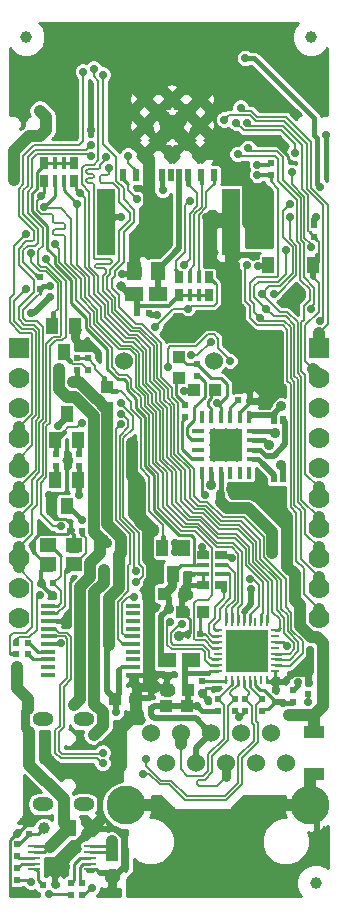
<source format=gbr>
G04 #@! TF.GenerationSoftware,KiCad,Pcbnew,6.0.0-rc1-unknown-0cca1c6~65~ubuntu16.04.1*
G04 #@! TF.CreationDate,2018-08-03T14:11:54+03:00*
G04 #@! TF.ProjectId,ESP32-PoE_Rev_B,45535033322D506F455F5265765F422E,B*
G04 #@! TF.SameCoordinates,Original*
G04 #@! TF.FileFunction,Copper,L2,Bot,Mixed*
G04 #@! TF.FilePolarity,Positive*
%FSLAX46Y46*%
G04 Gerber Fmt 4.6, Leading zero omitted, Abs format (unit mm)*
G04 Created by KiCad (PCBNEW 6.0.0-rc1-unknown-0cca1c6~65~ubuntu16.04.1) date Fri Aug  3 14:11:54 2018*
%MOMM*%
%LPD*%
G01*
G04 APERTURE LIST*
G04 #@! TA.AperFunction,EtchedComponent*
%ADD10C,0.508000*%
G04 #@! TD*
G04 #@! TA.AperFunction,WasherPad*
%ADD11C,1.524000*%
G04 #@! TD*
G04 #@! TA.AperFunction,SMDPad,CuDef*
%ADD12R,0.635000X1.016000*%
G04 #@! TD*
G04 #@! TA.AperFunction,SMDPad,CuDef*
%ADD13R,0.381000X1.016000*%
G04 #@! TD*
G04 #@! TA.AperFunction,ComponentPad*
%ADD14C,1.300000*%
G04 #@! TD*
G04 #@! TA.AperFunction,ComponentPad*
%ADD15C,2.000000*%
G04 #@! TD*
G04 #@! TA.AperFunction,SMDPad,CuDef*
%ADD16R,1.000000X1.400000*%
G04 #@! TD*
G04 #@! TA.AperFunction,SMDPad,CuDef*
%ADD17R,1.016000X1.016000*%
G04 #@! TD*
G04 #@! TA.AperFunction,SMDPad,CuDef*
%ADD18R,0.550000X0.500000*%
G04 #@! TD*
G04 #@! TA.AperFunction,SMDPad,CuDef*
%ADD19R,1.000000X0.400000*%
G04 #@! TD*
G04 #@! TA.AperFunction,SMDPad,CuDef*
%ADD20R,0.400000X1.000000*%
G04 #@! TD*
G04 #@! TA.AperFunction,SMDPad,CuDef*
%ADD21R,2.800000X2.800000*%
G04 #@! TD*
G04 #@! TA.AperFunction,ComponentPad*
%ADD22C,0.800000*%
G04 #@! TD*
G04 #@! TA.AperFunction,SMDPad,CuDef*
%ADD23R,3.600000X3.600000*%
G04 #@! TD*
G04 #@! TA.AperFunction,ComponentPad*
%ADD24R,0.400000X0.400000*%
G04 #@! TD*
G04 #@! TA.AperFunction,ComponentPad*
%ADD25R,1.422400X1.422400*%
G04 #@! TD*
G04 #@! TA.AperFunction,SMDPad,CuDef*
%ADD26R,0.250000X0.800000*%
G04 #@! TD*
G04 #@! TA.AperFunction,SMDPad,CuDef*
%ADD27R,0.800000X0.250000*%
G04 #@! TD*
G04 #@! TA.AperFunction,SMDPad,CuDef*
%ADD28R,0.500000X0.550000*%
G04 #@! TD*
G04 #@! TA.AperFunction,SMDPad,CuDef*
%ADD29R,1.000000X0.250000*%
G04 #@! TD*
G04 #@! TA.AperFunction,SMDPad,CuDef*
%ADD30R,1.524000X1.270000*%
G04 #@! TD*
G04 #@! TA.AperFunction,SMDPad,CuDef*
%ADD31R,1.016000X0.381000*%
G04 #@! TD*
G04 #@! TA.AperFunction,SMDPad,CuDef*
%ADD32R,1.016000X0.635000*%
G04 #@! TD*
G04 #@! TA.AperFunction,ComponentPad*
%ADD33O,1.800000X1.200000*%
G04 #@! TD*
G04 #@! TA.AperFunction,BGAPad,CuDef*
%ADD34C,1.000000*%
G04 #@! TD*
G04 #@! TA.AperFunction,SMDPad,CuDef*
%ADD35R,0.508000X0.762000*%
G04 #@! TD*
G04 #@! TA.AperFunction,ComponentPad*
%ADD36C,1.524000*%
G04 #@! TD*
G04 #@! TA.AperFunction,ComponentPad*
%ADD37C,3.300000*%
G04 #@! TD*
G04 #@! TA.AperFunction,SMDPad,CuDef*
%ADD38R,0.500000X1.000000*%
G04 #@! TD*
G04 #@! TA.AperFunction,SMDPad,CuDef*
%ADD39R,1.500000X1.200000*%
G04 #@! TD*
G04 #@! TA.AperFunction,Conductor*
%ADD40R,1.500000X4.500000*%
G04 #@! TD*
G04 #@! TA.AperFunction,SMDPad,CuDef*
%ADD41R,1.778000X1.016000*%
G04 #@! TD*
G04 #@! TA.AperFunction,SMDPad,CuDef*
%ADD42R,1.270000X0.325000*%
G04 #@! TD*
G04 #@! TA.AperFunction,ComponentPad*
%ADD43C,1.778000*%
G04 #@! TD*
G04 #@! TA.AperFunction,ComponentPad*
%ADD44R,1.778000X1.778000*%
G04 #@! TD*
G04 #@! TA.AperFunction,SMDPad,CuDef*
%ADD45R,1.400000X1.200000*%
G04 #@! TD*
G04 #@! TA.AperFunction,ConnectorPad*
%ADD46C,1.000000*%
G04 #@! TD*
G04 #@! TA.AperFunction,ComponentPad*
%ADD47R,1.400000X1.400000*%
G04 #@! TD*
G04 #@! TA.AperFunction,ComponentPad*
%ADD48C,1.400000*%
G04 #@! TD*
G04 #@! TA.AperFunction,SMDPad,CuDef*
%ADD49R,1.270000X1.524000*%
G04 #@! TD*
G04 #@! TA.AperFunction,ViaPad*
%ADD50C,0.900000*%
G04 #@! TD*
G04 #@! TA.AperFunction,ViaPad*
%ADD51C,0.700000*%
G04 #@! TD*
G04 #@! TA.AperFunction,ViaPad*
%ADD52C,0.800000*%
G04 #@! TD*
G04 #@! TA.AperFunction,Conductor*
%ADD53C,0.254000*%
G04 #@! TD*
G04 #@! TA.AperFunction,Conductor*
%ADD54C,1.016000*%
G04 #@! TD*
G04 #@! TA.AperFunction,Conductor*
%ADD55C,0.762000*%
G04 #@! TD*
G04 #@! TA.AperFunction,Conductor*
%ADD56C,0.508000*%
G04 #@! TD*
G04 #@! TA.AperFunction,Conductor*
%ADD57C,0.304800*%
G04 #@! TD*
G04 #@! TA.AperFunction,Conductor*
%ADD58C,0.406400*%
G04 #@! TD*
G04 #@! TA.AperFunction,Conductor*
%ADD59C,0.152400*%
G04 #@! TD*
G04 #@! TA.AperFunction,Conductor*
%ADD60C,0.203200*%
G04 #@! TD*
G04 APERTURE END LIST*
D10*
G04 #@! TO.C,R7*
X105275000Y-153543000D02*
X104275000Y-153543000D01*
G04 #@! TD*
D11*
G04 #@! TO.P,UEXT1,*
G04 #@! TO.N,*
X100330000Y-124333000D03*
X107950000Y-124333000D03*
G04 #@! TD*
D12*
G04 #@! TO.P,RM3,1.2*
G04 #@! TO.N,+3V3*
X105029000Y-118745000D03*
G04 #@! TO.P,RM3,1.1*
G04 #@! TO.N,Net-(MICRO_SD1-Pad8)*
X105029000Y-117221000D03*
G04 #@! TO.P,RM3,4.2*
G04 #@! TO.N,+3V3*
X107569000Y-118745000D03*
G04 #@! TO.P,RM3,4.1*
G04 #@! TO.N,/GPIO2/HS2_DATA0*
X107569000Y-117221000D03*
D13*
G04 #@! TO.P,RM3,2.2*
G04 #@! TO.N,+3V3*
X105918000Y-118745000D03*
G04 #@! TO.P,RM3,3.2*
X106680000Y-118745000D03*
G04 #@! TO.P,RM3,2.1*
G04 #@! TO.N,Net-(MICRO_SD1-Pad2)*
X105918000Y-117221000D03*
G04 #@! TO.P,RM3,3.1*
G04 #@! TO.N,Net-(MICRO_SD1-Pad1)*
X106680000Y-117221000D03*
G04 #@! TD*
D14*
G04 #@! TO.P,U9,39*
G04 #@! TO.N,GND*
X102099600Y-106834800D03*
D15*
X104411000Y-104498000D03*
D14*
X106773200Y-106834800D03*
X102099600Y-102135800D03*
X106773200Y-102135800D03*
X104411000Y-102135800D03*
X104411000Y-106834800D03*
X102099600Y-104371000D03*
X106773200Y-104371000D03*
G04 #@! TD*
D16*
G04 #@! TO.P,T1,1*
G04 #@! TO.N,/GPIO12/PHY_PWR*
X94300040Y-121320560D03*
G04 #@! TO.P,T1,2*
G04 #@! TO.N,GND*
X96202500Y-121320560D03*
G04 #@! TO.P,T1,3*
G04 #@! TO.N,Net-(R3-Pad2)*
X95247460Y-123530360D03*
G04 #@! TD*
D17*
G04 #@! TO.P,R38,1*
G04 #@! TO.N,Net-(R38-Pad1)*
X108077000Y-126746000D03*
G04 #@! TO.P,R38,2*
G04 #@! TO.N,+5VP*
X106299000Y-126746000D03*
G04 #@! TD*
D18*
G04 #@! TO.P,R20,2*
G04 #@! TO.N,Net-(Q2-Pad1)*
X96520000Y-132207000D03*
G04 #@! TO.P,R20,1*
G04 #@! TO.N,Net-(Q3-Pad2)*
X96520000Y-133223000D03*
G04 #@! TD*
G04 #@! TO.P,R21,2*
G04 #@! TO.N,Net-(Q3-Pad1)*
X94615000Y-133223000D03*
G04 #@! TO.P,R21,1*
G04 #@! TO.N,Net-(Q2-Pad2)*
X94615000Y-132207000D03*
G04 #@! TD*
D19*
G04 #@! TO.P,U8,1*
G04 #@! TO.N,Net-(R33-Pad2)*
X106616000Y-132645000D03*
G04 #@! TO.P,U8,2*
G04 #@! TO.N,Net-(U8-Pad2)*
X106616000Y-131845000D03*
G04 #@! TO.P,U8,3*
G04 #@! TO.N,Net-(C25-Pad1)*
X106616000Y-131045000D03*
G04 #@! TO.P,U8,4*
G04 #@! TO.N,Net-(U8-Pad4)*
X106616000Y-130245000D03*
D20*
G04 #@! TO.P,U8,5*
G04 #@! TO.N,Net-(U8-Pad5)*
X106966000Y-129095000D03*
G04 #@! TO.P,U8,6*
G04 #@! TO.N,Net-(R38-Pad1)*
X107766000Y-129095000D03*
G04 #@! TO.P,U8,7*
G04 #@! TO.N,Net-(C25-Pad2)*
X108566000Y-129095000D03*
G04 #@! TO.P,U8,8*
G04 #@! TO.N,Net-(R34-Pad2)*
X109366000Y-129095000D03*
G04 #@! TO.P,U8,9*
G04 #@! TO.N,Earth*
X110166000Y-129095000D03*
G04 #@! TO.P,U8,10*
G04 #@! TO.N,Spare2*
X110966000Y-129095000D03*
D19*
G04 #@! TO.P,U8,11*
G04 #@! TO.N,Spare1*
X111316000Y-130245000D03*
G04 #@! TO.P,U8,12*
G04 #@! TO.N,+5VP*
X111316000Y-131045000D03*
G04 #@! TO.P,U8,13*
G04 #@! TO.N,Net-(EN_CT2-Pad1)*
X111316000Y-131845000D03*
G04 #@! TO.P,U8,14*
G04 #@! TO.N,Net-(EN_CT1-Pad1)*
X111316000Y-132645000D03*
D20*
G04 #@! TO.P,U8,15*
G04 #@! TO.N,Net-(U8-Pad15)*
X110966000Y-133795000D03*
G04 #@! TO.P,U8,16*
G04 #@! TO.N,Net-(U8-Pad16)*
X110166000Y-133795000D03*
G04 #@! TO.P,U8,17*
G04 #@! TO.N,Net-(U8-Pad17)*
X109366000Y-133795000D03*
G04 #@! TO.P,U8,18*
G04 #@! TO.N,Net-(D5-Pad2)*
X108566000Y-133795000D03*
G04 #@! TO.P,U8,19*
G04 #@! TO.N,Net-(C25-Pad2)*
X107766000Y-133795000D03*
G04 #@! TO.P,U8,20*
G04 #@! TO.N,Net-(R41-Pad2)*
X106966000Y-133795000D03*
D21*
G04 #@! TO.P,U8,21*
G04 #@! TO.N,Earth*
X108966000Y-131445000D03*
D22*
X107966000Y-132445000D03*
X108966000Y-132445000D03*
X109966000Y-132445000D03*
X107966000Y-131445000D03*
X108966000Y-131445000D03*
X109966000Y-131445000D03*
X108966000Y-130445000D03*
X107966000Y-130445000D03*
X109966000Y-130445000D03*
G04 #@! TD*
D23*
G04 #@! TO.P,U4,33*
G04 #@! TO.N,GND*
X110744000Y-148844000D03*
D24*
X112044000Y-149344000D03*
X112044000Y-148344000D03*
X111244000Y-147544000D03*
X110244000Y-147544000D03*
X109444000Y-148344000D03*
X109444000Y-149344000D03*
X110244000Y-150144000D03*
X111244000Y-150144000D03*
D25*
X110744000Y-148844000D03*
D26*
G04 #@! TO.P,U4,32*
G04 #@! TO.N,Net-(R26-Pad1)*
X108994000Y-151294000D03*
G04 #@! TO.P,U4,31*
G04 #@! TO.N,Net-(LAN_CON1-Pad3)*
X109494000Y-151294000D03*
G04 #@! TO.P,U4,30*
G04 #@! TO.N,Net-(LAN_CON1-Pad6)*
X109994000Y-151294000D03*
G04 #@! TO.P,U4,29*
G04 #@! TO.N,Net-(LAN_CON1-Pad1)*
X110494000Y-151294000D03*
G04 #@! TO.P,U4,28*
G04 #@! TO.N,Net-(LAN_CON1-Pad2)*
X110994000Y-151294000D03*
G04 #@! TO.P,U4,27*
G04 #@! TO.N,Net-(C13-Pad1)*
X111494000Y-151294000D03*
G04 #@! TO.P,U4,26*
G04 #@! TO.N,Net-(U4-Pad26)*
X111994000Y-151294000D03*
G04 #@! TO.P,U4,25*
G04 #@! TO.N,GND*
X112494000Y-151294000D03*
D27*
G04 #@! TO.P,U4,24*
X113194000Y-150594000D03*
G04 #@! TO.P,U4,23*
G04 #@! TO.N,/GPIO22/EMAC_TXD1(RMII)*
X113194000Y-150094000D03*
G04 #@! TO.P,U4,22*
G04 #@! TO.N,/GPIO19/EMAC_TXD0(RMII)*
X113194000Y-149594000D03*
G04 #@! TO.P,U4,21*
G04 #@! TO.N,/GPIO21/EMAC_TX_EN(RMII)*
X113194000Y-149094000D03*
G04 #@! TO.P,U4,20*
G04 #@! TO.N,Net-(U4-Pad20)*
X113194000Y-148594000D03*
G04 #@! TO.P,U4,19*
G04 #@! TO.N,Net-(C21-Pad2)*
X113194000Y-148094000D03*
G04 #@! TO.P,U4,18*
G04 #@! TO.N,Net-(U4-Pad18)*
X113194000Y-147594000D03*
G04 #@! TO.P,U4,17*
G04 #@! TO.N,/GPIO23/MDC(RMII)*
X113194000Y-147094000D03*
D26*
G04 #@! TO.P,U4,16*
G04 #@! TO.N,/GPIO18/MDIO(RMII)*
X112494000Y-146394000D03*
G04 #@! TO.P,U4,15*
G04 #@! TO.N,/GPIO27/EMAC_RX_CRS_DV*
X111994000Y-146394000D03*
G04 #@! TO.P,U4,14*
G04 #@! TO.N,Net-(U4-Pad14)*
X111494000Y-146394000D03*
G04 #@! TO.P,U4,13*
G04 #@! TO.N,Net-(RM1-Pad4.2)*
X110994000Y-146394000D03*
G04 #@! TO.P,U4,12*
G04 #@! TO.N,+3.3VLAN*
X110494000Y-146394000D03*
G04 #@! TO.P,U4,11*
G04 #@! TO.N,/GPIO25/EMAC_RXD0(RMII)*
X109994000Y-146394000D03*
G04 #@! TO.P,U4,10*
G04 #@! TO.N,/GPIO26/EMAC_RXD1(RMII)*
X109494000Y-146394000D03*
G04 #@! TO.P,U4,9*
G04 #@! TO.N,Net-(RM1-Pad3.2)*
X108994000Y-146394000D03*
D27*
G04 #@! TO.P,U4,8*
G04 #@! TO.N,Net-(RM1-Pad2.2)*
X108294000Y-147094000D03*
G04 #@! TO.P,U4,7*
G04 #@! TO.N,Net-(RM1-Pad1.2)*
X108294000Y-147594000D03*
G04 #@! TO.P,U4,6*
G04 #@! TO.N,Net-(C17-Pad1)*
X108294000Y-148094000D03*
G04 #@! TO.P,U4,5*
G04 #@! TO.N,/GPIO17/EMAC_CLK_OUT_180*
X108294000Y-148594000D03*
G04 #@! TO.P,U4,4*
G04 #@! TO.N,Net-(U4-Pad4)*
X108294000Y-149094000D03*
G04 #@! TO.P,U4,3*
G04 #@! TO.N,Net-(ACT1-Pad2)*
X108294000Y-149594000D03*
G04 #@! TO.P,U4,2*
G04 #@! TO.N,Net-(LNK1-Pad1)*
X108294000Y-150094000D03*
G04 #@! TO.P,U4,1*
G04 #@! TO.N,Net-(C13-Pad1)*
X108294000Y-150594000D03*
G04 #@! TD*
D18*
G04 #@! TO.P,R37,2*
G04 #@! TO.N,/GPI36/U1RXD*
X116459000Y-113792000D03*
G04 #@! TO.P,R37,1*
G04 #@! TO.N,+3V3*
X116459000Y-112776000D03*
G04 #@! TD*
D16*
G04 #@! TO.P,D4,2*
G04 #@! TO.N,/GPI36/U1RXD*
X116400000Y-116195000D03*
G04 #@! TO.P,D4,1*
G04 #@! TO.N,Net-(D4-Pad1)*
X112600000Y-116195000D03*
G04 #@! TD*
D28*
G04 #@! TO.P,C5,2*
G04 #@! TO.N,GND*
X93345000Y-143129000D03*
G04 #@! TO.P,C5,1*
G04 #@! TO.N,Net-(C5-Pad1)*
X94361000Y-143129000D03*
G04 #@! TD*
D18*
G04 #@! TO.P,R16,2*
G04 #@! TO.N,Net-(R16-Pad2)*
X91313000Y-165227000D03*
G04 #@! TO.P,R16,1*
G04 #@! TO.N,Net-(R16-Pad1)*
X91313000Y-166243000D03*
G04 #@! TD*
D29*
G04 #@! TO.P,U3,10*
G04 #@! TO.N,Net-(BAT1-Pad1)*
X92723000Y-165370000D03*
G04 #@! TO.P,U3,9*
X92723000Y-165870000D03*
G04 #@! TO.P,U3,8*
G04 #@! TO.N,Net-(R16-Pad1)*
X92723000Y-166370000D03*
G04 #@! TO.P,U3,7*
G04 #@! TO.N,/#PG(#TE)*
X92723000Y-166870000D03*
G04 #@! TO.P,U3,6*
G04 #@! TO.N,Net-(R6-Pad1)*
X92723000Y-167370000D03*
G04 #@! TO.P,U3,5*
G04 #@! TO.N,GND*
X97523000Y-167370000D03*
G04 #@! TO.P,U3,4*
G04 #@! TO.N,/STAT2*
X97523000Y-166870000D03*
G04 #@! TO.P,U3,3*
G04 #@! TO.N,/STAT1*
X97523000Y-166370000D03*
G04 #@! TO.P,U3,2*
G04 #@! TO.N,+5V*
X97523000Y-165870000D03*
G04 #@! TO.P,U3,1*
X97523000Y-165370000D03*
G04 #@! TD*
D30*
G04 #@! TO.P,L1,1*
G04 #@! TO.N,+3.3VLAN*
X104013000Y-149606000D03*
G04 #@! TO.P,L1,2*
G04 #@! TO.N,Net-(C13-Pad1)*
X106045000Y-149606000D03*
G04 #@! TD*
D16*
G04 #@! TO.P,Q2,1*
G04 #@! TO.N,Net-(Q2-Pad1)*
X96453960Y-131028440D03*
G04 #@! TO.P,Q2,2*
G04 #@! TO.N,Net-(Q2-Pad2)*
X94551500Y-131028440D03*
G04 #@! TO.P,Q2,3*
G04 #@! TO.N,/ESP_EN*
X95506540Y-128818640D03*
G04 #@! TD*
D13*
G04 #@! TO.P,RM2,3.1*
G04 #@! TO.N,+3.3VLAN*
X95250000Y-107569000D03*
G04 #@! TO.P,RM2,2.1*
X94488000Y-107569000D03*
G04 #@! TO.P,RM2,3.2*
G04 #@! TO.N,/GPIO27/EMAC_RX_CRS_DV*
X95250000Y-109093000D03*
G04 #@! TO.P,RM2,2.2*
G04 #@! TO.N,/GPIO25/EMAC_RXD0(RMII)*
X94488000Y-109093000D03*
D12*
G04 #@! TO.P,RM2,4.1*
G04 #@! TO.N,+3.3VLAN*
X96139000Y-107569000D03*
G04 #@! TO.P,RM2,4.2*
G04 #@! TO.N,/GPIO18/MDIO(RMII)*
X96139000Y-109093000D03*
G04 #@! TO.P,RM2,1.1*
G04 #@! TO.N,+3.3VLAN*
X93599000Y-107569000D03*
G04 #@! TO.P,RM2,1.2*
G04 #@! TO.N,/GPIO26/EMAC_RXD1(RMII)*
X93599000Y-109093000D03*
G04 #@! TD*
D31*
G04 #@! TO.P,RM1,3.1*
G04 #@! TO.N,+3.3VLAN*
X107061000Y-141605000D03*
G04 #@! TO.P,RM1,2.1*
G04 #@! TO.N,GND*
X107061000Y-142367000D03*
G04 #@! TO.P,RM1,3.2*
G04 #@! TO.N,Net-(RM1-Pad3.2)*
X108585000Y-141605000D03*
G04 #@! TO.P,RM1,2.2*
G04 #@! TO.N,Net-(RM1-Pad2.2)*
X108585000Y-142367000D03*
D32*
G04 #@! TO.P,RM1,4.1*
G04 #@! TO.N,GND*
X107061000Y-140716000D03*
G04 #@! TO.P,RM1,4.2*
G04 #@! TO.N,Net-(RM1-Pad4.2)*
X108585000Y-140716000D03*
G04 #@! TO.P,RM1,1.1*
G04 #@! TO.N,GND*
X107061000Y-143256000D03*
G04 #@! TO.P,RM1,1.2*
G04 #@! TO.N,Net-(RM1-Pad1.2)*
X108585000Y-143256000D03*
G04 #@! TD*
D33*
G04 #@! TO.P,USB-UART1,0*
G04 #@! TO.N,Earth*
X93476000Y-154642000D03*
X96946000Y-154642000D03*
X96946000Y-161842000D03*
X93476000Y-161842000D03*
G04 #@! TD*
D17*
G04 #@! TO.P,C7,2*
G04 #@! TO.N,GND*
X101346000Y-152908000D03*
G04 #@! TO.P,C7,1*
G04 #@! TO.N,+3V3*
X99568000Y-152908000D03*
G04 #@! TD*
G04 #@! TO.P,C9,1*
G04 #@! TO.N,+3.3VLAN*
X103759000Y-144018000D03*
G04 #@! TO.P,C9,2*
G04 #@! TO.N,GND*
X105537000Y-144018000D03*
G04 #@! TD*
G04 #@! TO.P,C13,2*
G04 #@! TO.N,GND*
X104013000Y-152146000D03*
G04 #@! TO.P,C13,1*
G04 #@! TO.N,Net-(C13-Pad1)*
X105791000Y-152146000D03*
G04 #@! TD*
G04 #@! TO.P,C17,2*
G04 #@! TO.N,GND*
X105283000Y-145542000D03*
G04 #@! TO.P,C17,1*
G04 #@! TO.N,Net-(C17-Pad1)*
X107061000Y-145542000D03*
G04 #@! TD*
D34*
G04 #@! TO.P,THERM1,1*
G04 #@! TO.N,Net-(R16-Pad2)*
X93599000Y-163830000D03*
G04 #@! TD*
D17*
G04 #@! TO.P,C26,1*
G04 #@! TO.N,Net-(C26-Pad1)*
X105029000Y-125730000D03*
G04 #@! TO.P,C26,2*
G04 #@! TO.N,Net-(C25-Pad2)*
X105029000Y-123952000D03*
G04 #@! TD*
D35*
G04 #@! TO.P,EN_CT1,2*
G04 #@! TO.N,Spare1*
X113792000Y-134239000D03*
G04 #@! TO.P,EN_CT1,1*
G04 #@! TO.N,Net-(EN_CT1-Pad1)*
X113030000Y-134239000D03*
G04 #@! TD*
G04 #@! TO.P,EN_CT2,2*
G04 #@! TO.N,Spare2*
X113030000Y-129286000D03*
G04 #@! TO.P,EN_CT2,1*
G04 #@! TO.N,Net-(EN_CT2-Pad1)*
X113792000Y-129286000D03*
G04 #@! TD*
D36*
G04 #@! TO.P,LAN_CON1,1*
G04 #@! TO.N,Net-(LAN_CON1-Pad1)*
X102616000Y-155806000D03*
G04 #@! TO.P,LAN_CON1,2*
G04 #@! TO.N,Net-(LAN_CON1-Pad2)*
X103886000Y-158346000D03*
G04 #@! TO.P,LAN_CON1,3*
G04 #@! TO.N,Net-(LAN_CON1-Pad3)*
X105156000Y-155806000D03*
G04 #@! TO.P,LAN_CON1,4*
G04 #@! TO.N,Net-(C11-Pad1)*
X106426000Y-158346000D03*
G04 #@! TO.P,LAN_CON1,5*
X107696000Y-155806000D03*
G04 #@! TO.P,LAN_CON1,6*
G04 #@! TO.N,Net-(LAN_CON1-Pad6)*
X108966000Y-158346000D03*
G04 #@! TO.P,LAN_CON1,7*
G04 #@! TO.N,Earth*
X110236000Y-155806000D03*
G04 #@! TO.P,LAN_CON1,8*
X111506000Y-158346000D03*
G04 #@! TO.P,LAN_CON1,9*
G04 #@! TO.N,Spare1*
X112776000Y-155806000D03*
G04 #@! TO.P,LAN_CON1,10*
G04 #@! TO.N,Spare2*
X114046000Y-158346000D03*
D37*
G04 #@! TO.P,LAN_CON1,0*
G04 #@! TO.N,Net-(C2-Pad2)*
X100531000Y-161946000D03*
X116131000Y-161946000D03*
G04 #@! TD*
D38*
G04 #@! TO.P,MICRO_SD1,8*
G04 #@! TO.N,Net-(MICRO_SD1-Pad8)*
X100290000Y-108587000D03*
G04 #@! TO.P,MICRO_SD1,7*
G04 #@! TO.N,Net-(MICRO_SD1-Pad7)*
X101390000Y-108587000D03*
G04 #@! TO.P,MICRO_SD1,6*
G04 #@! TO.N,GND*
X102490000Y-108587000D03*
G04 #@! TO.P,MICRO_SD1,5*
G04 #@! TO.N,Net-(MICRO_SD1-Pad5)*
X103590000Y-108587000D03*
G04 #@! TO.P,MICRO_SD1,CD1*
G04 #@! TO.N,Net-(MICRO_SD1-PadCD1)*
X104340000Y-108587000D03*
G04 #@! TO.P,MICRO_SD1,4*
G04 #@! TO.N,Net-(C3-Pad1)*
X105040000Y-108587000D03*
G04 #@! TO.P,MICRO_SD1,3*
G04 #@! TO.N,/GPIO15/HS2_CMD*
X105790000Y-108587000D03*
G04 #@! TO.P,MICRO_SD1,2*
G04 #@! TO.N,Net-(MICRO_SD1-Pad2)*
X106890000Y-108587000D03*
G04 #@! TO.P,MICRO_SD1,1*
G04 #@! TO.N,Net-(MICRO_SD1-Pad1)*
X107990000Y-108587000D03*
D39*
G04 #@! TO.P,MICRO_SD1,CH1*
G04 #@! TO.N,Earth*
X109440000Y-110337000D03*
X98840000Y-110337000D03*
X109440000Y-114787000D03*
X98840000Y-114787000D03*
D40*
G04 #@! TD*
G04 #@! TO.N,Earth*
G04 #@! TO.C,MICRO_SD1*
X98840000Y-112387000D03*
G04 #@! TO.N,Earth*
G04 #@! TO.C,MICRO_SD1*
X109440000Y-112387000D03*
G04 #@! TD*
D41*
G04 #@! TO.P,C2,2*
G04 #@! TO.N,Net-(C2-Pad2)*
X116459000Y-159258000D03*
G04 #@! TO.P,C2,1*
G04 #@! TO.N,Earth*
X116459000Y-155702000D03*
G04 #@! TD*
D30*
G04 #@! TO.P,L5,1*
G04 #@! TO.N,+3V3*
X101219000Y-118618000D03*
G04 #@! TO.P,L5,2*
G04 #@! TO.N,Net-(C3-Pad1)*
X103251000Y-118618000D03*
G04 #@! TD*
D16*
G04 #@! TO.P,Q3,1*
G04 #@! TO.N,Net-(Q3-Pad1)*
X94554040Y-134401560D03*
G04 #@! TO.P,Q3,2*
G04 #@! TO.N,Net-(Q3-Pad2)*
X96456500Y-134401560D03*
G04 #@! TO.P,Q3,3*
G04 #@! TO.N,Net-(Q3-Pad3)*
X95501460Y-136611360D03*
G04 #@! TD*
D17*
G04 #@! TO.P,R7,1*
G04 #@! TO.N,Net-(C13-Pad1)*
X105664000Y-153543000D03*
G04 #@! TO.P,R7,2*
G04 #@! TO.N,Net-(C11-Pad1)*
X103886000Y-153543000D03*
G04 #@! TD*
D42*
G04 #@! TO.P,U1,1*
G04 #@! TO.N,N/C*
X93916500Y-150880000D03*
G04 #@! TO.P,U1,2*
X93916500Y-150230000D03*
G04 #@! TO.P,U1,3*
G04 #@! TO.N,Net-(R18-Pad1)*
X93916500Y-149580000D03*
G04 #@! TO.P,U1,4*
G04 #@! TO.N,Net-(R19-Pad1)*
X93916500Y-148930000D03*
G04 #@! TO.P,U1,5*
G04 #@! TO.N,+3V3*
X93916500Y-148280000D03*
G04 #@! TO.P,U1,6*
G04 #@! TO.N,Net-(U1-Pad6)*
X93916500Y-147630000D03*
G04 #@! TO.P,U1,7*
G04 #@! TO.N,Net-(U1-Pad7)*
X93916500Y-146980000D03*
G04 #@! TO.P,U1,8*
G04 #@! TO.N,GND*
X93916500Y-146330000D03*
G04 #@! TO.P,U1,9*
G04 #@! TO.N,Net-(C4-Pad1)*
X93916500Y-145680000D03*
G04 #@! TO.P,U1,10*
G04 #@! TO.N,Net-(C5-Pad1)*
X93916500Y-145030000D03*
G04 #@! TO.P,U1,11*
G04 #@! TO.N,Net-(U1-Pad11)*
X101155500Y-145030000D03*
G04 #@! TO.P,U1,12*
G04 #@! TO.N,Net-(U1-Pad12)*
X101155500Y-145680000D03*
G04 #@! TO.P,U1,13*
G04 #@! TO.N,Net-(U1-Pad13)*
X101155500Y-146330000D03*
G04 #@! TO.P,U1,14*
G04 #@! TO.N,Net-(U1-Pad14)*
X101155500Y-146980000D03*
G04 #@! TO.P,U1,15*
G04 #@! TO.N,Net-(Q3-Pad2)*
X101155500Y-147630000D03*
G04 #@! TO.P,U1,16*
G04 #@! TO.N,Net-(Q2-Pad2)*
X101155500Y-148280000D03*
G04 #@! TO.P,U1,17*
G04 #@! TO.N,Net-(U1-Pad17)*
X101155500Y-148930000D03*
G04 #@! TO.P,U1,18*
G04 #@! TO.N,N/C*
X101155500Y-149580000D03*
G04 #@! TO.P,U1,19*
G04 #@! TO.N,+3V3*
X101155500Y-150230000D03*
G04 #@! TO.P,U1,20*
G04 #@! TO.N,GND*
X101155500Y-150880000D03*
G04 #@! TD*
D17*
G04 #@! TO.P,C1,2*
G04 #@! TO.N,GND*
X99314000Y-167894000D03*
G04 #@! TO.P,C1,1*
G04 #@! TO.N,+5V*
X99314000Y-166116000D03*
G04 #@! TD*
D43*
G04 #@! TO.P,EXT1,4*
G04 #@! TO.N,/ESP_EN*
X91440000Y-130840000D03*
G04 #@! TO.P,EXT1,3*
G04 #@! TO.N,GND*
X91440000Y-128300000D03*
G04 #@! TO.P,EXT1,2*
G04 #@! TO.N,+3V3*
X91440000Y-125760000D03*
D44*
G04 #@! TO.P,EXT1,1*
G04 #@! TO.N,+5V*
X91440000Y-123220000D03*
D43*
G04 #@! TO.P,EXT1,5*
G04 #@! TO.N,/GPIO0*
X91440000Y-133380000D03*
G04 #@! TO.P,EXT1,6*
G04 #@! TO.N,/GPIO1/U0TXD*
X91440000Y-135920000D03*
G04 #@! TO.P,EXT1,8*
G04 #@! TO.N,/GPIO3/U0RXD*
X91440000Y-141000000D03*
G04 #@! TO.P,EXT1,7*
G04 #@! TO.N,/GPIO2/HS2_DATA0*
X91440000Y-138460000D03*
G04 #@! TO.P,EXT1,9*
G04 #@! TO.N,/GPIO4/U1TXD*
X91440000Y-143540000D03*
G04 #@! TO.P,EXT1,10*
G04 #@! TO.N,/GPIO5/SPI_CS*
X91440000Y-146080000D03*
G04 #@! TD*
G04 #@! TO.P,EXT2,10*
G04 #@! TO.N,/GPIO13/I2C-SDA*
X116840000Y-146080000D03*
G04 #@! TO.P,EXT2,9*
G04 #@! TO.N,/GPIO14/HS2_CLK*
X116840000Y-143540000D03*
G04 #@! TO.P,EXT2,7*
G04 #@! TO.N,/GPIO16/I2C-SCL*
X116840000Y-138460000D03*
G04 #@! TO.P,EXT2,8*
G04 #@! TO.N,/GPIO15/HS2_CMD*
X116840000Y-141000000D03*
G04 #@! TO.P,EXT2,6*
G04 #@! TO.N,/GPIO32*
X116840000Y-135920000D03*
G04 #@! TO.P,EXT2,5*
G04 #@! TO.N,/GPIO33*
X116840000Y-133380000D03*
D44*
G04 #@! TO.P,EXT2,1*
G04 #@! TO.N,/GPI39*
X116840000Y-123220000D03*
D43*
G04 #@! TO.P,EXT2,2*
G04 #@! TO.N,/GPI36/U1RXD*
X116840000Y-125760000D03*
G04 #@! TO.P,EXT2,3*
G04 #@! TO.N,/GPI35*
X116840000Y-128300000D03*
G04 #@! TO.P,EXT2,4*
G04 #@! TO.N,/GPI34/BUT1*
X116840000Y-130840000D03*
G04 #@! TD*
D16*
G04 #@! TO.P,FET3,1*
G04 #@! TO.N,Net-(C10-Pad2)*
X103571040Y-140116560D03*
G04 #@! TO.P,FET3,2*
G04 #@! TO.N,+3V3*
X105473500Y-140116560D03*
G04 #@! TO.P,FET3,3*
G04 #@! TO.N,+3.3VLAN*
X104518460Y-142326360D03*
G04 #@! TD*
D45*
G04 #@! TO.P,Q1,3*
G04 #@! TO.N,GND*
X96096000Y-139916000D03*
X93896000Y-141516000D03*
G04 #@! TO.P,Q1,2*
G04 #@! TO.N,Net-(C5-Pad1)*
X93896000Y-139916000D03*
G04 #@! TO.P,Q1,1*
G04 #@! TO.N,Net-(C4-Pad1)*
X96096000Y-141516000D03*
G04 #@! TD*
D28*
G04 #@! TO.P,C4,2*
G04 #@! TO.N,GND*
X95758000Y-138684000D03*
G04 #@! TO.P,C4,1*
G04 #@! TO.N,Net-(C4-Pad1)*
X96774000Y-138684000D03*
G04 #@! TD*
G04 #@! TO.P,R18,2*
G04 #@! TO.N,/GPIO3/U0RXD*
X91186000Y-149098000D03*
G04 #@! TO.P,R18,1*
G04 #@! TO.N,Net-(R18-Pad1)*
X92202000Y-149098000D03*
G04 #@! TD*
G04 #@! TO.P,R19,1*
G04 #@! TO.N,Net-(R19-Pad1)*
X92202000Y-148209000D03*
G04 #@! TO.P,R19,2*
G04 #@! TO.N,/GPIO1/U0TXD*
X91186000Y-148209000D03*
G04 #@! TD*
D18*
G04 #@! TO.P,R2,2*
G04 #@! TO.N,Net-(C10-Pad2)*
X96393000Y-124079000D03*
G04 #@! TO.P,R2,1*
G04 #@! TO.N,+3V3*
X96393000Y-125095000D03*
G04 #@! TD*
G04 #@! TO.P,R5,2*
G04 #@! TO.N,/STAT2*
X96774000Y-168529000D03*
G04 #@! TO.P,R5,1*
G04 #@! TO.N,Net-(COMPL1-Pad1)*
X96774000Y-169545000D03*
G04 #@! TD*
D28*
G04 #@! TO.P,R6,2*
G04 #@! TO.N,GND*
X94488000Y-168656000D03*
G04 #@! TO.P,R6,1*
G04 #@! TO.N,Net-(R6-Pad1)*
X93472000Y-168656000D03*
G04 #@! TD*
D18*
G04 #@! TO.P,R8,2*
G04 #@! TO.N,/STAT1*
X95885000Y-168529000D03*
G04 #@! TO.P,R8,1*
G04 #@! TO.N,Net-(CHRG1-Pad1)*
X95885000Y-169545000D03*
G04 #@! TD*
G04 #@! TO.P,R10,2*
G04 #@! TO.N,Net-(LAN_CON1-Pad6)*
X109728000Y-152908000D03*
G04 #@! TO.P,R10,1*
G04 #@! TO.N,Net-(C13-Pad1)*
X109728000Y-153924000D03*
G04 #@! TD*
G04 #@! TO.P,R11,2*
G04 #@! TO.N,Net-(LAN_CON1-Pad3)*
X108331000Y-152908000D03*
G04 #@! TO.P,R11,1*
G04 #@! TO.N,Net-(C13-Pad1)*
X108331000Y-153924000D03*
G04 #@! TD*
G04 #@! TO.P,R12,2*
G04 #@! TO.N,Net-(LAN_CON1-Pad2)*
X112014000Y-152908000D03*
G04 #@! TO.P,R12,1*
G04 #@! TO.N,Net-(C13-Pad1)*
X112014000Y-153924000D03*
G04 #@! TD*
G04 #@! TO.P,R13,2*
G04 #@! TO.N,Net-(LAN_CON1-Pad1)*
X110617000Y-152908000D03*
G04 #@! TO.P,R13,1*
G04 #@! TO.N,Net-(C13-Pad1)*
X110617000Y-153924000D03*
G04 #@! TD*
G04 #@! TO.P,R14,2*
G04 #@! TO.N,Net-(LNK1-Pad2)*
X114681000Y-152146000D03*
G04 #@! TO.P,R14,1*
G04 #@! TO.N,Net-(C13-Pad1)*
X114681000Y-153162000D03*
G04 #@! TD*
G04 #@! TO.P,R15,2*
G04 #@! TO.N,GND*
X115951000Y-151511000D03*
G04 #@! TO.P,R15,1*
G04 #@! TO.N,Net-(ACT1-Pad1)*
X115951000Y-152527000D03*
G04 #@! TD*
D28*
G04 #@! TO.P,R17,2*
G04 #@! TO.N,GND*
X91313000Y-164338000D03*
G04 #@! TO.P,R17,1*
G04 #@! TO.N,Net-(R16-Pad2)*
X92329000Y-164338000D03*
G04 #@! TD*
D18*
G04 #@! TO.P,R22,2*
G04 #@! TO.N,/#PG(#TE)*
X91313000Y-167259000D03*
G04 #@! TO.P,R22,1*
G04 #@! TO.N,Net-(PWR1-Pad1)*
X91313000Y-168275000D03*
G04 #@! TD*
G04 #@! TO.P,R26,2*
G04 #@! TO.N,GND*
X106934000Y-152400000D03*
G04 #@! TO.P,R26,1*
G04 #@! TO.N,Net-(R26-Pad1)*
X106934000Y-151384000D03*
G04 #@! TD*
G04 #@! TO.P,R33,2*
G04 #@! TO.N,Net-(R33-Pad2)*
X105537000Y-129032000D03*
G04 #@! TO.P,R33,1*
G04 #@! TO.N,Net-(C26-Pad1)*
X105537000Y-128016000D03*
G04 #@! TD*
D28*
G04 #@! TO.P,R34,2*
G04 #@! TO.N,Net-(R34-Pad2)*
X109982000Y-127635000D03*
G04 #@! TO.P,R34,1*
G04 #@! TO.N,Earth*
X110998000Y-127635000D03*
G04 #@! TD*
G04 #@! TO.P,R35,2*
G04 #@! TO.N,/GPIO13/I2C-SDA*
X102489000Y-120269000D03*
G04 #@! TO.P,R35,1*
G04 #@! TO.N,+3V3*
X101473000Y-120269000D03*
G04 #@! TD*
D18*
G04 #@! TO.P,R40,2*
G04 #@! TO.N,Net-(MICRO_SD1-Pad5)*
X112776000Y-107569000D03*
G04 #@! TO.P,R40,1*
G04 #@! TO.N,/GPIO14/HS2_CLK*
X112776000Y-108585000D03*
G04 #@! TD*
G04 #@! TO.P,R46,1*
G04 #@! TO.N,/GPIO2/HS2_DATA0*
X93218000Y-118237000D03*
G04 #@! TO.P,R46,2*
G04 #@! TO.N,Net-(MICRO_SD1-Pad7)*
X93218000Y-117221000D03*
G04 #@! TD*
G04 #@! TO.P,C11,2*
G04 #@! TO.N,GND*
X102616000Y-152781000D03*
G04 #@! TO.P,C11,1*
G04 #@! TO.N,Net-(C11-Pad1)*
X102616000Y-153797000D03*
G04 #@! TD*
G04 #@! TO.P,C15,2*
G04 #@! TO.N,GND*
X113157000Y-152146000D03*
G04 #@! TO.P,C15,1*
G04 #@! TO.N,Net-(C13-Pad1)*
X113157000Y-153162000D03*
G04 #@! TD*
D28*
G04 #@! TO.P,C16,2*
G04 #@! TO.N,GND*
X104521000Y-150876000D03*
G04 #@! TO.P,C16,1*
G04 #@! TO.N,Net-(C13-Pad1)*
X105537000Y-150876000D03*
G04 #@! TD*
G04 #@! TO.P,C18,2*
G04 #@! TO.N,GND*
X105791000Y-147447000D03*
G04 #@! TO.P,C18,1*
G04 #@! TO.N,Net-(C17-Pad1)*
X106807000Y-147447000D03*
G04 #@! TD*
D46*
G04 #@! TO.P,FID4,Fid1*
G04 #@! TO.N,Net-(FID4-PadFid1)*
X92075000Y-96901000D03*
G04 #@! TD*
G04 #@! TO.P,FID5,Fid1*
G04 #@! TO.N,Net-(FID5-PadFid1)*
X116205000Y-96901000D03*
G04 #@! TD*
G04 #@! TO.P,FID6,Fid1*
G04 #@! TO.N,Net-(FID6-PadFid1)*
X116586000Y-168529000D03*
G04 #@! TD*
D47*
G04 #@! TO.P,BAT1,1*
G04 #@! TO.N,Net-(BAT1-Pad1)*
X95638620Y-163852860D03*
D48*
G04 #@! TO.P,BAT1,2*
G04 #@! TO.N,GND*
X97650300Y-163850320D03*
G04 #@! TD*
D49*
G04 #@! TO.P,C3,2*
G04 #@! TO.N,GND*
X101219000Y-116713000D03*
G04 #@! TO.P,C3,1*
G04 #@! TO.N,Net-(C3-Pad1)*
X103251000Y-116713000D03*
G04 #@! TD*
D18*
G04 #@! TO.P,C25,1*
G04 #@! TO.N,Net-(C25-Pad1)*
X106553000Y-125603000D03*
G04 #@! TO.P,C25,2*
G04 #@! TO.N,Net-(C25-Pad2)*
X106553000Y-124587000D03*
G04 #@! TD*
D17*
G04 #@! TO.P,C10,2*
G04 #@! TO.N,Net-(C10-Pad2)*
X98958400Y-126517400D03*
G04 #@! TO.P,C10,1*
G04 #@! TO.N,+3V3*
X98958400Y-128295400D03*
G04 #@! TD*
D18*
G04 #@! TO.P,R3,2*
G04 #@! TO.N,Net-(R3-Pad2)*
X97282000Y-125095000D03*
G04 #@! TO.P,R3,1*
G04 #@! TO.N,Net-(C10-Pad2)*
X97282000Y-124079000D03*
G04 #@! TD*
D50*
G04 #@! TO.N,+5V*
X99314000Y-164973000D03*
X98933000Y-139700000D03*
X94843600Y-124968000D03*
X96139000Y-153416000D03*
D51*
G04 #@! TO.N,GND*
X113030000Y-151511000D03*
D50*
X102997000Y-151892000D03*
X101473000Y-151892000D03*
X105029000Y-147574000D03*
X98679000Y-159512000D03*
X95377000Y-167132000D03*
X99314000Y-169037000D03*
D51*
X92329000Y-163449000D03*
D50*
X102489000Y-148590000D03*
D51*
X95631000Y-146685000D03*
X107442000Y-153035000D03*
X93980000Y-135636000D03*
X116078000Y-148818600D03*
X106934000Y-140081000D03*
D50*
X101219000Y-134239000D03*
X101041200Y-131241800D03*
D51*
X96266000Y-122555000D03*
X100203000Y-116967000D03*
D50*
X102489000Y-113157000D03*
X110871000Y-112649000D03*
X91821000Y-100711000D03*
X96901000Y-96774000D03*
X111506000Y-96774000D03*
D51*
X117475000Y-105156000D03*
X97536000Y-104775000D03*
D50*
X100076000Y-96774000D03*
X103124000Y-96774000D03*
X106045000Y-96774000D03*
X108966000Y-96774000D03*
X103632000Y-113157000D03*
G04 #@! TO.N,Net-(BAT1-Pad1)*
X91313000Y-150241000D03*
D51*
G04 #@! TO.N,/GPI34/BUT1*
X114808000Y-106680000D03*
X109855000Y-104140000D03*
G04 #@! TO.N,+3V3*
X94996000Y-148209000D03*
D50*
X99060000Y-148336000D03*
X99949000Y-143510000D03*
D51*
X104648000Y-139700000D03*
X104648000Y-140462000D03*
D50*
X96012000Y-126111000D03*
X91059000Y-108966000D03*
D51*
X116586000Y-112141000D03*
X116967000Y-109601000D03*
D50*
X93218000Y-103124000D03*
D51*
X110617000Y-98679000D03*
X99695000Y-154051000D03*
D50*
X98044000Y-127533400D03*
D52*
X100076000Y-117983000D03*
D51*
X94107000Y-118872000D03*
X92456000Y-120269000D03*
G04 #@! TO.N,/GPIO3/U0RXD*
X97536000Y-106934000D03*
G04 #@! TO.N,/ESP_EN*
X94742000Y-129794000D03*
X92075000Y-113538000D03*
G04 #@! TO.N,/GPIO25/EMAC_RXD0(RMII)*
X93599000Y-111252000D03*
G04 #@! TO.N,/GPIO19/EMAC_TXD0(RMII)*
X99060000Y-107950000D03*
G04 #@! TO.N,/GPIO26/EMAC_RXD1(RMII)*
X93345000Y-110363000D03*
G04 #@! TO.N,/GPIO1/U0TXD*
X93218000Y-144145000D03*
X96901000Y-99822000D03*
G04 #@! TO.N,/GPIO22/EMAC_TXD1(RMII)*
X98552000Y-100076000D03*
G04 #@! TO.N,/GPIO21/EMAC_TX_EN(RMII)*
X98806000Y-107061000D03*
G04 #@! TO.N,Net-(MICRO_SD1-Pad5)*
X111633000Y-107696000D03*
X103632000Y-109855000D03*
G04 #@! TO.N,/GPI36/U1RXD*
X110744000Y-104140000D03*
G04 #@! TO.N,/GPIO23/MDC(RMII)*
X97790000Y-99568000D03*
G04 #@! TO.N,/GPIO27/EMAC_RX_CRS_DV*
X96393000Y-110998000D03*
G04 #@! TO.N,/GPIO4/U1TXD*
X101346000Y-142113000D03*
X100076000Y-128778000D03*
X114427000Y-112141000D03*
X109347000Y-124333000D03*
X104063800Y-124790200D03*
X113030000Y-118618000D03*
G04 #@! TO.N,/GPIO2/HS2_DATA0*
X94107000Y-117983000D03*
X102997000Y-121412000D03*
X105791000Y-119888000D03*
G04 #@! TO.N,/GPIO13/I2C-SDA*
X103124000Y-120396000D03*
X110744000Y-116205000D03*
G04 #@! TO.N,/GPIO14/HS2_CLK*
X111633000Y-108585000D03*
X111887000Y-120650000D03*
G04 #@! TO.N,/GPIO15/HS2_CMD*
X114046000Y-114935000D03*
X105410000Y-116205000D03*
X112395000Y-119888000D03*
G04 #@! TO.N,/GPIO16/I2C-SCL*
X114427000Y-110998000D03*
X112014000Y-118618000D03*
G04 #@! TO.N,/GPIO18/MDIO(RMII)*
X96647000Y-110109000D03*
D50*
G04 #@! TO.N,/+5V_USB*
X98679000Y-141986000D03*
X97790000Y-155956000D03*
D51*
G04 #@! TO.N,Net-(MICRO_SD1-Pad8)*
X101473000Y-110617000D03*
X105918000Y-110744000D03*
G04 #@! TO.N,Net-(MICRO_SD1-Pad7)*
X100711000Y-106934000D03*
X97536000Y-106045000D03*
G04 #@! TO.N,/D_Com*
X94996000Y-138303000D03*
X93726000Y-115697000D03*
D50*
G04 #@! TO.N,Earth*
X114300000Y-154305000D03*
X109474000Y-135128000D03*
D51*
X107315000Y-112141000D03*
X100076000Y-112141000D03*
D50*
X110871000Y-126619000D03*
X112014000Y-126619000D03*
X112014000Y-127762000D03*
X113157000Y-126619000D03*
X110871000Y-125476000D03*
X112014000Y-125476000D03*
X113157000Y-125476000D03*
X107950000Y-120396000D03*
X107950000Y-121335800D03*
X109440000Y-118364000D03*
X114808000Y-119634000D03*
X114808000Y-118491000D03*
G04 #@! TO.N,+5VP*
X112649000Y-131445000D03*
D51*
X105410000Y-126873000D03*
D50*
G04 #@! TO.N,Spare1*
X113665000Y-133096000D03*
X113131600Y-130454400D03*
G04 #@! TO.N,Spare2*
X113665000Y-128143000D03*
D51*
G04 #@! TO.N,/GPIO33*
X110871000Y-106299000D03*
X116205000Y-119888000D03*
G04 #@! TO.N,/GPIO32*
X109982000Y-106807000D03*
G04 #@! TO.N,/GPI39*
X110236000Y-102870000D03*
G04 #@! TO.N,Net-(LAN_CON1-Pad2)*
X101981000Y-159258000D03*
G04 #@! TO.N,Net-(LAN_CON1-Pad1)*
X102235000Y-157988000D03*
D50*
G04 #@! TO.N,Net-(C2-Pad2)*
X108204000Y-164846000D03*
X110871000Y-164846000D03*
X105918000Y-164846000D03*
X113030000Y-161946000D03*
X110617000Y-161946000D03*
X103632000Y-161946000D03*
X109728000Y-163322000D03*
X106680000Y-163322000D03*
X109601000Y-167132000D03*
X106934000Y-167132000D03*
X104013000Y-167132000D03*
X112522000Y-167132000D03*
X110998000Y-168783000D03*
X108204000Y-168783000D03*
X105283000Y-168783000D03*
X102108000Y-168783000D03*
D51*
G04 #@! TO.N,Net-(C21-Pad2)*
X114173000Y-148463000D03*
D50*
G04 #@! TO.N,Net-(C25-Pad2)*
X107696000Y-134848600D03*
D51*
X108204000Y-127889000D03*
G04 #@! TO.N,Net-(D4-Pad1)*
X111700000Y-116295000D03*
D50*
G04 #@! TO.N,Net-(D5-Pad2)*
X112928400Y-140589000D03*
D51*
G04 #@! TO.N,Net-(Q2-Pad2)*
X100076000Y-129667000D03*
X96774000Y-129540000D03*
G04 #@! TO.N,Net-(Q3-Pad3)*
X96774000Y-137795000D03*
G04 #@! TO.N,Net-(Q3-Pad2)*
X96520000Y-135636000D03*
X101219000Y-144272000D03*
G04 #@! TO.N,Net-(R41-Pad2)*
X107213400Y-135686800D03*
G04 #@! TO.N,Net-(U1-Pad7)*
X98552000Y-157480000D03*
G04 #@! TO.N,Net-(U1-Pad6)*
X98552000Y-158369000D03*
D50*
G04 #@! TO.N,+3.3VLAN*
X104140000Y-145288000D03*
D51*
X111125000Y-143637000D03*
G04 #@! TO.N,Net-(C13-Pad1)*
X113792000Y-153289000D03*
X110109000Y-154432000D03*
X106553000Y-153543000D03*
G04 #@! TO.N,/GPIO0*
X92075000Y-118237000D03*
G04 #@! TO.N,/GPIO5/SPI_CS*
X101346000Y-143002000D03*
X100076000Y-127889000D03*
X116205000Y-114681000D03*
X114554000Y-108331000D03*
X106045000Y-123825000D03*
X107696000Y-122682000D03*
G04 #@! TO.N,/GPI35*
X108839000Y-103886000D03*
X116967000Y-120904000D03*
G04 #@! TO.N,Net-(RM1-Pad4.2)*
X109474000Y-140970000D03*
X110998000Y-142748000D03*
G04 #@! TO.N,/GPIO17/EMAC_CLK_OUT_180*
X94488000Y-114427000D03*
G04 #@! TO.N,/GPIO12/PHY_PWR*
X92456000Y-115189000D03*
G04 #@! TO.N,Net-(ACT1-Pad2)*
X105283000Y-146558000D03*
G04 #@! TO.N,Net-(ACT1-Pad1)*
X115951000Y-153162000D03*
G04 #@! TO.N,Net-(LNK1-Pad1)*
X104267000Y-146431000D03*
G04 #@! TO.N,Net-(LNK1-Pad2)*
X115062000Y-151511000D03*
G04 #@! TO.N,Net-(CHRG1-Pad1)*
X93980000Y-169418000D03*
G04 #@! TO.N,Net-(COMPL1-Pad1)*
X97663000Y-168910000D03*
G04 #@! TO.N,Net-(PWR1-Pad1)*
X92456000Y-168402000D03*
G04 #@! TD*
D53*
G04 #@! TO.N,+5V*
X99068000Y-165870000D02*
X99314000Y-166116000D01*
X97523000Y-165870000D02*
X99068000Y-165870000D01*
X97523000Y-165370000D02*
X99203000Y-165370000D01*
D54*
X99314000Y-165481000D02*
X99314000Y-166116000D01*
D53*
X99203000Y-165370000D02*
X99314000Y-165481000D01*
D54*
X99314000Y-164973000D02*
X99314000Y-165481000D01*
X96647000Y-152908000D02*
X96647000Y-143459200D01*
X97485200Y-142621000D02*
X97485200Y-141401800D01*
X97485200Y-141401800D02*
X98298000Y-140589000D01*
X96647000Y-143459200D02*
X97485200Y-142621000D01*
X98298000Y-140589000D02*
X98298000Y-139319000D01*
X96139000Y-153416000D02*
X96647000Y-152908000D01*
D55*
X98552000Y-139319000D02*
X98298000Y-139319000D01*
X98933000Y-139700000D02*
X98552000Y-139319000D01*
D54*
X95504000Y-127381000D02*
X94843600Y-126720600D01*
X94843600Y-126720600D02*
X94843600Y-124968000D01*
X98298000Y-139319000D02*
X97790000Y-138811000D01*
X97790000Y-128955800D02*
X96215200Y-127381000D01*
X97790000Y-138811000D02*
X97790000Y-128955800D01*
X96215200Y-127381000D02*
X95504000Y-127381000D01*
D56*
G04 #@! TO.N,GND*
X103759000Y-151892000D02*
X104013000Y-152146000D01*
X102997000Y-151892000D02*
X103759000Y-151892000D01*
X97650300Y-163850320D02*
X97642680Y-163850320D01*
X95377000Y-166116000D02*
X95377000Y-167132000D01*
X97642680Y-163850320D02*
X95377000Y-166116000D01*
X99314000Y-167894000D02*
X99314000Y-169037000D01*
X94488000Y-168021000D02*
X95377000Y-167132000D01*
X94488000Y-168656000D02*
X94488000Y-168021000D01*
D53*
X97523000Y-167370000D02*
X98028000Y-167370000D01*
X98028000Y-167370000D02*
X98298000Y-167640000D01*
D56*
X99060000Y-167640000D02*
X99314000Y-167894000D01*
X98298000Y-167640000D02*
X99060000Y-167640000D01*
D53*
X92202000Y-163449000D02*
X92329000Y-163449000D01*
X91313000Y-164338000D02*
X92202000Y-163449000D01*
X91313000Y-164338000D02*
X91186000Y-164338000D01*
X91186000Y-164338000D02*
X90678000Y-164846000D01*
X90678000Y-164846000D02*
X90678000Y-168910000D01*
X90678000Y-168910000D02*
X91059000Y-169291000D01*
D56*
X99568000Y-167894000D02*
X99314000Y-167894000D01*
X100330000Y-167132000D02*
X99568000Y-167894000D01*
X97650300Y-163850320D02*
X97756980Y-163957000D01*
X99695000Y-163957000D02*
X100330000Y-164592000D01*
X97756980Y-163957000D02*
X99695000Y-163957000D01*
X100330000Y-164592000D02*
X100330000Y-167132000D01*
X98679000Y-159512000D02*
X98298000Y-159893000D01*
X98298000Y-163202620D02*
X97650300Y-163850320D01*
X98298000Y-159893000D02*
X98298000Y-163202620D01*
D54*
X102489000Y-150876000D02*
X102489000Y-151384000D01*
X102489000Y-151384000D02*
X102997000Y-151892000D01*
D57*
X95276000Y-146330000D02*
X93916500Y-146330000D01*
X95631000Y-146685000D02*
X95276000Y-146330000D01*
D56*
X102616000Y-152781000D02*
X102743000Y-152146000D01*
X102743000Y-152146000D02*
X102997000Y-151892000D01*
D55*
X101346000Y-152908000D02*
X101473000Y-151892000D01*
X101473000Y-151892000D02*
X102997000Y-151892000D01*
D57*
X101155500Y-150880000D02*
X102489000Y-150880000D01*
D53*
X102489000Y-150880000D02*
X102485000Y-150876000D01*
X102485000Y-150876000D02*
X102108000Y-150876000D01*
X102108000Y-150876000D02*
X102489000Y-150876000D01*
D58*
X106934000Y-152400000D02*
X106934000Y-152527000D01*
X106934000Y-152527000D02*
X107442000Y-153035000D01*
X113030000Y-151511000D02*
X113157000Y-151638000D01*
X113157000Y-151638000D02*
X113157000Y-152146000D01*
D53*
X105283000Y-145542000D02*
X105918000Y-146177000D01*
X105918000Y-146177000D02*
X105918000Y-147320000D01*
X105918000Y-147320000D02*
X105791000Y-147447000D01*
X113194000Y-150594000D02*
X113194000Y-151347000D01*
X113194000Y-151347000D02*
X113030000Y-151511000D01*
D58*
X105029000Y-147574000D02*
X105156000Y-147447000D01*
X105156000Y-147447000D02*
X105791000Y-147447000D01*
D59*
X93713200Y-141516000D02*
X93896000Y-141516000D01*
D53*
X95758000Y-138049000D02*
X95758000Y-138684000D01*
X93980000Y-135636000D02*
X93980000Y-137033000D01*
X95377000Y-137668000D02*
X95758000Y-138049000D01*
X93980000Y-137033000D02*
X94615000Y-137668000D01*
X94615000Y-137668000D02*
X95377000Y-137668000D01*
D56*
X105283000Y-145542000D02*
X105283000Y-144272000D01*
X105283000Y-144272000D02*
X105537000Y-144018000D01*
D53*
X107061000Y-143256000D02*
X107061000Y-142367000D01*
D56*
X107061000Y-140716000D02*
X106934000Y-140589000D01*
X106934000Y-140589000D02*
X106934000Y-140081000D01*
D54*
X102489000Y-148590000D02*
X102489000Y-150876000D01*
X101041200Y-134061200D02*
X101041200Y-131241800D01*
X101219000Y-134239000D02*
X101041200Y-134061200D01*
X102743000Y-142875000D02*
X102489000Y-143129000D01*
X102743000Y-141478000D02*
X102743000Y-142875000D01*
X102362000Y-141097000D02*
X102743000Y-141478000D01*
X101219000Y-134239000D02*
X101727000Y-134747000D01*
X102489000Y-143129000D02*
X102489000Y-148590000D01*
X101727000Y-134747000D02*
X101727000Y-137922000D01*
X101727000Y-137922000D02*
X102362000Y-138557000D01*
X102362000Y-138557000D02*
X102362000Y-141097000D01*
X102489000Y-108588000D02*
X102490000Y-108587000D01*
X102489000Y-113157000D02*
X102489000Y-108588000D01*
X102490000Y-107225200D02*
X102099600Y-106834800D01*
X102490000Y-108587000D02*
X102490000Y-107225200D01*
X108358800Y-106834800D02*
X106773200Y-106834800D01*
X110871000Y-109347000D02*
X108358800Y-106834800D01*
X110871000Y-112649000D02*
X110871000Y-109347000D01*
D55*
X102099600Y-97273600D02*
X101600000Y-96774000D01*
X102099600Y-102135800D02*
X102099600Y-97273600D01*
X106773200Y-97696800D02*
X106773200Y-102135800D01*
X107696000Y-96774000D02*
X106773200Y-97696800D01*
D54*
X95758000Y-96774000D02*
X96901000Y-96774000D01*
X91821000Y-100711000D02*
X95758000Y-96774000D01*
D57*
X93345000Y-143129000D02*
X93345000Y-143256000D01*
X93345000Y-143256000D02*
X94234000Y-144145000D01*
X93345000Y-142067000D02*
X93896000Y-141516000D01*
X93345000Y-143129000D02*
X93345000Y-142067000D01*
D53*
X95758000Y-143002000D02*
X96266000Y-142494000D01*
X95758000Y-146558000D02*
X95758000Y-143002000D01*
X95631000Y-146685000D02*
X95758000Y-146558000D01*
X95758000Y-138684000D02*
X95504000Y-138938000D01*
X92710000Y-139395200D02*
X92710000Y-140512800D01*
X92710000Y-140512800D02*
X93713200Y-141516000D01*
X93167200Y-138938000D02*
X92710000Y-139395200D01*
D57*
X95885000Y-138811000D02*
X95758000Y-138684000D01*
X96096000Y-139022000D02*
X95885000Y-138811000D01*
X96096000Y-139916000D02*
X96096000Y-139022000D01*
D54*
X99187000Y-159512000D02*
X98679000Y-159512000D01*
X100076000Y-158623000D02*
X99187000Y-159512000D01*
X101346000Y-152908000D02*
X101346000Y-153924000D01*
X101473000Y-154051000D02*
X100076000Y-155448000D01*
X101346000Y-153924000D02*
X101473000Y-154051000D01*
X100076000Y-155448000D02*
X100076000Y-156591000D01*
D56*
X104013000Y-151257000D02*
X104013000Y-152146000D01*
X104394000Y-150876000D02*
X104013000Y-151257000D01*
X104521000Y-150876000D02*
X104394000Y-150876000D01*
D53*
X106934000Y-152400000D02*
X107315000Y-152019000D01*
X107315000Y-152019000D02*
X107950000Y-152019000D01*
D58*
X105537000Y-143256000D02*
X107061000Y-143256000D01*
X105537000Y-144018000D02*
X105537000Y-143256000D01*
D56*
X113919000Y-151511000D02*
X113030000Y-151511000D01*
X114554000Y-150876000D02*
X113919000Y-151511000D01*
D53*
X115951000Y-150876000D02*
X114554000Y-150876000D01*
D58*
X115951000Y-151511000D02*
X115951000Y-150876000D01*
X115951000Y-148945600D02*
X116078000Y-148818600D01*
X115951000Y-150876000D02*
X115951000Y-148945600D01*
D53*
X112494000Y-151294000D02*
X112494000Y-151356000D01*
X112649000Y-151511000D02*
X113030000Y-151511000D01*
X112494000Y-151356000D02*
X112649000Y-151511000D01*
X93980000Y-135636000D02*
X94107000Y-135509000D01*
X94107000Y-135509000D02*
X95250000Y-135509000D01*
X95250000Y-135509000D02*
X95504000Y-135255000D01*
X95504000Y-138938000D02*
X93472000Y-138938000D01*
X93472000Y-138938000D02*
X93472000Y-138430000D01*
X93472000Y-138938000D02*
X93167200Y-138938000D01*
D58*
X117475000Y-105156000D02*
X117475000Y-106426000D01*
X97536000Y-104775000D02*
X97536000Y-103886000D01*
D55*
X96901000Y-96774000D02*
X100076000Y-96774000D01*
X100076000Y-96774000D02*
X101600000Y-96774000D01*
D54*
X103124000Y-96774000D02*
X106045000Y-96774000D01*
D55*
X108966000Y-96774000D02*
X107696000Y-96774000D01*
X111506000Y-96774000D02*
X108966000Y-96774000D01*
D54*
X100076000Y-156591000D02*
X100076000Y-158623000D01*
D53*
X100076000Y-156591000D02*
X98298000Y-156591000D01*
X98298000Y-156591000D02*
X97917000Y-156972000D01*
X97917000Y-156972000D02*
X97028000Y-156972000D01*
X97028000Y-156972000D02*
X96647000Y-156591000D01*
D56*
X96139000Y-122428000D02*
X96266000Y-122555000D01*
X96139000Y-121384060D02*
X96139000Y-122428000D01*
X96202500Y-121320560D02*
X96139000Y-121384060D01*
X100965000Y-116967000D02*
X100203000Y-116967000D01*
X101219000Y-116713000D02*
X100965000Y-116967000D01*
D53*
X106773200Y-104371000D02*
X107939200Y-105537000D01*
X107939200Y-105537000D02*
X112801400Y-105537000D01*
X112801400Y-105537000D02*
X114223800Y-106959400D01*
X114223800Y-106959400D02*
X114223800Y-107162600D01*
X114223800Y-107162600D02*
X114604800Y-107543600D01*
D55*
G04 #@! TO.N,Net-(BAT1-Pad1)*
X92329000Y-155702000D02*
X92024200Y-155397200D01*
X92024200Y-155397200D02*
X92024200Y-153974800D01*
X92024200Y-153974800D02*
X92202000Y-153797000D01*
D54*
X92202000Y-153797000D02*
X92202000Y-152908000D01*
X95250000Y-161417000D02*
X95250000Y-163464240D01*
X92329000Y-158496000D02*
X95250000Y-161417000D01*
X95250000Y-163464240D02*
X95638620Y-163852860D01*
X92329000Y-155702000D02*
X92329000Y-158496000D01*
X95638620Y-163852860D02*
X95638620Y-163949380D01*
X95638620Y-163949380D02*
X94107000Y-165481000D01*
D53*
X93996000Y-165370000D02*
X94107000Y-165481000D01*
X92723000Y-165370000D02*
X93996000Y-165370000D01*
X92723000Y-165870000D02*
X93591000Y-165870000D01*
X93980000Y-165481000D02*
X94107000Y-165481000D01*
X93591000Y-165870000D02*
X93980000Y-165481000D01*
D54*
X91313000Y-150241000D02*
X91313000Y-152019000D01*
X91313000Y-152019000D02*
X92202000Y-152908000D01*
D59*
G04 #@! TO.N,/GPI34/BUT1*
X113665000Y-104775000D02*
X114808000Y-105918000D01*
X110490000Y-104775000D02*
X113665000Y-104775000D01*
X114808000Y-105918000D02*
X114808000Y-106680000D01*
X109855000Y-104140000D02*
X110490000Y-104775000D01*
D57*
G04 #@! TO.N,+3V3*
X94925000Y-148280000D02*
X94996000Y-148209000D01*
X93916500Y-148280000D02*
X94925000Y-148280000D01*
X100214000Y-150230000D02*
X99949000Y-150495000D01*
X101155500Y-150230000D02*
X100214000Y-150230000D01*
D54*
X99060000Y-144399000D02*
X99060000Y-148336000D01*
X99949000Y-143510000D02*
X99060000Y-144399000D01*
D56*
X104648000Y-140462000D02*
X104648000Y-139827000D01*
X105473500Y-140116560D02*
X105128060Y-140462000D01*
X105128060Y-140462000D02*
X104648000Y-140462000D01*
X105473500Y-140116560D02*
X105056940Y-139700000D01*
X105056940Y-139700000D02*
X104648000Y-139700000D01*
D53*
X105029000Y-118745000D02*
X105918000Y-118745000D01*
X106680000Y-118745000D02*
X105918000Y-118745000D01*
X106680000Y-118745000D02*
X107569000Y-118745000D01*
D56*
X116459000Y-112268000D02*
X116586000Y-112141000D01*
X116459000Y-112776000D02*
X116459000Y-112268000D01*
X99695000Y-153035000D02*
X99695000Y-154051000D01*
D55*
X99568000Y-152908000D02*
X99695000Y-153035000D01*
D56*
X99949000Y-152527000D02*
X99949000Y-150495000D01*
X99568000Y-152908000D02*
X99949000Y-152527000D01*
X98933000Y-152273000D02*
X99568000Y-152908000D01*
X98933000Y-148463000D02*
X98933000Y-152273000D01*
X99060000Y-148336000D02*
X98933000Y-148463000D01*
D54*
X93751400Y-104749600D02*
X93751400Y-103657400D01*
X91059000Y-108966000D02*
X91059000Y-106553000D01*
X93751400Y-103657400D02*
X93218000Y-103124000D01*
X91059000Y-106553000D02*
X92329000Y-105283000D01*
X92329000Y-105283000D02*
X93218000Y-105283000D01*
X93218000Y-105283000D02*
X93751400Y-104749600D01*
D58*
X116713000Y-109347000D02*
X116967000Y-109601000D01*
X110617000Y-98679000D02*
X111379000Y-98679000D01*
X111379000Y-98679000D02*
X116459000Y-103759000D01*
X116713000Y-105410000D02*
X116713000Y-109347000D01*
X116459000Y-103759000D02*
X116459000Y-105156000D01*
X116459000Y-105156000D02*
X116713000Y-105410000D01*
D54*
X98958400Y-138150600D02*
X100076000Y-139268200D01*
X100076000Y-139268200D02*
X100076000Y-140589000D01*
X100076000Y-140589000D02*
X99949000Y-140716000D01*
X99949000Y-140716000D02*
X99949000Y-143510000D01*
D55*
X98044000Y-127533400D02*
X98019980Y-127533400D01*
D54*
X96597580Y-126111000D02*
X96012000Y-126111000D01*
X98019980Y-127533400D02*
X96597580Y-126111000D01*
X98958400Y-138150600D02*
X98958400Y-128295400D01*
X98958400Y-128295400D02*
X98781981Y-128295400D01*
D55*
X98044000Y-127557419D02*
X98044000Y-127533400D01*
D54*
X98781981Y-128295400D02*
X98044000Y-127557419D01*
D58*
X96393000Y-125730000D02*
X96393000Y-125095000D01*
X96012000Y-126111000D02*
X96393000Y-125730000D01*
D56*
X100711000Y-118618000D02*
X101219000Y-118618000D01*
X100076000Y-117983000D02*
X100711000Y-118618000D01*
X92710000Y-120269000D02*
X92456000Y-120269000D01*
X94107000Y-118872000D02*
X92710000Y-120269000D01*
X101219000Y-118618000D02*
X101473000Y-118872000D01*
X101473000Y-118872000D02*
X101473000Y-119634000D01*
X101473000Y-119634000D02*
X101473000Y-120269000D01*
D57*
X101473000Y-119634000D02*
X104140000Y-119634000D01*
X105029000Y-118745000D02*
X104140000Y-119634000D01*
D56*
G04 #@! TO.N,Net-(C11-Pad1)*
X107696000Y-155806000D02*
X107696000Y-155702000D01*
X106426000Y-157076000D02*
X107696000Y-155806000D01*
X106426000Y-158346000D02*
X106426000Y-157076000D01*
X102870000Y-153543000D02*
X102616000Y-153797000D01*
X103886000Y-153543000D02*
X102870000Y-153543000D01*
X107338000Y-155448000D02*
X107696000Y-155806000D01*
X107315000Y-155448000D02*
X107338000Y-155448000D01*
X102616000Y-153797000D02*
X102616000Y-154305000D01*
X102616000Y-154305000D02*
X102870000Y-154559000D01*
X102870000Y-154559000D02*
X106426000Y-154559000D01*
X106426000Y-154559000D02*
X107315000Y-155448000D01*
D54*
G04 #@! TO.N,/GPIO3/U0RXD*
X91440000Y-141000000D02*
X91440000Y-141732000D01*
D59*
X91440000Y-141859000D02*
X92583000Y-143002000D01*
D57*
X91186000Y-149098000D02*
X90805000Y-149098000D01*
D59*
X90805000Y-149098000D02*
X90678000Y-148971000D01*
X90678000Y-148971000D02*
X90678000Y-147574000D01*
X90678000Y-147574000D02*
X90932000Y-147320000D01*
X90932000Y-147320000D02*
X92075000Y-147320000D01*
X92075000Y-147320000D02*
X92583000Y-146812000D01*
X92583000Y-146812000D02*
X92583000Y-143002000D01*
D54*
X91440000Y-140081000D02*
X91440000Y-141000000D01*
D59*
X93802200Y-129387600D02*
X93497400Y-129692400D01*
X95072200Y-122123200D02*
X94919802Y-122275598D01*
X93472000Y-114554000D02*
X93472000Y-113030000D01*
X93497400Y-129692400D02*
X93497400Y-133959600D01*
X93497400Y-133959600D02*
X92964000Y-134493000D01*
X92202000Y-109982000D02*
X92583000Y-109601000D01*
X95072200Y-117602000D02*
X93802200Y-116332000D01*
X92964000Y-106807000D02*
X97409000Y-106807000D01*
X94386402Y-122275598D02*
X93802200Y-122859800D01*
X92964000Y-134493000D02*
X92964000Y-136525000D01*
X93802200Y-122859800D02*
X93802200Y-129387600D01*
X93091000Y-116078000D02*
X93091000Y-114935000D01*
X92583000Y-107188000D02*
X92964000Y-106807000D01*
X92583000Y-138938000D02*
X91440000Y-140081000D01*
X93345000Y-116332000D02*
X93091000Y-116078000D01*
X92202000Y-111760000D02*
X92202000Y-109982000D01*
X93091000Y-114935000D02*
X93472000Y-114554000D01*
X97409000Y-106807000D02*
X97536000Y-106934000D01*
X92583000Y-136906000D02*
X92583000Y-138938000D01*
X94919802Y-122275598D02*
X94386402Y-122275598D01*
X93802200Y-116332000D02*
X93345000Y-116332000D01*
X92583000Y-109601000D02*
X92583000Y-107188000D01*
X93472000Y-113030000D02*
X92202000Y-111760000D01*
X92964000Y-136525000D02*
X92583000Y-136906000D01*
X95072200Y-122123200D02*
X95072200Y-117602000D01*
D54*
G04 #@! TO.N,/ESP_EN*
X91440000Y-129921000D02*
X91440000Y-130840000D01*
D56*
X95506540Y-129029460D02*
X94742000Y-129794000D01*
X95506540Y-128818640D02*
X95506540Y-129029460D01*
D59*
X91059000Y-114554000D02*
X92075000Y-113538000D01*
X90678000Y-118999000D02*
X91059000Y-118618000D01*
X91059000Y-118618000D02*
X91059000Y-114554000D01*
X90678000Y-121031000D02*
X90678000Y-118999000D01*
X91567000Y-121920000D02*
X90678000Y-121031000D01*
X92583000Y-128778000D02*
X92583000Y-122047000D01*
X92583000Y-122047000D02*
X92456000Y-121920000D01*
X91440000Y-129921000D02*
X92583000Y-128778000D01*
X92456000Y-121920000D02*
X91567000Y-121920000D01*
D53*
G04 #@! TO.N,/GPIO25/EMAC_RXD0(RMII)*
X109994000Y-146394000D02*
X109994000Y-145854810D01*
D59*
X109994000Y-145276000D02*
X109994000Y-145854810D01*
X110363000Y-140462000D02*
X110363000Y-144907000D01*
X97028000Y-118872000D02*
X98120200Y-119964200D01*
X97028000Y-117246400D02*
X97028000Y-118872000D01*
X95885000Y-116103400D02*
X97028000Y-117246400D01*
X95885000Y-112268000D02*
X95885000Y-116103400D01*
X98120200Y-119964200D02*
X98120200Y-120980200D01*
X98120200Y-120980200D02*
X100152200Y-123012200D01*
X100152200Y-123012200D02*
X100990400Y-123012200D01*
X93726000Y-111379000D02*
X94996000Y-111379000D01*
X94996000Y-111379000D02*
X95885000Y-112268000D01*
X100990400Y-123012200D02*
X101650800Y-123672600D01*
X110363000Y-144907000D02*
X109994000Y-145276000D01*
X101650800Y-123672600D02*
X101650800Y-126415800D01*
X101650800Y-126415800D02*
X102438200Y-127203200D01*
X102438200Y-127203200D02*
X102438200Y-127990600D01*
X102438200Y-127990600D02*
X103098600Y-128651000D01*
X103098600Y-128651000D02*
X103098600Y-132842000D01*
X93599000Y-111252000D02*
X93726000Y-111379000D01*
X108254800Y-139700000D02*
X109601000Y-139700000D01*
X106654600Y-138099800D02*
X108254800Y-139700000D01*
X103098600Y-132842000D02*
X104013000Y-133756400D01*
X104013000Y-133756400D02*
X104013000Y-136525000D01*
X104013000Y-136525000D02*
X105587800Y-138099800D01*
X109601000Y-139700000D02*
X110363000Y-140462000D01*
X105587800Y-138099800D02*
X106654600Y-138099800D01*
D53*
X94488000Y-109093000D02*
X94488000Y-110363000D01*
X94488000Y-110363000D02*
X93599000Y-111252000D01*
G04 #@! TO.N,/GPIO19/EMAC_TXD0(RMII)*
X113653000Y-149594000D02*
X113194000Y-149594000D01*
D59*
X113665000Y-149606000D02*
X113653000Y-149594000D01*
X114427000Y-149606000D02*
X113665000Y-149606000D01*
X115138200Y-148894800D02*
X114427000Y-149606000D01*
X115138200Y-148107400D02*
X115138200Y-148894800D01*
X114223800Y-147193000D02*
X115138200Y-148107400D01*
X114223800Y-145846800D02*
X114223800Y-147193000D01*
X113665000Y-145288000D02*
X114223800Y-145846800D01*
X113665000Y-142849600D02*
X113665000Y-145288000D01*
X111887000Y-141071600D02*
X113665000Y-142849600D01*
X110312200Y-137871200D02*
X111887000Y-139446000D01*
X108585000Y-137871200D02*
X110312200Y-137871200D01*
X107289600Y-136575800D02*
X108585000Y-137871200D01*
X106603800Y-136575800D02*
X107289600Y-136575800D01*
X105918000Y-135890000D02*
X106603800Y-136575800D01*
X105918000Y-133502400D02*
X105918000Y-135890000D01*
X104622600Y-132207000D02*
X105918000Y-133502400D01*
X104622600Y-128016000D02*
X104622600Y-132207000D01*
X104089200Y-127482600D02*
X104622600Y-128016000D01*
X99949000Y-109753400D02*
X99949000Y-110871000D01*
X99949000Y-110871000D02*
X100838000Y-111760000D01*
X98425000Y-109220000D02*
X99415600Y-109220000D01*
X98298000Y-109093000D02*
X98425000Y-109220000D01*
X98298000Y-108712000D02*
X98298000Y-109093000D01*
X99949000Y-113284000D02*
X99949000Y-115824000D01*
X99949000Y-115824000D02*
X99187000Y-116586000D01*
X104089200Y-126695200D02*
X104089200Y-127482600D01*
X103174800Y-125780800D02*
X104089200Y-126695200D01*
X103174800Y-122910600D02*
X103174800Y-125780800D01*
X101752400Y-121488200D02*
X103174800Y-122910600D01*
X111887000Y-139446000D02*
X111887000Y-141071600D01*
X99060000Y-107950000D02*
X99060000Y-108458000D01*
X98933000Y-108585000D02*
X98425000Y-108585000D01*
X99060000Y-108458000D02*
X98933000Y-108585000D01*
X99415600Y-109220000D02*
X99949000Y-109753400D01*
X98425000Y-108585000D02*
X98298000Y-108712000D01*
X99187000Y-116967000D02*
X98933000Y-117221000D01*
X100838000Y-111760000D02*
X100838000Y-112395000D01*
X100838000Y-112395000D02*
X99949000Y-113284000D01*
X99644200Y-119964200D02*
X101168200Y-121488200D01*
X101168200Y-121488200D02*
X101752400Y-121488200D01*
X99187000Y-116586000D02*
X99187000Y-116967000D01*
X98933000Y-118237000D02*
X99644200Y-118948200D01*
X98933000Y-117221000D02*
X98933000Y-118237000D01*
X99644200Y-118948200D02*
X99644200Y-119964200D01*
D53*
G04 #@! TO.N,/GPIO26/EMAC_RXD1(RMII)*
X109494000Y-146394000D02*
X109494000Y-145689000D01*
D59*
X92964000Y-110744000D02*
X93345000Y-110363000D01*
X92964000Y-111506000D02*
X92964000Y-110744000D01*
X93345000Y-111887000D02*
X92964000Y-111506000D01*
X94234000Y-111887000D02*
X93345000Y-111887000D01*
X94361000Y-112014000D02*
X94234000Y-111887000D01*
X94361000Y-112522000D02*
X94361000Y-112014000D01*
X94488000Y-112649000D02*
X94361000Y-112522000D01*
X95250000Y-112649000D02*
X94488000Y-112649000D01*
X95377000Y-112776000D02*
X95250000Y-112649000D01*
X95377000Y-113030000D02*
X95377000Y-112776000D01*
X95250000Y-113157000D02*
X95377000Y-113030000D01*
X94488000Y-113157000D02*
X95250000Y-113157000D01*
X94361000Y-113284000D02*
X94488000Y-113157000D01*
X94361000Y-113538000D02*
X94361000Y-113284000D01*
X94488000Y-113665000D02*
X94361000Y-113538000D01*
X103632000Y-136652000D02*
X103632000Y-133807200D01*
X109494000Y-145689000D02*
X109494000Y-145268000D01*
X108204000Y-140081000D02*
X106527600Y-138404600D01*
X109474000Y-140081000D02*
X108204000Y-140081000D01*
X106527600Y-138404600D02*
X105384600Y-138404600D01*
X105384600Y-138404600D02*
X103632000Y-136652000D01*
X109494000Y-145268000D02*
X110058200Y-144703800D01*
X110058200Y-144703800D02*
X110058200Y-140665200D01*
X110058200Y-140665200D02*
X109474000Y-140081000D01*
X103632000Y-133807200D02*
X102793800Y-132969000D01*
X102793800Y-132969000D02*
X102793800Y-128778000D01*
X102793800Y-128778000D02*
X102108000Y-128092200D01*
X102108000Y-128092200D02*
X102108000Y-127304800D01*
X102108000Y-127304800D02*
X101346000Y-126542800D01*
X101346000Y-126542800D02*
X101346000Y-123825000D01*
X101346000Y-123825000D02*
X100838000Y-123317000D01*
X100838000Y-123317000D02*
X99949000Y-123317000D01*
X99949000Y-123317000D02*
X97815400Y-121183400D01*
X95250000Y-113665000D02*
X94488000Y-113665000D01*
X95377000Y-113792000D02*
X95250000Y-113665000D01*
X95377000Y-116027200D02*
X95377000Y-113792000D01*
X96697800Y-119024400D02*
X96697800Y-117348000D01*
X97815400Y-120142000D02*
X96697800Y-119024400D01*
X97815400Y-121183400D02*
X97815400Y-120142000D01*
X96697800Y-117348000D02*
X95377000Y-116027200D01*
D53*
X93599000Y-109093000D02*
X93599000Y-110109000D01*
X93599000Y-110109000D02*
X93345000Y-110363000D01*
D54*
G04 #@! TO.N,/GPIO1/U0TXD*
X91440000Y-135001000D02*
X91440000Y-135920000D01*
D58*
X91186000Y-147955000D02*
X91186000Y-148209000D01*
D59*
X91465400Y-147675600D02*
X91186000Y-147955000D01*
X93218000Y-144145000D02*
X92964000Y-144399000D01*
X92964000Y-144399000D02*
X92964000Y-147066000D01*
X92964000Y-147066000D02*
X92354400Y-147675600D01*
X92354400Y-147675600D02*
X91465400Y-147675600D01*
X96901000Y-105664000D02*
X96901000Y-99822000D01*
X96520000Y-106045000D02*
X96901000Y-105664000D01*
X93192600Y-121666000D02*
X92786200Y-121259600D01*
X92786200Y-121259600D02*
X91922600Y-121259600D01*
X91922600Y-121259600D02*
X91440000Y-120777000D01*
X91440000Y-135001000D02*
X92887800Y-133553200D01*
X92710000Y-118491000D02*
X92710000Y-117475000D01*
X91440000Y-119761000D02*
X92710000Y-118491000D01*
X91440000Y-120777000D02*
X91440000Y-119761000D01*
X92710000Y-117475000D02*
X91440000Y-116205000D01*
X92887800Y-129387600D02*
X93192600Y-129082800D01*
X93192600Y-129082800D02*
X93192600Y-121666000D01*
X92887800Y-133553200D02*
X92887800Y-129387600D01*
X92710000Y-114046000D02*
X92710000Y-113284000D01*
X91440000Y-116205000D02*
X91440000Y-114808000D01*
X92075000Y-114173000D02*
X92583000Y-114173000D01*
X91440000Y-114808000D02*
X92075000Y-114173000D01*
X92583000Y-114173000D02*
X92710000Y-114046000D01*
X92710000Y-113284000D02*
X91440000Y-112014000D01*
X91440000Y-112014000D02*
X91440000Y-109728000D01*
X91440000Y-109728000D02*
X91821000Y-109347000D01*
X91821000Y-109347000D02*
X91821000Y-106934000D01*
X91821000Y-106934000D02*
X92710000Y-106045000D01*
X92710000Y-106045000D02*
X96520000Y-106045000D01*
D58*
G04 #@! TO.N,Net-(Q2-Pad1)*
X96520000Y-131094480D02*
X96520000Y-132207000D01*
X96453960Y-131028440D02*
X96520000Y-131094480D01*
D53*
G04 #@! TO.N,/STAT2*
X97523000Y-166870000D02*
X96909000Y-166870000D01*
X96909000Y-166870000D02*
X96647000Y-167132000D01*
X96647000Y-168402000D02*
X96774000Y-168529000D01*
X96647000Y-167132000D02*
X96647000Y-168402000D01*
G04 #@! TO.N,/STAT1*
X97523000Y-166370000D02*
X96647000Y-166370000D01*
X96647000Y-166370000D02*
X96139000Y-166878000D01*
X96139000Y-168275000D02*
X95885000Y-168529000D01*
X96139000Y-166878000D02*
X96139000Y-168275000D01*
G04 #@! TO.N,/#PG(#TE)*
X91702000Y-166870000D02*
X91313000Y-167259000D01*
X92723000Y-166870000D02*
X91702000Y-166870000D01*
G04 #@! TO.N,Net-(R19-Pad1)*
X93916500Y-148930000D02*
X93050000Y-148930000D01*
X92329000Y-148209000D02*
X92202000Y-148209000D01*
X93050000Y-148930000D02*
X92329000Y-148209000D01*
G04 #@! TO.N,/GPIO22/EMAC_TXD1(RMII)*
X113645000Y-150094000D02*
X113194000Y-150094000D01*
D59*
X113665000Y-150114000D02*
X113645000Y-150094000D01*
X114427000Y-150114000D02*
X113665000Y-150114000D01*
X115493800Y-149047200D02*
X114427000Y-150114000D01*
X115493800Y-148031200D02*
X115493800Y-149047200D01*
X114046000Y-142798800D02*
X114046000Y-145161000D01*
X112191800Y-140944600D02*
X114046000Y-142798800D01*
X112191800Y-139242800D02*
X112191800Y-140944600D01*
X100330000Y-113411000D02*
X100330000Y-115951000D01*
X101219000Y-111506000D02*
X101219000Y-112522000D01*
X114528600Y-147066000D02*
X115493800Y-148031200D01*
X114528600Y-145643600D02*
X114528600Y-147066000D01*
X114046000Y-145161000D02*
X114528600Y-145643600D01*
X99314000Y-118135400D02*
X99949000Y-118770400D01*
X100330000Y-109702600D02*
X100330000Y-110617000D01*
X108712000Y-137566400D02*
X110515400Y-137566400D01*
X107416600Y-136271000D02*
X108712000Y-137566400D01*
X106807000Y-136271000D02*
X107416600Y-136271000D01*
X99695000Y-107061000D02*
X99695000Y-109067600D01*
X110515400Y-137566400D02*
X112191800Y-139242800D01*
X99695000Y-109067600D02*
X100330000Y-109702600D01*
X99568000Y-116713000D02*
X99568000Y-117094000D01*
X100330000Y-115951000D02*
X99568000Y-116713000D01*
X103479600Y-122758200D02*
X103479600Y-125653800D01*
X106299000Y-135763000D02*
X106807000Y-136271000D01*
X106299000Y-133451600D02*
X106299000Y-135763000D01*
X104927400Y-132080000D02*
X106299000Y-133451600D01*
X98552000Y-105918000D02*
X99695000Y-107061000D01*
X99568000Y-117094000D02*
X99314000Y-117348000D01*
X101904800Y-121183400D02*
X103479600Y-122758200D01*
X101219000Y-112522000D02*
X100330000Y-113411000D01*
X99314000Y-117348000D02*
X99314000Y-118135400D01*
X98552000Y-100076000D02*
X98552000Y-105918000D01*
X101371400Y-121183400D02*
X101904800Y-121183400D01*
X99949000Y-119761000D02*
X101371400Y-121183400D01*
X99949000Y-118770400D02*
X99949000Y-119761000D01*
X100330000Y-110617000D02*
X101219000Y-111506000D01*
X103479600Y-125653800D02*
X104419400Y-126593600D01*
X104927400Y-127889000D02*
X104927400Y-132080000D01*
X104419400Y-126593600D02*
X104419400Y-127381000D01*
X104419400Y-127381000D02*
X104927400Y-127889000D01*
D53*
G04 #@! TO.N,/GPIO21/EMAC_TX_EN(RMII)*
X113661000Y-149094000D02*
X113194000Y-149094000D01*
D59*
X114427000Y-149098000D02*
X113665000Y-149098000D01*
X114782600Y-148742400D02*
X114427000Y-149098000D01*
X114782600Y-148183600D02*
X114782600Y-148742400D01*
X113919000Y-147320000D02*
X114782600Y-148183600D01*
X113919000Y-146050000D02*
X113919000Y-147320000D01*
X113284000Y-145415000D02*
X113919000Y-146050000D01*
X113284000Y-142900400D02*
X113284000Y-145415000D01*
X111582200Y-141198600D02*
X113284000Y-142900400D01*
X108458000Y-138176000D02*
X110109000Y-138176000D01*
X106400600Y-136880600D02*
X107162600Y-136880600D01*
X97790000Y-115570000D02*
X97917000Y-115697000D01*
X97663000Y-109220000D02*
X97790000Y-109347000D01*
X99187000Y-115697000D02*
X99314000Y-115824000D01*
X98044000Y-116459000D02*
X98679000Y-116459000D01*
X104317800Y-128143000D02*
X104317800Y-132334000D01*
X97917000Y-115697000D02*
X99187000Y-115697000D01*
X97155000Y-109093000D02*
X97282000Y-109220000D01*
X97790000Y-108585000D02*
X97790000Y-108712000D01*
X98552000Y-118364000D02*
X99339400Y-119151400D01*
X104317800Y-132334000D02*
X105537000Y-133553200D01*
X97663000Y-108839000D02*
X97282000Y-108839000D01*
X98171000Y-108077000D02*
X97282000Y-108077000D01*
X98298000Y-107696000D02*
X98298000Y-107950000D01*
X97663000Y-108458000D02*
X97790000Y-108585000D01*
X105537000Y-136017000D02*
X106400600Y-136880600D01*
X97790000Y-108712000D02*
X97663000Y-108839000D01*
X98806000Y-107061000D02*
X98806000Y-107188000D01*
X110109000Y-138176000D02*
X111582200Y-139649200D01*
X99339400Y-119151400D02*
X99339400Y-120167400D01*
X97282000Y-108839000D02*
X97155000Y-108966000D01*
X103759000Y-127584200D02*
X104317800Y-128143000D01*
X97155000Y-108331000D02*
X97282000Y-108458000D01*
X98298000Y-107950000D02*
X98171000Y-108077000D01*
X97790000Y-109347000D02*
X97790000Y-115570000D01*
X97282000Y-109220000D02*
X97663000Y-109220000D01*
X98806000Y-107188000D02*
X98298000Y-107696000D01*
X97155000Y-108204000D02*
X97155000Y-108331000D01*
X97282000Y-108077000D02*
X97155000Y-108204000D01*
X97155000Y-108966000D02*
X97155000Y-109093000D01*
X102870000Y-125907800D02*
X103759000Y-126796800D01*
X107162600Y-136880600D02*
X108458000Y-138176000D01*
X99314000Y-115824000D02*
X99314000Y-115951000D01*
X97282000Y-108458000D02*
X97663000Y-108458000D01*
X102870000Y-123063000D02*
X102870000Y-125907800D01*
X99314000Y-115951000D02*
X99187000Y-116078000D01*
X99187000Y-116078000D02*
X98044000Y-116078000D01*
X98044000Y-116078000D02*
X97917000Y-116205000D01*
X113665000Y-149098000D02*
X113661000Y-149094000D01*
X97917000Y-116205000D02*
X97917000Y-116332000D01*
X98806000Y-116840000D02*
X98552000Y-117094000D01*
X98679000Y-116459000D02*
X98806000Y-116586000D01*
X97917000Y-116332000D02*
X98044000Y-116459000D01*
X98806000Y-116586000D02*
X98806000Y-116840000D01*
X99339400Y-120167400D02*
X100965000Y-121793000D01*
X111582200Y-139649200D02*
X111582200Y-141198600D01*
X100965000Y-121793000D02*
X101600000Y-121793000D01*
X101600000Y-121793000D02*
X102870000Y-123063000D01*
X98552000Y-117094000D02*
X98552000Y-118364000D01*
X103759000Y-126796800D02*
X103759000Y-127584200D01*
X105537000Y-133553200D02*
X105537000Y-136017000D01*
D58*
G04 #@! TO.N,Net-(MICRO_SD1-Pad5)*
X103590000Y-109813000D02*
X103590000Y-108587000D01*
X103632000Y-109855000D02*
X103590000Y-109813000D01*
D57*
X112649000Y-107696000D02*
X111633000Y-107696000D01*
X112776000Y-107569000D02*
X112649000Y-107696000D01*
D58*
G04 #@! TO.N,/GPI36/U1RXD*
X116400000Y-116195000D02*
X116713000Y-115882000D01*
X116713000Y-115882000D02*
X116713000Y-115316000D01*
D59*
X116713000Y-115316000D02*
X116840000Y-115189000D01*
X116840000Y-115189000D02*
X116840000Y-114173000D01*
X116840000Y-114173000D02*
X116713000Y-114046000D01*
D53*
X116713000Y-114046000D02*
X116459000Y-113792000D01*
X116459000Y-113792000D02*
X116078000Y-113411000D01*
D59*
X115443000Y-109778800D02*
X115951000Y-110286800D01*
X110744000Y-104140000D02*
X110998000Y-104394000D01*
X115951000Y-110286800D02*
X115951000Y-113284000D01*
X110998000Y-104394000D02*
X113792000Y-104394000D01*
X113792000Y-104394000D02*
X115443000Y-106045000D01*
X115951000Y-113284000D02*
X116078000Y-113411000D01*
X115443000Y-106045000D02*
X115443000Y-109778800D01*
D54*
X116840000Y-125760000D02*
X116840000Y-125476000D01*
X116840000Y-125476000D02*
X116332000Y-124968000D01*
D56*
X116400000Y-116195000D02*
X116332000Y-116263000D01*
X116332000Y-116263000D02*
X116332000Y-117221000D01*
D59*
X115697000Y-124333000D02*
X116332000Y-124968000D01*
X116332000Y-117221000D02*
X116840000Y-117729000D01*
X115697000Y-121285000D02*
X115697000Y-124333000D01*
X116840000Y-117729000D02*
X116840000Y-120142000D01*
X116840000Y-120142000D02*
X115697000Y-121285000D01*
D53*
G04 #@! TO.N,/GPIO23/MDC(RMII)*
X113383000Y-147094000D02*
X113194000Y-147094000D01*
X113538000Y-146939000D02*
X113383000Y-147094000D01*
D59*
X98171000Y-107315000D02*
X98171000Y-100584000D01*
X97790000Y-107696000D02*
X98171000Y-107315000D01*
X97028000Y-107696000D02*
X97790000Y-107696000D01*
X96774000Y-107950000D02*
X97028000Y-107696000D01*
X98171000Y-100584000D02*
X97790000Y-100203000D01*
X96774000Y-109347000D02*
X96774000Y-107950000D01*
X97409000Y-109982000D02*
X96774000Y-109347000D01*
X97409000Y-116332000D02*
X97409000Y-109982000D01*
X98171000Y-117094000D02*
X97409000Y-116332000D01*
X98171000Y-118491000D02*
X98171000Y-117094000D01*
X97790000Y-100203000D02*
X97790000Y-99568000D01*
X107035600Y-137185400D02*
X106197400Y-137185400D01*
X106197400Y-137185400D02*
X105156000Y-136144000D01*
X108407200Y-138557000D02*
X107035600Y-137185400D01*
X109982000Y-138557000D02*
X108407200Y-138557000D01*
X111277400Y-139852400D02*
X109982000Y-138557000D01*
X111277400Y-141325600D02*
X111277400Y-139852400D01*
X112903000Y-145542000D02*
X112903000Y-142951200D01*
X112903000Y-142951200D02*
X111277400Y-141325600D01*
X105156000Y-136144000D02*
X105156000Y-133604000D01*
X105156000Y-133604000D02*
X104013000Y-132461000D01*
X104013000Y-132461000D02*
X104013000Y-128270000D01*
X104013000Y-128270000D02*
X103428800Y-127685800D01*
X103428800Y-127685800D02*
X103428800Y-126898400D01*
X103428800Y-126898400D02*
X102565200Y-126034800D01*
X102565200Y-126034800D02*
X102565200Y-123215400D01*
X113538000Y-146939000D02*
X113538000Y-146177000D01*
X102565200Y-123215400D02*
X101447600Y-122097800D01*
X113538000Y-146177000D02*
X112903000Y-145542000D01*
X101447600Y-122097800D02*
X100761800Y-122097800D01*
X100761800Y-122097800D02*
X99034600Y-120370600D01*
X99034600Y-120370600D02*
X99034600Y-119354600D01*
X99034600Y-119354600D02*
X98171000Y-118491000D01*
D53*
G04 #@! TO.N,/GPIO27/EMAC_RX_CRS_DV*
X95250000Y-109855000D02*
X96393000Y-110998000D01*
X95250000Y-109093000D02*
X95250000Y-109855000D01*
X111994000Y-145816000D02*
X111994000Y-146394000D01*
D59*
X96393000Y-116179600D02*
X96393000Y-110998000D01*
X97409000Y-117195600D02*
X96393000Y-116179600D01*
X106781600Y-137795000D02*
X105791000Y-137795000D01*
X111994000Y-145816000D02*
X112141000Y-145669000D01*
X108305600Y-139319000D02*
X106781600Y-137795000D01*
X109728000Y-139319000D02*
X108305600Y-139319000D01*
X112141000Y-143052800D02*
X110667800Y-141579600D01*
X112141000Y-145669000D02*
X112141000Y-143052800D01*
X110667800Y-140258800D02*
X109728000Y-139319000D01*
X110667800Y-141579600D02*
X110667800Y-140258800D01*
X105791000Y-137795000D02*
X104394000Y-136398000D01*
X104394000Y-136398000D02*
X104394000Y-133705600D01*
X104394000Y-133705600D02*
X103403400Y-132715000D01*
X103403400Y-128524000D02*
X102768400Y-127889000D01*
X103403400Y-132715000D02*
X103403400Y-128524000D01*
X101142800Y-122707400D02*
X100355400Y-122707400D01*
X101955600Y-126288800D02*
X101955600Y-123520200D01*
X102768400Y-127889000D02*
X102768400Y-127101600D01*
X102768400Y-127101600D02*
X101955600Y-126288800D01*
X101955600Y-123520200D02*
X101142800Y-122707400D01*
X100355400Y-122707400D02*
X98425000Y-120777000D01*
X98425000Y-120777000D02*
X98425000Y-119761000D01*
X97409000Y-118745000D02*
X97409000Y-117195600D01*
X98425000Y-119761000D02*
X97409000Y-118745000D01*
G04 #@! TO.N,/GPIO4/U1TXD*
X100203000Y-128778000D02*
X100076000Y-128778000D01*
X100711000Y-129286000D02*
X100203000Y-128778000D01*
X100711000Y-129921000D02*
X100711000Y-129286000D01*
X101346000Y-142113000D02*
X101219000Y-141986000D01*
X101219000Y-141986000D02*
X101219000Y-138912600D01*
X101219000Y-138912600D02*
X99999800Y-137693400D01*
X99999800Y-130632200D02*
X100711000Y-129921000D01*
X99999800Y-137693400D02*
X99999800Y-130632200D01*
X104063800Y-123266200D02*
X104063800Y-124790200D01*
X109347000Y-124333000D02*
X109347000Y-124206000D01*
X109347000Y-124206000D02*
X108331000Y-123190000D01*
X108331000Y-123190000D02*
X108331000Y-122428000D01*
X108331000Y-122428000D02*
X107950000Y-122047000D01*
X106426000Y-123063000D02*
X107442000Y-122047000D01*
X104267000Y-123063000D02*
X106426000Y-123063000D01*
X107950000Y-122047000D02*
X107442000Y-122047000D01*
X104267000Y-123063000D02*
X104063800Y-123266200D01*
X114427000Y-114020600D02*
X114427000Y-112141000D01*
X114960400Y-114554000D02*
X114427000Y-114020600D01*
X114960400Y-117068600D02*
X114960400Y-114554000D01*
X113411000Y-118618000D02*
X113030000Y-118618000D01*
X114960400Y-117068600D02*
X113411000Y-118618000D01*
D54*
G04 #@! TO.N,/GPIO2/HS2_DATA0*
X91440000Y-137541000D02*
X91440000Y-138460000D01*
D53*
X93218000Y-118237000D02*
X93218000Y-118618000D01*
D58*
X93472000Y-117983000D02*
X94107000Y-117983000D01*
X93218000Y-118237000D02*
X93472000Y-117983000D01*
D59*
X93091000Y-118745000D02*
X93218000Y-118618000D01*
X91821000Y-120015000D02*
X93091000Y-118745000D01*
X93192600Y-133756400D02*
X93192600Y-129540000D01*
X92583000Y-134366000D02*
X93192600Y-133756400D01*
X92583000Y-136398000D02*
X92583000Y-134366000D01*
X93192600Y-129540000D02*
X93497400Y-129235200D01*
X93497400Y-129235200D02*
X93497400Y-121437400D01*
X93497400Y-121437400D02*
X92964000Y-120904000D01*
X91440000Y-137541000D02*
X92583000Y-136398000D01*
X92964000Y-120904000D02*
X92075000Y-120904000D01*
X91821000Y-120650000D02*
X91821000Y-120015000D01*
X92075000Y-120904000D02*
X91821000Y-120650000D01*
X104521000Y-119888000D02*
X102997000Y-121412000D01*
X105791000Y-119888000D02*
X104521000Y-119888000D01*
D57*
X107569000Y-117221000D02*
X108077000Y-117729000D01*
D59*
X108077000Y-117729000D02*
X108204000Y-117856000D01*
X108204000Y-117856000D02*
X108204000Y-119380000D01*
X108204000Y-119380000D02*
X107950000Y-119634000D01*
X106045000Y-119634000D02*
X105791000Y-119888000D01*
X107950000Y-119634000D02*
X106045000Y-119634000D01*
D54*
G04 #@! TO.N,/GPIO13/I2C-SDA*
X116840000Y-145288000D02*
X116840000Y-146080000D01*
D56*
X102616000Y-120396000D02*
X102489000Y-120269000D01*
X103124000Y-120396000D02*
X102616000Y-120396000D01*
D59*
X114935000Y-137160000D02*
X114935000Y-141224000D01*
X114477800Y-136702800D02*
X114935000Y-137160000D01*
X115570000Y-144018000D02*
X116840000Y-145288000D01*
X114173000Y-121666000D02*
X114173000Y-125984000D01*
X110617000Y-119253000D02*
X110998000Y-119634000D01*
X110998000Y-120650000D02*
X111633000Y-121285000D01*
X114935000Y-141224000D02*
X115570000Y-141859000D01*
X110998000Y-119634000D02*
X110998000Y-120650000D01*
X110617000Y-116332000D02*
X110617000Y-119253000D01*
X110744000Y-116205000D02*
X110617000Y-116332000D01*
X111633000Y-121285000D02*
X113792000Y-121285000D01*
X115570000Y-141859000D02*
X115570000Y-144018000D01*
X113792000Y-121285000D02*
X114173000Y-121666000D01*
X114173000Y-125984000D02*
X114477800Y-126288800D01*
X114477800Y-126288800D02*
X114477800Y-136702800D01*
D54*
G04 #@! TO.N,/GPIO14/HS2_CLK*
X116840000Y-142621000D02*
X116840000Y-143540000D01*
D53*
X112776000Y-109093000D02*
X112776000Y-108585000D01*
D57*
X112776000Y-108585000D02*
X111633000Y-108585000D01*
D59*
X113411000Y-109728000D02*
X112776000Y-109093000D01*
X113411000Y-117094000D02*
X113411000Y-109728000D01*
X113284000Y-117221000D02*
X113411000Y-117094000D01*
X111379000Y-120142000D02*
X111379000Y-119507000D01*
X111887000Y-120650000D02*
X111379000Y-120142000D01*
X110998000Y-117729000D02*
X111506000Y-117221000D01*
X110998000Y-119126000D02*
X110998000Y-117729000D01*
X111506000Y-117221000D02*
X113284000Y-117221000D01*
X111379000Y-119507000D02*
X110998000Y-119126000D01*
X115316000Y-141097000D02*
X116840000Y-142621000D01*
X114782600Y-136499600D02*
X115316000Y-137033000D01*
X114782600Y-126085600D02*
X114782600Y-136499600D01*
X114477800Y-125780800D02*
X114782600Y-126085600D01*
X111887000Y-120650000D02*
X112141000Y-120904000D01*
X112141000Y-120904000D02*
X113919000Y-120904000D01*
X114477800Y-121462800D02*
X114477800Y-125780800D01*
X115316000Y-137033000D02*
X115316000Y-141097000D01*
X113919000Y-120904000D02*
X114477800Y-121462800D01*
D58*
G04 #@! TO.N,/GPIO15/HS2_CMD*
X105791000Y-108588000D02*
X105790000Y-108587000D01*
X105791000Y-109347000D02*
X105791000Y-108588000D01*
D54*
X116840000Y-140081000D02*
X116840000Y-141000000D01*
D59*
X106553000Y-111201200D02*
X106553000Y-110109000D01*
X105918000Y-111836200D02*
X106553000Y-111201200D01*
X105918000Y-115697000D02*
X105918000Y-111836200D01*
X105410000Y-116205000D02*
X105918000Y-115697000D01*
X106553000Y-110109000D02*
X105791000Y-109347000D01*
X111379000Y-118872000D02*
X111379000Y-117983000D01*
X112395000Y-119888000D02*
X111379000Y-118872000D01*
X111379000Y-117983000D02*
X111760000Y-117602000D01*
X114046000Y-116967000D02*
X114046000Y-114935000D01*
X111760000Y-117602000D02*
X113411000Y-117602000D01*
X113411000Y-117602000D02*
X114046000Y-116967000D01*
X115697000Y-138938000D02*
X116840000Y-140081000D01*
X115697000Y-136906000D02*
X115697000Y-138938000D01*
X115087400Y-136296400D02*
X115697000Y-136906000D01*
X115087400Y-125882400D02*
X115087400Y-136296400D01*
X112395000Y-119888000D02*
X113030000Y-120523000D01*
X114046000Y-120523000D02*
X114782600Y-121259600D01*
X113030000Y-120523000D02*
X114046000Y-120523000D01*
X114782600Y-125577600D02*
X115087400Y-125882400D01*
X114782600Y-121259600D02*
X114782600Y-125577600D01*
D54*
G04 #@! TO.N,/GPIO16/I2C-SCL*
X116840000Y-137541000D02*
X116840000Y-138460000D01*
D59*
X113792000Y-111633000D02*
X114427000Y-110998000D01*
X113792000Y-113817400D02*
X113792000Y-111633000D01*
X113538000Y-117983000D02*
X114655600Y-116865400D01*
X114655600Y-114681000D02*
X113792000Y-113817400D01*
X114655600Y-116865400D02*
X114655600Y-114681000D01*
X112014000Y-118618000D02*
X112649000Y-117983000D01*
X113538000Y-117983000D02*
X112649000Y-117983000D01*
X115392200Y-136093200D02*
X116840000Y-137541000D01*
X115392200Y-125679200D02*
X115392200Y-136093200D01*
X115087400Y-125374400D02*
X115392200Y-125679200D01*
X112014000Y-118618000D02*
X113538000Y-120142000D01*
X113538000Y-120142000D02*
X114173000Y-120142000D01*
X114173000Y-120142000D02*
X115087400Y-121056400D01*
X115087400Y-121056400D02*
X115087400Y-125374400D01*
D53*
G04 #@! TO.N,/GPIO18/MDIO(RMII)*
X112494000Y-145824000D02*
X112494000Y-146394000D01*
X96342200Y-109804200D02*
X96647000Y-110109000D01*
X96342200Y-109296200D02*
X96342200Y-109804200D01*
X96139000Y-109093000D02*
X96342200Y-109296200D01*
D59*
X97790000Y-117144800D02*
X97028000Y-116382800D01*
X97028000Y-110490000D02*
X96647000Y-110109000D01*
X97028000Y-116382800D02*
X97028000Y-110490000D01*
X105994200Y-137490200D02*
X104775000Y-136271000D01*
X110972600Y-140055600D02*
X109855000Y-138938000D01*
X98729800Y-119557800D02*
X97790000Y-118618000D01*
X106908600Y-137490200D02*
X105994200Y-137490200D01*
X108356400Y-138938000D02*
X106908600Y-137490200D01*
X109855000Y-138938000D02*
X108356400Y-138938000D01*
X112522000Y-143002000D02*
X110972600Y-141452600D01*
X110972600Y-141452600D02*
X110972600Y-140055600D01*
X112522000Y-145796000D02*
X112522000Y-143002000D01*
X104775000Y-136271000D02*
X104775000Y-133654800D01*
X104775000Y-133654800D02*
X103708200Y-132588000D01*
X112494000Y-145824000D02*
X112522000Y-145796000D01*
X103708200Y-128397000D02*
X103098600Y-127787400D01*
X103708200Y-132588000D02*
X103708200Y-128397000D01*
X102260400Y-123367800D02*
X101295200Y-122402600D01*
X102260400Y-126161800D02*
X102260400Y-123367800D01*
X103098600Y-127787400D02*
X103098600Y-127000000D01*
X103098600Y-127000000D02*
X102260400Y-126161800D01*
X100558600Y-122402600D02*
X98729800Y-120573800D01*
X101295200Y-122402600D02*
X100558600Y-122402600D01*
X98729800Y-120573800D02*
X98729800Y-119557800D01*
X97790000Y-118618000D02*
X97790000Y-117144800D01*
D54*
G04 #@! TO.N,/+5V_USB*
X98679000Y-143103600D02*
X98679000Y-141986000D01*
X97866200Y-143916400D02*
X98679000Y-143103600D01*
X97790000Y-155956000D02*
X98552000Y-155194000D01*
X98552000Y-155194000D02*
X98552000Y-154051000D01*
X98552000Y-154051000D02*
X97866200Y-153365200D01*
X97866200Y-153365200D02*
X97866200Y-143916400D01*
D53*
G04 #@! TO.N,Net-(MICRO_SD1-Pad1)*
X107990000Y-108587000D02*
X107950000Y-108627000D01*
X107950000Y-108627000D02*
X107950000Y-109347000D01*
D59*
X107315000Y-111302800D02*
X106680000Y-111937800D01*
X107315000Y-109982000D02*
X107315000Y-111302800D01*
X107950000Y-109347000D02*
X107315000Y-109982000D01*
D53*
X106680000Y-117221000D02*
X106680000Y-116586000D01*
D59*
X106680000Y-116586000D02*
X106680000Y-111937800D01*
D57*
G04 #@! TO.N,Net-(MICRO_SD1-Pad2)*
X106890000Y-108587000D02*
X106934000Y-108631000D01*
X106934000Y-108631000D02*
X106934000Y-109347000D01*
D59*
X106934000Y-111252000D02*
X106934000Y-109347000D01*
X106299000Y-111887000D02*
X106934000Y-111252000D01*
D53*
X105918000Y-117221000D02*
X105918000Y-116586000D01*
D59*
X106299000Y-116205000D02*
X106299000Y-111887000D01*
X105918000Y-116586000D02*
X106299000Y-116205000D01*
D53*
G04 #@! TO.N,Net-(MICRO_SD1-Pad8)*
X100290000Y-108926000D02*
X100711000Y-109347000D01*
X100290000Y-108587000D02*
X100290000Y-108926000D01*
D59*
X100711000Y-109855000D02*
X100711000Y-109347000D01*
X101473000Y-110617000D02*
X100711000Y-109855000D01*
X105537000Y-111125000D02*
X105537000Y-115062000D01*
X105537000Y-115062000D02*
X104775000Y-115824000D01*
X105918000Y-110744000D02*
X105537000Y-111125000D01*
D57*
X105029000Y-117221000D02*
X105029000Y-116840000D01*
X105029000Y-116840000D02*
X104775000Y-116586000D01*
D59*
X104775000Y-116586000D02*
X104775000Y-115824000D01*
D53*
G04 #@! TO.N,Net-(MICRO_SD1-Pad7)*
X101390000Y-108587000D02*
X101390000Y-108248000D01*
X101390000Y-108248000D02*
X101092000Y-107950000D01*
D59*
X100711000Y-107569000D02*
X100711000Y-106934000D01*
X101092000Y-107950000D02*
X100711000Y-107569000D01*
X92202000Y-107061000D02*
X92837000Y-106426000D01*
X91821000Y-114935000D02*
X92202000Y-114554000D01*
X97155000Y-106426000D02*
X97536000Y-106045000D01*
X92837000Y-106426000D02*
X97155000Y-106426000D01*
X93091000Y-113157000D02*
X91821000Y-111887000D01*
X91821000Y-109855000D02*
X92202000Y-109474000D01*
X91821000Y-115951000D02*
X91821000Y-114935000D01*
X92837000Y-116967000D02*
X91821000Y-115951000D01*
X92202000Y-109474000D02*
X92202000Y-107061000D01*
X92202000Y-114554000D02*
X92837000Y-114554000D01*
X92837000Y-114554000D02*
X93091000Y-114300000D01*
X93091000Y-114300000D02*
X93091000Y-113157000D01*
X91821000Y-111887000D02*
X91821000Y-109855000D01*
D53*
X93091000Y-117221000D02*
X92837000Y-116967000D01*
X93218000Y-117221000D02*
X93091000Y-117221000D01*
D59*
G04 #@! TO.N,/D_Com*
X94107000Y-129540000D02*
X94107000Y-123063000D01*
X93802200Y-129844800D02*
X94107000Y-129540000D01*
X94107000Y-123063000D02*
X94589600Y-122580400D01*
X94589600Y-122580400D02*
X95097600Y-122580400D01*
X93345000Y-137287000D02*
X93345000Y-134620000D01*
X95097600Y-122580400D02*
X95427800Y-122250200D01*
X93726000Y-115824000D02*
X93726000Y-115697000D01*
X94361000Y-138303000D02*
X93345000Y-137287000D01*
X95427800Y-117525800D02*
X93726000Y-115824000D01*
X93802200Y-134162800D02*
X93802200Y-129844800D01*
X93345000Y-134620000D02*
X93802200Y-134162800D01*
X94996000Y-138303000D02*
X94361000Y-138303000D01*
X95427800Y-122250200D02*
X95427800Y-117525800D01*
D54*
G04 #@! TO.N,Earth*
X114300000Y-154305000D02*
X116459000Y-154305000D01*
X116459000Y-155702000D02*
X116459000Y-154305000D01*
X109440000Y-112387000D02*
X109440000Y-113123000D01*
D56*
X108686000Y-112141000D02*
X109440000Y-112895000D01*
X107315000Y-112141000D02*
X108686000Y-112141000D01*
X99594000Y-112141000D02*
X98840000Y-112895000D01*
X100076000Y-112141000D02*
X99594000Y-112141000D01*
D59*
X98840000Y-112387000D02*
X98840000Y-114787000D01*
X109440000Y-112387000D02*
X109440000Y-114787000D01*
D54*
X112014000Y-124968000D02*
X110871000Y-123825000D01*
X112014000Y-126619000D02*
X112014000Y-124968000D01*
X109440000Y-116078000D02*
X109440000Y-114787000D01*
D58*
X111125000Y-127762000D02*
X112014000Y-127762000D01*
X110998000Y-127635000D02*
X111125000Y-127762000D01*
D56*
X109440000Y-116078000D02*
X110202000Y-115316000D01*
X110202000Y-115316000D02*
X111125000Y-115316000D01*
D54*
X114173000Y-138303000D02*
X111379000Y-135509000D01*
X114808000Y-142367000D02*
X114173000Y-141732000D01*
X109855000Y-135509000D02*
X109474000Y-135128000D01*
X114808000Y-144551400D02*
X114808000Y-142367000D01*
X116459000Y-154305000D02*
X117221000Y-153543000D01*
X115265200Y-145008600D02*
X114808000Y-144551400D01*
X116713000Y-147701000D02*
X116230400Y-147701000D01*
X117221000Y-148209000D02*
X116713000Y-147701000D01*
X114173000Y-141732000D02*
X114173000Y-138303000D01*
X117221000Y-153543000D02*
X117221000Y-148209000D01*
X116230400Y-147701000D02*
X115265200Y-146735800D01*
X111379000Y-135509000D02*
X109855000Y-135509000D01*
X115265200Y-146735800D02*
X115265200Y-145008600D01*
D53*
X110998000Y-127787400D02*
X110998000Y-127635000D01*
X110166000Y-128619400D02*
X110998000Y-127787400D01*
X110166000Y-129095000D02*
X110166000Y-128619400D01*
D54*
X110871000Y-125476000D02*
X110871000Y-123825000D01*
X110871000Y-126619000D02*
X110871000Y-125476000D01*
D56*
X112014000Y-125476000D02*
X113157000Y-125476000D01*
X112014000Y-126619000D02*
X113157000Y-126619000D01*
X113157000Y-126619000D02*
X113157000Y-125476000D01*
D54*
X109440000Y-122394000D02*
X110871000Y-123825000D01*
X109440000Y-120650000D02*
X109440000Y-122394000D01*
D56*
X108204000Y-120650000D02*
X107950000Y-120396000D01*
X109440000Y-120650000D02*
X108204000Y-120650000D01*
X107950000Y-120396000D02*
X107950000Y-121335800D01*
D54*
X109440000Y-116078000D02*
X109440000Y-118364000D01*
X109440000Y-118364000D02*
X109440000Y-120650000D01*
D58*
G04 #@! TO.N,+5VP*
X111316000Y-131045000D02*
X112249000Y-131045000D01*
X112249000Y-131045000D02*
X112649000Y-131445000D01*
D56*
X106172000Y-126873000D02*
X106299000Y-126746000D01*
X105410000Y-126873000D02*
X106172000Y-126873000D01*
D53*
G04 #@! TO.N,Net-(C26-Pad1)*
X104775000Y-125984000D02*
X105029000Y-125730000D01*
X104775000Y-127177800D02*
X104775000Y-125984000D01*
X105537000Y-127939800D02*
X104775000Y-127177800D01*
X105537000Y-128016000D02*
X105537000Y-127939800D01*
D58*
G04 #@! TO.N,Net-(EN_CT1-Pad1)*
X111316000Y-132645000D02*
X111690000Y-132645000D01*
X111690000Y-132645000D02*
X112014000Y-132969000D01*
D56*
X112014000Y-132969000D02*
X113030000Y-133985000D01*
X113030000Y-133985000D02*
X113030000Y-134239000D01*
D58*
G04 #@! TO.N,Spare1*
X113131600Y-130454400D02*
X112922200Y-130245000D01*
X112922200Y-130245000D02*
X111316000Y-130245000D01*
D56*
X113665000Y-133096000D02*
X113792000Y-133223000D01*
X113792000Y-133223000D02*
X113792000Y-134239000D01*
G04 #@! TO.N,Spare2*
X113030000Y-129286000D02*
X113030000Y-128778000D01*
X113030000Y-128778000D02*
X113665000Y-128143000D01*
D58*
X110966000Y-129095000D02*
X111156000Y-128905000D01*
D56*
X112903000Y-128905000D02*
X113030000Y-128778000D01*
X111156000Y-128905000D02*
X112903000Y-128905000D01*
G04 #@! TO.N,Net-(EN_CT2-Pad1)*
X113030000Y-132334000D02*
X113995198Y-131368802D01*
X113995198Y-131368802D02*
X113995200Y-131368800D01*
X113792000Y-129286000D02*
X113995198Y-129489198D01*
X113995198Y-129489198D02*
X113995198Y-131368802D01*
D58*
X111316000Y-131845000D02*
X111880600Y-131845000D01*
D56*
X112369600Y-132334000D02*
X113030000Y-132334000D01*
D58*
X111880600Y-131845000D02*
X112369600Y-132334000D01*
D59*
G04 #@! TO.N,/GPIO33*
X115341400Y-110540800D02*
X113792000Y-108991400D01*
X116459000Y-118110000D02*
X115570000Y-117221000D01*
X113284000Y-106553000D02*
X111125000Y-106553000D01*
X111125000Y-106553000D02*
X110871000Y-106299000D01*
X115341400Y-114071400D02*
X115341400Y-110540800D01*
X115570000Y-114300000D02*
X115341400Y-114071400D01*
X115570000Y-117221000D02*
X115570000Y-114300000D01*
X113792000Y-108991400D02*
X113792000Y-107061000D01*
X113792000Y-107061000D02*
X113284000Y-106553000D01*
X116205000Y-119761000D02*
X116459000Y-119507000D01*
X116205000Y-119888000D02*
X116205000Y-119761000D01*
X116459000Y-119507000D02*
X116459000Y-118110000D01*
D54*
G04 #@! TO.N,/GPIO32*
X116840000Y-135920000D02*
X116840000Y-135001000D01*
D59*
X110109000Y-106934000D02*
X109982000Y-106807000D01*
X113157000Y-106934000D02*
X110109000Y-106934000D01*
X113411000Y-107188000D02*
X113157000Y-106934000D01*
X113411000Y-109042200D02*
X113411000Y-107188000D01*
X115036600Y-110667800D02*
X113411000Y-109042200D01*
X115036600Y-114198400D02*
X115036600Y-110667800D01*
X115392200Y-125171200D02*
X115392200Y-121031000D01*
X115697000Y-125476000D02*
X115392200Y-125171200D01*
X115697000Y-133858000D02*
X115697000Y-125476000D01*
X116840000Y-135001000D02*
X115697000Y-133858000D01*
X115392200Y-121031000D02*
X115570000Y-120853200D01*
X115570000Y-120853200D02*
X115570000Y-119634000D01*
X115570000Y-119634000D02*
X116078000Y-119126000D01*
X116078000Y-119126000D02*
X116078000Y-118237000D01*
X116078000Y-118237000D02*
X115265200Y-117424200D01*
X115265200Y-114427000D02*
X115036600Y-114198400D01*
X115265200Y-117424200D02*
X115265200Y-114427000D01*
D54*
G04 #@! TO.N,/GPI39*
X116840000Y-123220000D02*
X116840000Y-121920000D01*
D59*
X110490000Y-103124000D02*
X110236000Y-102870000D01*
X111125000Y-103124000D02*
X110490000Y-103124000D01*
X111633000Y-103632000D02*
X111125000Y-103124000D01*
X114046000Y-103632000D02*
X111633000Y-103632000D01*
X116840000Y-121920000D02*
X117602000Y-121158000D01*
X117602000Y-121158000D02*
X117602000Y-111074200D01*
X116205000Y-105791000D02*
X114046000Y-103632000D01*
X117602000Y-111074200D02*
X116205000Y-109677200D01*
X116205000Y-109677200D02*
X116205000Y-105791000D01*
D53*
G04 #@! TO.N,Net-(LAN_CON1-Pad6)*
X109994000Y-151294000D02*
X109994000Y-151753000D01*
D59*
X109372400Y-152552400D02*
X109728000Y-152908000D01*
X109372400Y-152374600D02*
X109372400Y-152552400D01*
X109994000Y-151753000D02*
X109372400Y-152374600D01*
D55*
X108966000Y-159512000D02*
X108966000Y-158346000D01*
D59*
X108204000Y-160274000D02*
X108966000Y-159512000D01*
X109143800Y-153492200D02*
X109143800Y-156413200D01*
X106680000Y-159766000D02*
X106553000Y-159893000D01*
X109728000Y-152908000D02*
X109143800Y-153492200D01*
X109143800Y-156413200D02*
X107823000Y-157734000D01*
X107823000Y-157734000D02*
X107823000Y-159131000D01*
X107823000Y-159131000D02*
X107188000Y-159766000D01*
X107188000Y-159766000D02*
X106680000Y-159766000D01*
X106553000Y-159893000D02*
X106553000Y-160147000D01*
X106680000Y-160274000D02*
X108204000Y-160274000D01*
X106553000Y-160147000D02*
X106680000Y-160274000D01*
D53*
G04 #@! TO.N,Net-(LAN_CON1-Pad3)*
X109494000Y-151294000D02*
X109494000Y-151745000D01*
D54*
X105156000Y-155806000D02*
X105156000Y-156718000D01*
D59*
X109494000Y-151745000D02*
X108331000Y-152908000D01*
X108839000Y-153416000D02*
X108331000Y-152908000D01*
X108839000Y-156286200D02*
X108839000Y-153416000D01*
X107518200Y-157607000D02*
X108839000Y-156286200D01*
X107518200Y-159004000D02*
X107518200Y-157607000D01*
X105156000Y-156718000D02*
X105156000Y-158877000D01*
X105156000Y-158877000D02*
X105740200Y-159461200D01*
X105740200Y-159461200D02*
X107061000Y-159461200D01*
X107061000Y-159461200D02*
X107518200Y-159004000D01*
D53*
G04 #@! TO.N,Net-(LAN_CON1-Pad2)*
X110994000Y-151294000D02*
X110994000Y-151888000D01*
D59*
X110994000Y-151888000D02*
X112014000Y-152908000D01*
X111506000Y-153416000D02*
X112014000Y-152908000D01*
X110363000Y-160147000D02*
X110363000Y-157911800D01*
X110363000Y-157911800D02*
X111683800Y-156591000D01*
X111506000Y-154813000D02*
X111506000Y-153416000D01*
X102489000Y-159258000D02*
X103378000Y-160147000D01*
X101981000Y-159258000D02*
X102489000Y-159258000D01*
X111683800Y-156591000D02*
X111683800Y-154990800D01*
X109042200Y-161467800D02*
X110363000Y-160147000D01*
X103378000Y-160147000D02*
X104216200Y-160147000D01*
X104216200Y-160147000D02*
X105537000Y-161467800D01*
X111683800Y-154990800D02*
X111506000Y-154813000D01*
X105537000Y-161467800D02*
X109042200Y-161467800D01*
D53*
G04 #@! TO.N,Net-(LAN_CON1-Pad1)*
X110494000Y-151294000D02*
X110494000Y-151896000D01*
D59*
X110972600Y-152374600D02*
X110972600Y-152552400D01*
X110972600Y-152552400D02*
X110617000Y-152908000D01*
X110494000Y-151896000D02*
X110972600Y-152374600D01*
X111201200Y-153492200D02*
X110617000Y-152908000D01*
X111201200Y-154940000D02*
X111201200Y-153492200D01*
X104343200Y-159842200D02*
X105664000Y-161163000D01*
X102235000Y-158572200D02*
X103505000Y-159842200D01*
X105664000Y-161163000D02*
X108915200Y-161163000D01*
X103505000Y-159842200D02*
X104343200Y-159842200D01*
X108915200Y-161163000D02*
X110058200Y-160020000D01*
X102235000Y-157988000D02*
X102235000Y-158572200D01*
X110058200Y-160020000D02*
X110058200Y-157784800D01*
X111379000Y-155117800D02*
X111201200Y-154940000D01*
X110058200Y-157784800D02*
X111379000Y-156464000D01*
X111379000Y-156464000D02*
X111379000Y-155117800D01*
D54*
G04 #@! TO.N,Net-(C2-Pad2)*
X116131000Y-161946000D02*
X116131000Y-159586000D01*
X116131000Y-159586000D02*
X116459000Y-159258000D01*
X108204000Y-164846000D02*
X109601000Y-164846000D01*
X109601000Y-164846000D02*
X110871000Y-164846000D01*
X100531000Y-161946000D02*
X103018000Y-161946000D01*
X103018000Y-161946000D02*
X105918000Y-164846000D01*
X105918000Y-164846000D02*
X108204000Y-164846000D01*
X116131000Y-161946000D02*
X113771000Y-161946000D01*
X113771000Y-161946000D02*
X110871000Y-164846000D01*
X103632000Y-161946000D02*
X103640144Y-161937856D01*
X109601000Y-164846000D02*
X109601000Y-167132000D01*
X106934000Y-167132000D02*
X104013000Y-167132000D01*
X110998000Y-168783000D02*
X108204000Y-168783000D01*
X105283000Y-168783000D02*
X102108000Y-168783000D01*
D56*
X116131000Y-161946000D02*
X116713000Y-162528000D01*
X116713000Y-162528000D02*
X116713000Y-164973000D01*
D59*
G04 #@! TO.N,Net-(C4-Pad1)*
X96228000Y-141516000D02*
X96096000Y-141516000D01*
D53*
X93916500Y-145680000D02*
X94731000Y-145680000D01*
D56*
X95504000Y-142108000D02*
X96096000Y-141516000D01*
D59*
X95504000Y-142113000D02*
X95504000Y-142108000D01*
X95377000Y-142240000D02*
X95504000Y-142113000D01*
X95377000Y-145034000D02*
X95377000Y-142240000D01*
X94731000Y-145680000D02*
X95377000Y-145034000D01*
D60*
X96228000Y-141516000D02*
X96901000Y-140843000D01*
D59*
X97155000Y-140589000D02*
X96901000Y-140843000D01*
X97155000Y-139319000D02*
X97155000Y-140589000D01*
X96774000Y-138938000D02*
X97155000Y-139319000D01*
D58*
X96774000Y-138684000D02*
X96774000Y-138938000D01*
D53*
G04 #@! TO.N,Net-(C5-Pad1)*
X93896000Y-139916000D02*
X93472000Y-139492000D01*
X94738000Y-145030000D02*
X93916500Y-145030000D01*
D59*
X94996000Y-144772000D02*
X94738000Y-145030000D01*
X94996000Y-143764000D02*
X94996000Y-144772000D01*
X94361000Y-143129000D02*
X94996000Y-143764000D01*
X94996000Y-140843000D02*
X94996000Y-142494000D01*
X94996000Y-142494000D02*
X94361000Y-143129000D01*
D53*
X94069000Y-139916000D02*
X94996000Y-140843000D01*
D59*
X93896000Y-139916000D02*
X94069000Y-139916000D01*
D53*
G04 #@! TO.N,Net-(C21-Pad2)*
X113194000Y-148094000D02*
X113804000Y-148094000D01*
X113804000Y-148094000D02*
X114173000Y-148463000D01*
G04 #@! TO.N,Net-(C25-Pad1)*
X107188000Y-126111000D02*
X106680000Y-125603000D01*
X107188000Y-127330200D02*
X107188000Y-126111000D01*
X106299000Y-128219200D02*
X107188000Y-127330200D01*
X106299000Y-129286000D02*
X106299000Y-128219200D01*
X106616000Y-131045000D02*
X106153000Y-131045000D01*
X106153000Y-131045000D02*
X105689400Y-130581400D01*
X105689400Y-130581400D02*
X105689400Y-129895600D01*
X106680000Y-125603000D02*
X106553000Y-125603000D01*
X105689400Y-129895600D02*
X106299000Y-129286000D01*
D58*
G04 #@! TO.N,Net-(C25-Pad2)*
X107766000Y-134778600D02*
X107696000Y-134848600D01*
X107766000Y-133795000D02*
X107766000Y-134778600D01*
D53*
X108566000Y-129095000D02*
X108566000Y-128251000D01*
X108566000Y-128251000D02*
X108204000Y-127889000D01*
X105664000Y-124587000D02*
X105029000Y-123952000D01*
X106553000Y-124587000D02*
X105664000Y-124587000D01*
X108204000Y-127889000D02*
X108458000Y-127889000D01*
X108458000Y-127889000D02*
X109093000Y-127254000D01*
X109093000Y-127254000D02*
X109093000Y-126238000D01*
X107696000Y-125730000D02*
X106553000Y-124587000D01*
X108585000Y-125730000D02*
X107696000Y-125730000D01*
X109093000Y-126238000D02*
X108585000Y-125730000D01*
D56*
G04 #@! TO.N,Net-(D4-Pad1)*
X112500000Y-116295000D02*
X111700000Y-116295000D01*
X112600000Y-116195000D02*
X112500000Y-116295000D01*
D54*
G04 #@! TO.N,Net-(D5-Pad2)*
X112928400Y-140589000D02*
X112928400Y-138836400D01*
X112928400Y-138836400D02*
X110896400Y-136804400D01*
X108585000Y-136271000D02*
X109118400Y-136804400D01*
X109118400Y-136804400D02*
X110896400Y-136804400D01*
D55*
X108458000Y-135509000D02*
X108458000Y-136144000D01*
X108458000Y-136144000D02*
X108585000Y-136271000D01*
D58*
X108566000Y-135401000D02*
X108458000Y-135509000D01*
X108566000Y-133795000D02*
X108566000Y-135401000D01*
D59*
G04 #@! TO.N,Net-(Q2-Pad2)*
X99695000Y-130048000D02*
X100076000Y-129667000D01*
X99695000Y-137820400D02*
X99695000Y-130048000D01*
X100838000Y-138963400D02*
X99695000Y-137820400D01*
X100838000Y-141478000D02*
X100838000Y-138963400D01*
X100711000Y-141605000D02*
X100838000Y-141478000D01*
D57*
X101155500Y-148280000D02*
X100274000Y-148280000D01*
D59*
X100711000Y-143814800D02*
X100711000Y-141605000D01*
X100274000Y-148280000D02*
X99822000Y-147828000D01*
X99822000Y-147828000D02*
X99822000Y-144703800D01*
X99822000Y-144703800D02*
X100711000Y-143814800D01*
D58*
X94615000Y-131091940D02*
X94615000Y-132207000D01*
X94551500Y-131028440D02*
X94615000Y-131091940D01*
X94551500Y-131028440D02*
X94551500Y-131000500D01*
X94551500Y-131000500D02*
X95250000Y-130302000D01*
D59*
X96393000Y-129921000D02*
X96774000Y-129540000D01*
X95631000Y-129921000D02*
X96393000Y-129921000D01*
X95250000Y-130302000D02*
X95631000Y-129921000D01*
D58*
G04 #@! TO.N,Net-(Q3-Pad3)*
X95590360Y-136611360D02*
X96774000Y-137795000D01*
X95501460Y-136611360D02*
X95590360Y-136611360D01*
D59*
G04 #@! TO.N,Net-(Q3-Pad2)*
X96456500Y-135572500D02*
X96520000Y-135636000D01*
X96456500Y-134401560D02*
X96393000Y-134338060D01*
D57*
X100513000Y-147630000D02*
X101155500Y-147630000D01*
D59*
X101219000Y-144272000D02*
X100711000Y-144272000D01*
X100711000Y-144272000D02*
X100203000Y-144780000D01*
X100203000Y-144780000D02*
X100203000Y-147320000D01*
X100203000Y-147320000D02*
X100513000Y-147630000D01*
D58*
X96520000Y-134338060D02*
X96520000Y-133223000D01*
X96456500Y-134401560D02*
X96520000Y-134338060D01*
D56*
X96520000Y-134465060D02*
X96520000Y-135636000D01*
X96456500Y-134401560D02*
X96520000Y-134465060D01*
D58*
G04 #@! TO.N,Net-(Q3-Pad1)*
X94615000Y-134340600D02*
X94554040Y-134401560D01*
X94615000Y-133223000D02*
X94615000Y-134340600D01*
D53*
G04 #@! TO.N,Net-(R6-Pad1)*
X92723000Y-167370000D02*
X92948000Y-167370000D01*
X92948000Y-167370000D02*
X93091000Y-167513000D01*
X93091000Y-168275000D02*
X93472000Y-168656000D01*
X93091000Y-167513000D02*
X93091000Y-168275000D01*
G04 #@! TO.N,Net-(R16-Pad1)*
X91440000Y-166370000D02*
X91313000Y-166243000D01*
X92723000Y-166370000D02*
X91440000Y-166370000D01*
G04 #@! TO.N,Net-(R16-Pad2)*
X91440000Y-165227000D02*
X91313000Y-165227000D01*
X92329000Y-164338000D02*
X91440000Y-165227000D01*
X93091000Y-164338000D02*
X93599000Y-163830000D01*
X92329000Y-164338000D02*
X93091000Y-164338000D01*
G04 #@! TO.N,Net-(R18-Pad1)*
X92684000Y-149580000D02*
X92202000Y-149098000D01*
X93916500Y-149580000D02*
X92684000Y-149580000D01*
G04 #@! TO.N,Net-(R26-Pad1)*
X108994000Y-151294000D02*
X108904000Y-151384000D01*
X108904000Y-151384000D02*
X106934000Y-151384000D01*
G04 #@! TO.N,Net-(R33-Pad2)*
X105537000Y-129159000D02*
X105537000Y-129032000D01*
X106616000Y-132645000D02*
X106152800Y-132645000D01*
X105283000Y-131775200D02*
X105283000Y-129413000D01*
X106152800Y-132645000D02*
X105283000Y-131775200D01*
X105283000Y-129413000D02*
X105537000Y-129159000D01*
G04 #@! TO.N,Net-(R34-Pad2)*
X109366000Y-128251000D02*
X109982000Y-127635000D01*
X109366000Y-129095000D02*
X109366000Y-128251000D01*
G04 #@! TO.N,Net-(R38-Pad1)*
X107696000Y-127127000D02*
X108077000Y-126746000D01*
X107766000Y-129095000D02*
X107766000Y-128390800D01*
X107766000Y-128390800D02*
X107442000Y-128066800D01*
X107442000Y-128066800D02*
X107442000Y-127685800D01*
X107696000Y-127431800D02*
X107696000Y-127127000D01*
X107442000Y-127685800D02*
X107696000Y-127431800D01*
G04 #@! TO.N,Net-(R41-Pad2)*
X106966000Y-133795000D02*
X106934000Y-133827000D01*
X106934000Y-135407400D02*
X107213400Y-135686800D01*
X106934000Y-133827000D02*
X106934000Y-135407400D01*
D59*
G04 #@! TO.N,Net-(U1-Pad7)*
X98399600Y-157632400D02*
X98552000Y-157480000D01*
X95504000Y-147320000D02*
X95885000Y-147701000D01*
X94869000Y-147320000D02*
X95504000Y-147320000D01*
X94529000Y-146980000D02*
X94869000Y-147320000D01*
D57*
X93916500Y-146980000D02*
X94529000Y-146980000D01*
D59*
X95885000Y-147701000D02*
X95885000Y-151257000D01*
X95885000Y-151257000D02*
X95250000Y-151892000D01*
X95250000Y-151892000D02*
X95250000Y-155321000D01*
X95148400Y-157632400D02*
X98399600Y-157632400D01*
X94869000Y-155702000D02*
X94869000Y-157353000D01*
X94869000Y-157353000D02*
X95148400Y-157632400D01*
X95250000Y-155321000D02*
X94869000Y-155702000D01*
G04 #@! TO.N,Net-(U1-Pad6)*
X95021400Y-157937200D02*
X98120200Y-157937200D01*
X98120200Y-157937200D02*
X98552000Y-158369000D01*
X94564200Y-157480000D02*
X95021400Y-157937200D01*
X94945200Y-155194000D02*
X94564200Y-155575000D01*
X94945200Y-151765000D02*
X94945200Y-155194000D01*
D57*
X93916500Y-147630000D02*
X94615000Y-147630000D01*
D59*
X94615000Y-147630000D02*
X95382200Y-147630000D01*
X94564200Y-155575000D02*
X94564200Y-157480000D01*
X95382200Y-147630000D02*
X95580200Y-147828000D01*
X95580200Y-147828000D02*
X95580200Y-151130000D01*
X95580200Y-151130000D02*
X94945200Y-151765000D01*
D56*
G04 #@! TO.N,+3.3VLAN*
X103759000Y-144018000D02*
X104140000Y-144399000D01*
X104140000Y-144399000D02*
X104140000Y-145288000D01*
X104013000Y-149606000D02*
X103505000Y-149098000D01*
X103505000Y-149098000D02*
X103505000Y-145923000D01*
X103505000Y-145923000D02*
X104140000Y-145288000D01*
D53*
X107061000Y-141605000D02*
X106172000Y-141605000D01*
X110494000Y-146394000D02*
X110494000Y-145665000D01*
X93599000Y-107569000D02*
X94488000Y-107569000D01*
X95250000Y-107569000D02*
X94488000Y-107569000D01*
X95250000Y-107569000D02*
X96139000Y-107569000D01*
D55*
X104394000Y-143383000D02*
X103759000Y-144018000D01*
X104394000Y-142450820D02*
X104394000Y-143383000D01*
X104518460Y-142326360D02*
X104394000Y-142450820D01*
D53*
X105156000Y-141605000D02*
X106172000Y-141605000D01*
X104518460Y-142242540D02*
X105156000Y-141605000D01*
X104518460Y-142326360D02*
X104518460Y-142242540D01*
D56*
X111125000Y-144907000D02*
X111125000Y-143637000D01*
X110494000Y-145538000D02*
X111125000Y-144907000D01*
D53*
X110494000Y-145665000D02*
X110494000Y-145538000D01*
X93599000Y-107696000D02*
X93599000Y-107569000D01*
X92964000Y-108331000D02*
X93599000Y-107696000D01*
X92583000Y-110109000D02*
X92964000Y-109728000D01*
X92583000Y-111633000D02*
X92583000Y-110109000D01*
X93853000Y-114808000D02*
X93853000Y-112903000D01*
X94488000Y-115443000D02*
X93853000Y-114808000D01*
X102870000Y-133985000D02*
X102133400Y-133248400D01*
X102870000Y-136906000D02*
X102870000Y-133985000D01*
X92964000Y-109728000D02*
X92964000Y-108331000D01*
X102133400Y-133248400D02*
X102133400Y-129057400D01*
X105029000Y-139065000D02*
X102870000Y-136906000D01*
X106045000Y-139065000D02*
X105029000Y-139065000D01*
X101396800Y-127533400D02*
X100584000Y-126720600D01*
X101396800Y-128320800D02*
X101396800Y-127533400D01*
X102133400Y-129057400D02*
X101396800Y-128320800D01*
X106260900Y-139280900D02*
X106045000Y-139065000D01*
X95885000Y-119380000D02*
X95885000Y-117475000D01*
X100584000Y-126720600D02*
X100584000Y-126111000D01*
X100584000Y-126111000D02*
X100330000Y-125857000D01*
X98933000Y-124968000D02*
X98933000Y-123317000D01*
X99822000Y-125857000D02*
X98933000Y-124968000D01*
X100330000Y-125857000D02*
X99822000Y-125857000D01*
X98933000Y-123317000D02*
X97155000Y-121539000D01*
X97155000Y-121539000D02*
X97155000Y-120650000D01*
X93853000Y-112903000D02*
X92583000Y-111633000D01*
X97155000Y-120650000D02*
X95885000Y-119380000D01*
X94488000Y-116078000D02*
X94488000Y-115443000D01*
X106172000Y-141605000D02*
X106260900Y-141516100D01*
X106260900Y-141516100D02*
X106260900Y-139280900D01*
X95885000Y-117475000D02*
X94488000Y-116078000D01*
G04 #@! TO.N,Net-(C13-Pad1)*
X113792000Y-153289000D02*
X113665000Y-153162000D01*
D56*
X113665000Y-153162000D02*
X113157000Y-153162000D01*
D53*
X110617000Y-153924000D02*
X110109000Y-154432000D01*
D56*
X106045000Y-149606000D02*
X105537000Y-150114000D01*
X105537000Y-150114000D02*
X105537000Y-150876000D01*
X105791000Y-152146000D02*
X105537000Y-151892000D01*
X105537000Y-151892000D02*
X105537000Y-150876000D01*
X105791000Y-152146000D02*
X105791000Y-153416000D01*
X105791000Y-153416000D02*
X105664000Y-153543000D01*
D53*
X108294000Y-150594000D02*
X107597000Y-150594000D01*
X107597000Y-150594000D02*
X107442000Y-150749000D01*
D58*
X107442000Y-150749000D02*
X105664000Y-150749000D01*
X105664000Y-150749000D02*
X105537000Y-150876000D01*
D53*
X109728000Y-153924000D02*
X110109000Y-154305000D01*
X110109000Y-154305000D02*
X110109000Y-154432000D01*
D56*
X106553000Y-153543000D02*
X105664000Y-153543000D01*
D58*
X107061000Y-153924000D02*
X108331000Y-153924000D01*
X106934000Y-153924000D02*
X107061000Y-153924000D01*
X106553000Y-153543000D02*
X106934000Y-153924000D01*
D53*
X111494000Y-151753000D02*
X111494000Y-151294000D01*
X113157000Y-153162000D02*
X113157000Y-153111200D01*
X112191800Y-152146000D02*
X111887000Y-152146000D01*
X113157000Y-153111200D02*
X112191800Y-152146000D01*
X111887000Y-152146000D02*
X111494000Y-151753000D01*
X112522000Y-153797000D02*
X113157000Y-153162000D01*
X112141000Y-153797000D02*
X112522000Y-153797000D01*
X112014000Y-153924000D02*
X112141000Y-153797000D01*
D58*
X114554000Y-153289000D02*
X114681000Y-153162000D01*
X113792000Y-153289000D02*
X114554000Y-153289000D01*
D53*
G04 #@! TO.N,Net-(C17-Pad1)*
X108294000Y-148094000D02*
X107835000Y-148094000D01*
D59*
X107835000Y-148094000D02*
X107188000Y-147447000D01*
D53*
X107061000Y-145542000D02*
X106807000Y-145796000D01*
X106807000Y-145796000D02*
X106807000Y-147447000D01*
X106807000Y-147447000D02*
X107188000Y-147447000D01*
D54*
G04 #@! TO.N,/GPIO0*
X91440000Y-132588000D02*
X91440000Y-133380000D01*
D59*
X92583000Y-131445000D02*
X91440000Y-132588000D01*
X92583000Y-129235200D02*
X92583000Y-131445000D01*
X92887800Y-128930400D02*
X92583000Y-129235200D01*
X92887800Y-121843800D02*
X92887800Y-128930400D01*
X92659200Y-121615200D02*
X92887800Y-121843800D01*
X92075000Y-118237000D02*
X91059000Y-119253000D01*
X91059000Y-119253000D02*
X91059000Y-120904000D01*
X91059000Y-120904000D02*
X91770200Y-121615200D01*
X91770200Y-121615200D02*
X92659200Y-121615200D01*
G04 #@! TO.N,/GPIO5/SPI_CS*
X100076000Y-127939800D02*
X100076000Y-127889000D01*
X101981000Y-141859000D02*
X101600000Y-141478000D01*
X101981000Y-142494000D02*
X101981000Y-141859000D01*
X101473000Y-143002000D02*
X101981000Y-142494000D01*
X101346000Y-143002000D02*
X101473000Y-143002000D01*
X101600000Y-138861800D02*
X100304600Y-137566400D01*
X101600000Y-141478000D02*
X101600000Y-138861800D01*
X100304600Y-137566400D02*
X100304600Y-130835400D01*
X100304600Y-130835400D02*
X101092000Y-130048000D01*
X101092000Y-130048000D02*
X101092000Y-128955800D01*
X101092000Y-128955800D02*
X100076000Y-127939800D01*
X114554000Y-109321600D02*
X114554000Y-108331000D01*
X116205000Y-114681000D02*
X116205000Y-114427000D01*
X116205000Y-114427000D02*
X115646200Y-113868200D01*
X115646200Y-113868200D02*
X115646200Y-110413800D01*
X115646200Y-110413800D02*
X114554000Y-109321600D01*
X106553000Y-123825000D02*
X106045000Y-123825000D01*
X107696000Y-122682000D02*
X106553000Y-123825000D01*
G04 #@! TO.N,/GPI35*
X109220000Y-103505000D02*
X108839000Y-103886000D01*
X117221000Y-120650000D02*
X117221000Y-111125000D01*
X116967000Y-120904000D02*
X117221000Y-120650000D01*
X115824000Y-105918000D02*
X113919000Y-104013000D01*
X117221000Y-111125000D02*
X115824000Y-109728000D01*
X115824000Y-109728000D02*
X115824000Y-105918000D01*
X111506000Y-104013000D02*
X110998000Y-103505000D01*
X110998000Y-103505000D02*
X109220000Y-103505000D01*
X113919000Y-104013000D02*
X111506000Y-104013000D01*
D57*
G04 #@! TO.N,Net-(RM1-Pad3.2)*
X109093000Y-141605000D02*
X108585000Y-141605000D01*
D59*
X109728000Y-142240000D02*
X109093000Y-141605000D01*
X109728000Y-144526000D02*
X109728000Y-142240000D01*
X108994000Y-145260000D02*
X109728000Y-144526000D01*
D53*
X108994000Y-146394000D02*
X108994000Y-145697000D01*
D59*
X108994000Y-145697000D02*
X108994000Y-145260000D01*
D57*
G04 #@! TO.N,Net-(RM1-Pad2.2)*
X109220000Y-142367000D02*
X108585000Y-142367000D01*
D59*
X109347000Y-144399000D02*
X109347000Y-142494000D01*
X109347000Y-142494000D02*
X109220000Y-142367000D01*
X108458000Y-145288000D02*
X109347000Y-144399000D01*
X108458000Y-146177000D02*
X108458000Y-145288000D01*
D53*
X108294000Y-147094000D02*
X108105000Y-147094000D01*
D59*
X107950000Y-146939000D02*
X107950000Y-146685000D01*
D53*
X108105000Y-147094000D02*
X107950000Y-146939000D01*
D59*
X107950000Y-146685000D02*
X108458000Y-146177000D01*
G04 #@! TO.N,Net-(RM1-Pad4.2)*
X109347000Y-140843000D02*
X109474000Y-140970000D01*
D58*
X108712000Y-140843000D02*
X109347000Y-140843000D01*
D59*
X108585000Y-140716000D02*
X108712000Y-140843000D01*
D53*
X110994000Y-146394000D02*
X110994000Y-145800000D01*
D59*
X111760000Y-145034000D02*
X111760000Y-143256000D01*
X111252000Y-142748000D02*
X110998000Y-142748000D01*
X111760000Y-143256000D02*
X111252000Y-142748000D01*
X110994000Y-145800000D02*
X111760000Y-145034000D01*
D53*
G04 #@! TO.N,/GPIO17/EMAC_CLK_OUT_180*
X107827000Y-148594000D02*
X108294000Y-148594000D01*
D59*
X97510600Y-120370600D02*
X96266000Y-119126000D01*
X106400600Y-138709400D02*
X105181400Y-138709400D01*
X96266000Y-117348000D02*
X94869000Y-115951000D01*
X107442000Y-144526000D02*
X107823000Y-144145000D01*
X107823000Y-144145000D02*
X107823000Y-140131800D01*
X94869000Y-115951000D02*
X94869000Y-114808000D01*
X107823000Y-140131800D02*
X106400600Y-138709400D01*
X107827000Y-148594000D02*
X107188000Y-147955000D01*
X107188000Y-147955000D02*
X106426000Y-147955000D01*
X97510600Y-121386600D02*
X97510600Y-120370600D01*
X106426000Y-147955000D02*
X106299000Y-147828000D01*
X105181400Y-138709400D02*
X103251000Y-136779000D01*
X103251000Y-136779000D02*
X103251000Y-133858000D01*
X103251000Y-133858000D02*
X102489000Y-133096000D01*
X102489000Y-133096000D02*
X102489000Y-128905000D01*
X94869000Y-114808000D02*
X94488000Y-114427000D01*
X102489000Y-128905000D02*
X101777800Y-128193800D01*
X106553000Y-144526000D02*
X107442000Y-144526000D01*
X106299000Y-144780000D02*
X106553000Y-144526000D01*
X101777800Y-128193800D02*
X101777800Y-127406400D01*
X96266000Y-119126000D02*
X96266000Y-117348000D01*
X99314000Y-123190000D02*
X97510600Y-121386600D01*
X101777800Y-127406400D02*
X100990400Y-126619000D01*
X100990400Y-126619000D02*
X100990400Y-125882400D01*
X106299000Y-147828000D02*
X106299000Y-144780000D01*
X100584000Y-125476000D02*
X99974400Y-125476000D01*
X99974400Y-125476000D02*
X99314000Y-124815600D01*
X100990400Y-125882400D02*
X100584000Y-125476000D01*
X99314000Y-124815600D02*
X99314000Y-123190000D01*
D58*
G04 #@! TO.N,/GPIO12/PHY_PWR*
X94300040Y-121320560D02*
X94361000Y-121259600D01*
X94361000Y-121259600D02*
X94361000Y-120269000D01*
D59*
X92456000Y-115951000D02*
X92456000Y-115189000D01*
X93218000Y-116713000D02*
X92456000Y-115951000D01*
X94361000Y-120269000D02*
X94742000Y-119888000D01*
X94742000Y-119888000D02*
X94742000Y-117729000D01*
X93726000Y-116713000D02*
X93218000Y-116713000D01*
X94742000Y-117729000D02*
X93726000Y-116713000D01*
D53*
G04 #@! TO.N,Net-(ACT1-Pad2)*
X108294000Y-149594000D02*
X107811000Y-149594000D01*
D59*
X107811000Y-149594000D02*
X107569000Y-149352000D01*
X107569000Y-149352000D02*
X107569000Y-148844000D01*
X107569000Y-148844000D02*
X107061000Y-148336000D01*
X107061000Y-148336000D02*
X104521000Y-148336000D01*
X104521000Y-148336000D02*
X104317800Y-148132800D01*
X105079800Y-146558000D02*
X105283000Y-146558000D01*
X104317800Y-147320000D02*
X105079800Y-146558000D01*
X104317800Y-148132800D02*
X104317800Y-147320000D01*
D53*
G04 #@! TO.N,Net-(ACT1-Pad1)*
X115951000Y-152527000D02*
X115951000Y-153162000D01*
G04 #@! TO.N,Net-(LNK1-Pad1)*
X108294000Y-150094000D02*
X107676000Y-150094000D01*
D59*
X107676000Y-150094000D02*
X107188000Y-149606000D01*
X107188000Y-149606000D02*
X107188000Y-148971000D01*
X107188000Y-148971000D02*
X106934000Y-148717000D01*
X106934000Y-148717000D02*
X104394000Y-148717000D01*
X104394000Y-148717000D02*
X104013000Y-148336000D01*
X104013000Y-148336000D02*
X104013000Y-146685000D01*
X104013000Y-146685000D02*
X104267000Y-146431000D01*
D58*
G04 #@! TO.N,Net-(LNK1-Pad2)*
X115062000Y-151765000D02*
X115062000Y-151511000D01*
X114681000Y-152146000D02*
X115062000Y-151765000D01*
D56*
G04 #@! TO.N,Net-(C3-Pad1)*
X105040000Y-114797000D02*
X105040000Y-108587000D01*
X103251000Y-116586000D02*
X103251000Y-116713000D01*
X105040000Y-114797000D02*
X103251000Y-116586000D01*
X103251000Y-118618000D02*
X103251000Y-116713000D01*
D53*
G04 #@! TO.N,Net-(RM1-Pad1.2)*
X107843000Y-147594000D02*
X108294000Y-147594000D01*
D59*
X107569000Y-147320000D02*
X107843000Y-147594000D01*
X107569000Y-146558000D02*
X107569000Y-147320000D01*
X108077000Y-146050000D02*
X107569000Y-146558000D01*
D56*
X108585000Y-143256000D02*
X108839000Y-143510000D01*
X108839000Y-143510000D02*
X108839000Y-143764000D01*
D59*
X108839000Y-143764000D02*
X108839000Y-144399000D01*
X108077000Y-145161000D02*
X108077000Y-146050000D01*
X108839000Y-144399000D02*
X108077000Y-145161000D01*
D53*
G04 #@! TO.N,Net-(CHRG1-Pad1)*
X95758000Y-169418000D02*
X93980000Y-169418000D01*
X95885000Y-169545000D02*
X95758000Y-169418000D01*
G04 #@! TO.N,Net-(COMPL1-Pad1)*
X97663000Y-168910000D02*
X97536000Y-168910000D01*
X96901000Y-169545000D02*
X96774000Y-169545000D01*
X97536000Y-168910000D02*
X96901000Y-169545000D01*
G04 #@! TO.N,Net-(PWR1-Pad1)*
X92329000Y-168275000D02*
X92456000Y-168402000D01*
X91313000Y-168275000D02*
X92329000Y-168275000D01*
D58*
G04 #@! TO.N,Net-(C10-Pad2)*
X103571040Y-140116560D02*
X103632000Y-140055600D01*
X103632000Y-140055600D02*
X103632000Y-139192000D01*
X98958400Y-126517400D02*
X99314000Y-126873000D01*
X99314000Y-126873000D02*
X99695000Y-126873000D01*
D59*
X100076000Y-126873000D02*
X99695000Y-126873000D01*
X101777800Y-129209800D02*
X100965000Y-128397000D01*
X101777800Y-133400800D02*
X101777800Y-129209800D01*
X103632000Y-139192000D02*
X103632000Y-138176000D01*
X102489000Y-134112000D02*
X101777800Y-133400800D01*
X100965000Y-128397000D02*
X100965000Y-127762000D01*
X103632000Y-138176000D02*
X102489000Y-137033000D01*
X100965000Y-127762000D02*
X100076000Y-126873000D01*
X102489000Y-137033000D02*
X102489000Y-134112000D01*
D53*
X97282000Y-124079000D02*
X96393000Y-124079000D01*
D58*
X98958400Y-126517400D02*
X98679000Y-126238000D01*
X98679000Y-126238000D02*
X98679000Y-125730000D01*
D60*
X97917000Y-124714000D02*
X97282000Y-124079000D01*
D59*
X97917000Y-124968000D02*
X97917000Y-124714000D01*
X98679000Y-125730000D02*
X97917000Y-124968000D01*
G04 #@! TO.N,Net-(R3-Pad2)*
X97282000Y-125095000D02*
X96774000Y-124587000D01*
X96774000Y-124587000D02*
X96012000Y-124587000D01*
X96012000Y-124587000D02*
X95758000Y-124333000D01*
D58*
X95247460Y-123822460D02*
X95247460Y-123530360D01*
X95758000Y-124333000D02*
X95247460Y-123822460D01*
G04 #@! TD*
D53*
G04 #@! TO.N,GND*
G36*
X90726690Y-168836310D02*
X90869520Y-168931746D01*
X91038000Y-168965259D01*
X91588000Y-168965259D01*
X91756480Y-168931746D01*
X91830593Y-168882225D01*
X92013146Y-169064778D01*
X92300490Y-169183800D01*
X92611510Y-169183800D01*
X92815240Y-169099412D01*
X92815254Y-169099480D01*
X92910690Y-169242310D01*
X93053520Y-169337746D01*
X93198200Y-169366525D01*
X93198200Y-169573510D01*
X93205527Y-169591200D01*
X90708800Y-169591200D01*
X90708800Y-168809536D01*
X90726690Y-168836310D01*
X90726690Y-168836310D01*
G37*
X90726690Y-168836310D02*
X90869520Y-168931746D01*
X91038000Y-168965259D01*
X91588000Y-168965259D01*
X91756480Y-168931746D01*
X91830593Y-168882225D01*
X92013146Y-169064778D01*
X92300490Y-169183800D01*
X92611510Y-169183800D01*
X92815240Y-169099412D01*
X92815254Y-169099480D01*
X92910690Y-169242310D01*
X93053520Y-169337746D01*
X93198200Y-169366525D01*
X93198200Y-169573510D01*
X93205527Y-169591200D01*
X90708800Y-169591200D01*
X90708800Y-168809536D01*
X90726690Y-168836310D01*
G36*
X99568000Y-167640000D02*
X99822000Y-167640000D01*
X99822000Y-168148000D01*
X99568000Y-168148000D01*
X99568000Y-168878250D01*
X99726750Y-169037000D01*
X99948310Y-169037000D01*
X100025200Y-169005151D01*
X100025200Y-169591200D01*
X98061379Y-169591200D01*
X98105854Y-169572778D01*
X98325778Y-169352854D01*
X98444800Y-169065510D01*
X98444800Y-168938826D01*
X98446301Y-168940327D01*
X98679690Y-169037000D01*
X98901250Y-169037000D01*
X99060000Y-168878250D01*
X99060000Y-168148000D01*
X98806000Y-168148000D01*
X98806000Y-167640000D01*
X99060000Y-167640000D01*
X99060000Y-167386000D01*
X99568000Y-167386000D01*
X99568000Y-167640000D01*
X99568000Y-167640000D01*
G37*
X99568000Y-167640000D02*
X99822000Y-167640000D01*
X99822000Y-168148000D01*
X99568000Y-168148000D01*
X99568000Y-168878250D01*
X99726750Y-169037000D01*
X99948310Y-169037000D01*
X100025200Y-169005151D01*
X100025200Y-169591200D01*
X98061379Y-169591200D01*
X98105854Y-169572778D01*
X98325778Y-169352854D01*
X98444800Y-169065510D01*
X98444800Y-168938826D01*
X98446301Y-168940327D01*
X98679690Y-169037000D01*
X98901250Y-169037000D01*
X99060000Y-168878250D01*
X99060000Y-168148000D01*
X98806000Y-168148000D01*
X98806000Y-167640000D01*
X99060000Y-167640000D01*
X99060000Y-167386000D01*
X99568000Y-167386000D01*
X99568000Y-167640000D01*
G36*
X101269800Y-133350772D02*
X101259849Y-133400800D01*
X101269800Y-133450828D01*
X101269800Y-133450831D01*
X101294890Y-133576968D01*
X101299275Y-133599011D01*
X101371009Y-133706368D01*
X101411553Y-133767047D01*
X101453968Y-133795388D01*
X101981001Y-134322422D01*
X101981000Y-136982972D01*
X101971049Y-137033000D01*
X101981000Y-137083028D01*
X101981000Y-137083031D01*
X102007682Y-137217168D01*
X102010475Y-137231211D01*
X102083353Y-137340280D01*
X102122753Y-137399247D01*
X102165168Y-137427588D01*
X103124001Y-138386422D01*
X103124000Y-138809307D01*
X103033844Y-138944235D01*
X103025670Y-138985326D01*
X102902560Y-139009814D01*
X102759730Y-139105250D01*
X102664294Y-139248080D01*
X102630781Y-139416560D01*
X102630781Y-140816560D01*
X102664294Y-140985040D01*
X102759730Y-141127870D01*
X102902560Y-141223306D01*
X103071040Y-141256819D01*
X103794299Y-141256819D01*
X103707150Y-141315050D01*
X103611714Y-141457880D01*
X103578201Y-141626360D01*
X103578201Y-142385847D01*
X103565277Y-142450820D01*
X103578201Y-142515793D01*
X103578201Y-143026360D01*
X103581201Y-143041440D01*
X103581201Y-143046327D01*
X103557786Y-143069741D01*
X103251000Y-143069741D01*
X103082520Y-143103254D01*
X102939690Y-143198690D01*
X102844254Y-143341520D01*
X102810741Y-143510000D01*
X102810741Y-144526000D01*
X102844254Y-144694480D01*
X102939690Y-144837310D01*
X103082520Y-144932746D01*
X103251000Y-144966259D01*
X103318816Y-144966259D01*
X103258200Y-145112599D01*
X103258200Y-145199933D01*
X103067829Y-145390305D01*
X103010567Y-145428566D01*
X102910740Y-145577968D01*
X102858991Y-145655415D01*
X102805765Y-145923000D01*
X102819201Y-145990547D01*
X102819200Y-148928474D01*
X102810741Y-148971000D01*
X102810741Y-149072984D01*
X102805765Y-149098000D01*
X102810741Y-149123016D01*
X102810741Y-150241000D01*
X102844254Y-150409480D01*
X102939690Y-150552310D01*
X103082520Y-150647746D01*
X103251000Y-150681259D01*
X103737509Y-150681259D01*
X103794750Y-150738500D01*
X104396000Y-150738500D01*
X104396000Y-150681259D01*
X104646000Y-150681259D01*
X104646000Y-150738500D01*
X104771000Y-150738500D01*
X104771000Y-151013500D01*
X104672658Y-151013500D01*
X104647309Y-151003000D01*
X104425750Y-151003000D01*
X104396000Y-151032750D01*
X104396000Y-151013500D01*
X103794750Y-151013500D01*
X103702750Y-151105500D01*
X103600250Y-151003000D01*
X103378691Y-151003000D01*
X103145302Y-151099673D01*
X102966673Y-151278301D01*
X102870000Y-151511690D01*
X102870000Y-151938250D01*
X102753500Y-152054750D01*
X102753500Y-152656000D01*
X102870000Y-152656000D01*
X102870000Y-152780310D01*
X102891000Y-152831009D01*
X102891000Y-152847942D01*
X102869999Y-152843765D01*
X102802457Y-152857200D01*
X102602414Y-152896991D01*
X102478500Y-152979788D01*
X102478500Y-152906000D01*
X101864750Y-152906000D01*
X101706000Y-153064750D01*
X101706000Y-153157309D01*
X101707943Y-153162000D01*
X101600000Y-153162000D01*
X101600000Y-153892250D01*
X101758750Y-154051000D01*
X101901537Y-154051000D01*
X101930200Y-154195099D01*
X101930200Y-154237458D01*
X101916765Y-154305000D01*
X101930200Y-154372542D01*
X101930200Y-154372543D01*
X101969991Y-154572586D01*
X102079285Y-154736155D01*
X101939767Y-154793945D01*
X101793712Y-154940000D01*
X100330000Y-154940000D01*
X100281399Y-154949667D01*
X100240197Y-154977197D01*
X100212667Y-155018399D01*
X100203000Y-155067000D01*
X100203000Y-159864200D01*
X100116904Y-159864200D01*
X99351755Y-160181135D01*
X98766135Y-160766755D01*
X98449200Y-161531904D01*
X98449200Y-162360096D01*
X98766135Y-163125245D01*
X99351755Y-163710865D01*
X100116904Y-164027800D01*
X100660200Y-164027800D01*
X100660200Y-164277713D01*
X100534200Y-164581904D01*
X100534200Y-165410096D01*
X100660200Y-165714287D01*
X100660200Y-167334142D01*
X100457000Y-167537342D01*
X100457000Y-167259691D01*
X100360327Y-167026302D01*
X100187794Y-166853768D01*
X100228746Y-166792480D01*
X100262259Y-166624000D01*
X100262259Y-165608000D01*
X100253800Y-165565474D01*
X100253800Y-164880441D01*
X100199272Y-164606309D01*
X99991557Y-164295443D01*
X99680690Y-164087728D01*
X99314000Y-164014789D01*
X98964651Y-164084278D01*
X99011048Y-163817061D01*
X98920194Y-163360312D01*
X98711198Y-163284396D01*
X98145275Y-163850320D01*
X98271140Y-163976185D01*
X97776165Y-164471160D01*
X97650300Y-164345295D01*
X97190853Y-164804741D01*
X97023000Y-164804741D01*
X96854520Y-164838254D01*
X96711690Y-164933690D01*
X96616254Y-165076520D01*
X96582741Y-165245000D01*
X96582741Y-165495000D01*
X96607605Y-165620000D01*
X96582741Y-165745000D01*
X96582741Y-165813035D01*
X96428967Y-165843622D01*
X96244128Y-165967128D01*
X96212953Y-166013785D01*
X95782789Y-166443950D01*
X95736128Y-166475128D01*
X95648935Y-166605622D01*
X95612622Y-166659968D01*
X95569253Y-166878000D01*
X95580200Y-166933035D01*
X95580201Y-167844668D01*
X95441520Y-167872254D01*
X95298690Y-167967690D01*
X95268259Y-168013233D01*
X95097698Y-167842673D01*
X94864309Y-167746000D01*
X94771750Y-167746000D01*
X94613000Y-167904750D01*
X94613000Y-168518500D01*
X94738000Y-168518500D01*
X94738000Y-168793500D01*
X94613000Y-168793500D01*
X94613000Y-168859200D01*
X94526832Y-168859200D01*
X94422854Y-168755222D01*
X94238000Y-168678653D01*
X94238000Y-168518500D01*
X94363000Y-168518500D01*
X94363000Y-167904750D01*
X94204250Y-167746000D01*
X94111691Y-167746000D01*
X93878302Y-167842673D01*
X93770572Y-167950403D01*
X93722000Y-167940741D01*
X93649800Y-167940741D01*
X93649800Y-167568035D01*
X93660747Y-167513000D01*
X93660213Y-167510314D01*
X93663259Y-167495000D01*
X93663259Y-167245000D01*
X93638395Y-167120000D01*
X93663259Y-166995000D01*
X93663259Y-166745000D01*
X93638395Y-166620000D01*
X93663259Y-166495000D01*
X93663259Y-166425374D01*
X93809033Y-166396378D01*
X93827989Y-166383712D01*
X94107000Y-166439210D01*
X94473692Y-166366271D01*
X94706089Y-166210988D01*
X95923959Y-164993119D01*
X96338620Y-164993119D01*
X96507100Y-164959606D01*
X96649930Y-164864170D01*
X96745366Y-164721340D01*
X96778879Y-164552860D01*
X96778879Y-164226767D01*
X97155325Y-163850320D01*
X96778879Y-163473873D01*
X96778879Y-163152860D01*
X96745366Y-162984380D01*
X96671479Y-162873800D01*
X97168754Y-162873800D01*
X97650300Y-163355345D01*
X98216224Y-162789422D01*
X98140308Y-162580426D01*
X98008792Y-162557591D01*
X98217934Y-162244588D01*
X98298014Y-161842000D01*
X98217934Y-161439412D01*
X97989886Y-161098114D01*
X97648588Y-160870066D01*
X97347622Y-160810200D01*
X96544378Y-160810200D01*
X96243412Y-160870066D01*
X96085389Y-160975654D01*
X96016390Y-160872390D01*
X96040532Y-160862390D01*
X96246390Y-160656532D01*
X96357800Y-160387564D01*
X96357800Y-160096436D01*
X96246390Y-159827468D01*
X96040532Y-159621610D01*
X95771564Y-159510200D01*
X95480436Y-159510200D01*
X95211468Y-159621610D01*
X95005610Y-159827468D01*
X95000905Y-159838827D01*
X93268800Y-158106723D01*
X93268800Y-155673800D01*
X93877622Y-155673800D01*
X94056200Y-155638279D01*
X94056201Y-157429967D01*
X94046249Y-157480000D01*
X94085675Y-157678211D01*
X94169612Y-157803832D01*
X94169615Y-157803835D01*
X94197954Y-157846247D01*
X94240366Y-157874586D01*
X94626812Y-158261032D01*
X94655153Y-158303447D01*
X94823188Y-158415725D01*
X94971368Y-158445200D01*
X94971371Y-158445200D01*
X95021399Y-158455151D01*
X95071427Y-158445200D01*
X97770200Y-158445200D01*
X97770200Y-158524510D01*
X97889222Y-158811854D01*
X98109146Y-159031778D01*
X98396490Y-159150800D01*
X98707510Y-159150800D01*
X98994854Y-159031778D01*
X99214778Y-158811854D01*
X99333800Y-158524510D01*
X99333800Y-158213490D01*
X99214778Y-157926146D01*
X99213132Y-157924500D01*
X99214778Y-157922854D01*
X99333800Y-157635510D01*
X99333800Y-157324490D01*
X99214778Y-157037146D01*
X98994854Y-156817222D01*
X98707510Y-156698200D01*
X98396490Y-156698200D01*
X98328933Y-156726183D01*
X98389089Y-156685988D01*
X99151092Y-155923985D01*
X99229557Y-155871557D01*
X99281986Y-155793092D01*
X99281988Y-155793090D01*
X99413462Y-155596325D01*
X99437272Y-155560691D01*
X99491800Y-155286559D01*
X99491800Y-155286554D01*
X99510210Y-155194000D01*
X99491800Y-155101446D01*
X99491800Y-154813046D01*
X99539490Y-154832800D01*
X99850510Y-154832800D01*
X100137854Y-154713778D01*
X100357778Y-154493854D01*
X100476800Y-154206510D01*
X100476800Y-153952825D01*
X100478302Y-153954327D01*
X100711691Y-154051000D01*
X100933250Y-154051000D01*
X101092000Y-153892250D01*
X101092000Y-153162000D01*
X100838000Y-153162000D01*
X100838000Y-152654000D01*
X101092000Y-152654000D01*
X101092000Y-151923750D01*
X101600000Y-151923750D01*
X101600000Y-152654000D01*
X101862750Y-152654000D01*
X101864750Y-152656000D01*
X102478500Y-152656000D01*
X102478500Y-152505750D01*
X102489000Y-152495250D01*
X102489000Y-152273690D01*
X102478500Y-152248341D01*
X102478500Y-152054750D01*
X102319750Y-151896000D01*
X102248025Y-151896000D01*
X102213698Y-151861673D01*
X101980309Y-151765000D01*
X101758750Y-151765000D01*
X101600000Y-151923750D01*
X101092000Y-151923750D01*
X100933250Y-151765000D01*
X100711691Y-151765000D01*
X100634800Y-151796849D01*
X100634800Y-151677500D01*
X100679250Y-151677500D01*
X100838000Y-151518750D01*
X100838000Y-150961250D01*
X101473000Y-150961250D01*
X101473000Y-151518750D01*
X101631750Y-151677500D01*
X101916810Y-151677500D01*
X102150199Y-151580827D01*
X102328827Y-151402198D01*
X102425500Y-151168809D01*
X102425500Y-151120000D01*
X102266750Y-150961250D01*
X101473000Y-150961250D01*
X100838000Y-150961250D01*
X100634800Y-150961250D01*
X100634800Y-150832759D01*
X101790500Y-150832759D01*
X101958980Y-150799246D01*
X101959722Y-150798750D01*
X102266750Y-150798750D01*
X102425500Y-150640000D01*
X102425500Y-150591191D01*
X102328827Y-150357802D01*
X102230759Y-150259733D01*
X102230759Y-150067500D01*
X102198436Y-149905000D01*
X102230759Y-149742500D01*
X102230759Y-149417500D01*
X102198436Y-149255000D01*
X102230759Y-149092500D01*
X102230759Y-148767500D01*
X102198436Y-148605000D01*
X102230759Y-148442500D01*
X102230759Y-148117500D01*
X102198436Y-147955000D01*
X102230759Y-147792500D01*
X102230759Y-147467500D01*
X102198436Y-147305000D01*
X102230759Y-147142500D01*
X102230759Y-146817500D01*
X102198436Y-146655000D01*
X102230759Y-146492500D01*
X102230759Y-146167500D01*
X102198436Y-146005000D01*
X102230759Y-145842500D01*
X102230759Y-145517500D01*
X102198436Y-145355000D01*
X102230759Y-145192500D01*
X102230759Y-144867500D01*
X102197246Y-144699020D01*
X102101810Y-144556190D01*
X101980949Y-144475433D01*
X102000800Y-144427510D01*
X102000800Y-144116490D01*
X101881778Y-143829146D01*
X101738335Y-143685703D01*
X101788854Y-143664778D01*
X102008778Y-143444854D01*
X102127800Y-143157510D01*
X102127800Y-143065620D01*
X102304833Y-142888587D01*
X102347247Y-142860247D01*
X102459525Y-142692212D01*
X102489000Y-142544032D01*
X102489000Y-142544028D01*
X102498951Y-142494001D01*
X102489000Y-142443974D01*
X102489000Y-141909027D01*
X102498951Y-141858999D01*
X102489000Y-141808969D01*
X102489000Y-141808968D01*
X102459525Y-141660788D01*
X102347247Y-141492753D01*
X102304832Y-141464412D01*
X102108000Y-141267580D01*
X102108000Y-138911827D01*
X102117951Y-138861799D01*
X102108000Y-138811771D01*
X102108000Y-138811768D01*
X102078525Y-138663588D01*
X102045503Y-138614167D01*
X101994588Y-138537967D01*
X101994586Y-138537965D01*
X101966247Y-138495553D01*
X101923835Y-138467214D01*
X100812600Y-137355980D01*
X100812600Y-131045820D01*
X101269801Y-130588620D01*
X101269800Y-133350772D01*
X101269800Y-133350772D01*
G37*
X101269800Y-133350772D02*
X101259849Y-133400800D01*
X101269800Y-133450828D01*
X101269800Y-133450831D01*
X101294890Y-133576968D01*
X101299275Y-133599011D01*
X101371009Y-133706368D01*
X101411553Y-133767047D01*
X101453968Y-133795388D01*
X101981001Y-134322422D01*
X101981000Y-136982972D01*
X101971049Y-137033000D01*
X101981000Y-137083028D01*
X101981000Y-137083031D01*
X102007682Y-137217168D01*
X102010475Y-137231211D01*
X102083353Y-137340280D01*
X102122753Y-137399247D01*
X102165168Y-137427588D01*
X103124001Y-138386422D01*
X103124000Y-138809307D01*
X103033844Y-138944235D01*
X103025670Y-138985326D01*
X102902560Y-139009814D01*
X102759730Y-139105250D01*
X102664294Y-139248080D01*
X102630781Y-139416560D01*
X102630781Y-140816560D01*
X102664294Y-140985040D01*
X102759730Y-141127870D01*
X102902560Y-141223306D01*
X103071040Y-141256819D01*
X103794299Y-141256819D01*
X103707150Y-141315050D01*
X103611714Y-141457880D01*
X103578201Y-141626360D01*
X103578201Y-142385847D01*
X103565277Y-142450820D01*
X103578201Y-142515793D01*
X103578201Y-143026360D01*
X103581201Y-143041440D01*
X103581201Y-143046327D01*
X103557786Y-143069741D01*
X103251000Y-143069741D01*
X103082520Y-143103254D01*
X102939690Y-143198690D01*
X102844254Y-143341520D01*
X102810741Y-143510000D01*
X102810741Y-144526000D01*
X102844254Y-144694480D01*
X102939690Y-144837310D01*
X103082520Y-144932746D01*
X103251000Y-144966259D01*
X103318816Y-144966259D01*
X103258200Y-145112599D01*
X103258200Y-145199933D01*
X103067829Y-145390305D01*
X103010567Y-145428566D01*
X102910740Y-145577968D01*
X102858991Y-145655415D01*
X102805765Y-145923000D01*
X102819201Y-145990547D01*
X102819200Y-148928474D01*
X102810741Y-148971000D01*
X102810741Y-149072984D01*
X102805765Y-149098000D01*
X102810741Y-149123016D01*
X102810741Y-150241000D01*
X102844254Y-150409480D01*
X102939690Y-150552310D01*
X103082520Y-150647746D01*
X103251000Y-150681259D01*
X103737509Y-150681259D01*
X103794750Y-150738500D01*
X104396000Y-150738500D01*
X104396000Y-150681259D01*
X104646000Y-150681259D01*
X104646000Y-150738500D01*
X104771000Y-150738500D01*
X104771000Y-151013500D01*
X104672658Y-151013500D01*
X104647309Y-151003000D01*
X104425750Y-151003000D01*
X104396000Y-151032750D01*
X104396000Y-151013500D01*
X103794750Y-151013500D01*
X103702750Y-151105500D01*
X103600250Y-151003000D01*
X103378691Y-151003000D01*
X103145302Y-151099673D01*
X102966673Y-151278301D01*
X102870000Y-151511690D01*
X102870000Y-151938250D01*
X102753500Y-152054750D01*
X102753500Y-152656000D01*
X102870000Y-152656000D01*
X102870000Y-152780310D01*
X102891000Y-152831009D01*
X102891000Y-152847942D01*
X102869999Y-152843765D01*
X102802457Y-152857200D01*
X102602414Y-152896991D01*
X102478500Y-152979788D01*
X102478500Y-152906000D01*
X101864750Y-152906000D01*
X101706000Y-153064750D01*
X101706000Y-153157309D01*
X101707943Y-153162000D01*
X101600000Y-153162000D01*
X101600000Y-153892250D01*
X101758750Y-154051000D01*
X101901537Y-154051000D01*
X101930200Y-154195099D01*
X101930200Y-154237458D01*
X101916765Y-154305000D01*
X101930200Y-154372542D01*
X101930200Y-154372543D01*
X101969991Y-154572586D01*
X102079285Y-154736155D01*
X101939767Y-154793945D01*
X101793712Y-154940000D01*
X100330000Y-154940000D01*
X100281399Y-154949667D01*
X100240197Y-154977197D01*
X100212667Y-155018399D01*
X100203000Y-155067000D01*
X100203000Y-159864200D01*
X100116904Y-159864200D01*
X99351755Y-160181135D01*
X98766135Y-160766755D01*
X98449200Y-161531904D01*
X98449200Y-162360096D01*
X98766135Y-163125245D01*
X99351755Y-163710865D01*
X100116904Y-164027800D01*
X100660200Y-164027800D01*
X100660200Y-164277713D01*
X100534200Y-164581904D01*
X100534200Y-165410096D01*
X100660200Y-165714287D01*
X100660200Y-167334142D01*
X100457000Y-167537342D01*
X100457000Y-167259691D01*
X100360327Y-167026302D01*
X100187794Y-166853768D01*
X100228746Y-166792480D01*
X100262259Y-166624000D01*
X100262259Y-165608000D01*
X100253800Y-165565474D01*
X100253800Y-164880441D01*
X100199272Y-164606309D01*
X99991557Y-164295443D01*
X99680690Y-164087728D01*
X99314000Y-164014789D01*
X98964651Y-164084278D01*
X99011048Y-163817061D01*
X98920194Y-163360312D01*
X98711198Y-163284396D01*
X98145275Y-163850320D01*
X98271140Y-163976185D01*
X97776165Y-164471160D01*
X97650300Y-164345295D01*
X97190853Y-164804741D01*
X97023000Y-164804741D01*
X96854520Y-164838254D01*
X96711690Y-164933690D01*
X96616254Y-165076520D01*
X96582741Y-165245000D01*
X96582741Y-165495000D01*
X96607605Y-165620000D01*
X96582741Y-165745000D01*
X96582741Y-165813035D01*
X96428967Y-165843622D01*
X96244128Y-165967128D01*
X96212953Y-166013785D01*
X95782789Y-166443950D01*
X95736128Y-166475128D01*
X95648935Y-166605622D01*
X95612622Y-166659968D01*
X95569253Y-166878000D01*
X95580200Y-166933035D01*
X95580201Y-167844668D01*
X95441520Y-167872254D01*
X95298690Y-167967690D01*
X95268259Y-168013233D01*
X95097698Y-167842673D01*
X94864309Y-167746000D01*
X94771750Y-167746000D01*
X94613000Y-167904750D01*
X94613000Y-168518500D01*
X94738000Y-168518500D01*
X94738000Y-168793500D01*
X94613000Y-168793500D01*
X94613000Y-168859200D01*
X94526832Y-168859200D01*
X94422854Y-168755222D01*
X94238000Y-168678653D01*
X94238000Y-168518500D01*
X94363000Y-168518500D01*
X94363000Y-167904750D01*
X94204250Y-167746000D01*
X94111691Y-167746000D01*
X93878302Y-167842673D01*
X93770572Y-167950403D01*
X93722000Y-167940741D01*
X93649800Y-167940741D01*
X93649800Y-167568035D01*
X93660747Y-167513000D01*
X93660213Y-167510314D01*
X93663259Y-167495000D01*
X93663259Y-167245000D01*
X93638395Y-167120000D01*
X93663259Y-166995000D01*
X93663259Y-166745000D01*
X93638395Y-166620000D01*
X93663259Y-166495000D01*
X93663259Y-166425374D01*
X93809033Y-166396378D01*
X93827989Y-166383712D01*
X94107000Y-166439210D01*
X94473692Y-166366271D01*
X94706089Y-166210988D01*
X95923959Y-164993119D01*
X96338620Y-164993119D01*
X96507100Y-164959606D01*
X96649930Y-164864170D01*
X96745366Y-164721340D01*
X96778879Y-164552860D01*
X96778879Y-164226767D01*
X97155325Y-163850320D01*
X96778879Y-163473873D01*
X96778879Y-163152860D01*
X96745366Y-162984380D01*
X96671479Y-162873800D01*
X97168754Y-162873800D01*
X97650300Y-163355345D01*
X98216224Y-162789422D01*
X98140308Y-162580426D01*
X98008792Y-162557591D01*
X98217934Y-162244588D01*
X98298014Y-161842000D01*
X98217934Y-161439412D01*
X97989886Y-161098114D01*
X97648588Y-160870066D01*
X97347622Y-160810200D01*
X96544378Y-160810200D01*
X96243412Y-160870066D01*
X96085389Y-160975654D01*
X96016390Y-160872390D01*
X96040532Y-160862390D01*
X96246390Y-160656532D01*
X96357800Y-160387564D01*
X96357800Y-160096436D01*
X96246390Y-159827468D01*
X96040532Y-159621610D01*
X95771564Y-159510200D01*
X95480436Y-159510200D01*
X95211468Y-159621610D01*
X95005610Y-159827468D01*
X95000905Y-159838827D01*
X93268800Y-158106723D01*
X93268800Y-155673800D01*
X93877622Y-155673800D01*
X94056200Y-155638279D01*
X94056201Y-157429967D01*
X94046249Y-157480000D01*
X94085675Y-157678211D01*
X94169612Y-157803832D01*
X94169615Y-157803835D01*
X94197954Y-157846247D01*
X94240366Y-157874586D01*
X94626812Y-158261032D01*
X94655153Y-158303447D01*
X94823188Y-158415725D01*
X94971368Y-158445200D01*
X94971371Y-158445200D01*
X95021399Y-158455151D01*
X95071427Y-158445200D01*
X97770200Y-158445200D01*
X97770200Y-158524510D01*
X97889222Y-158811854D01*
X98109146Y-159031778D01*
X98396490Y-159150800D01*
X98707510Y-159150800D01*
X98994854Y-159031778D01*
X99214778Y-158811854D01*
X99333800Y-158524510D01*
X99333800Y-158213490D01*
X99214778Y-157926146D01*
X99213132Y-157924500D01*
X99214778Y-157922854D01*
X99333800Y-157635510D01*
X99333800Y-157324490D01*
X99214778Y-157037146D01*
X98994854Y-156817222D01*
X98707510Y-156698200D01*
X98396490Y-156698200D01*
X98328933Y-156726183D01*
X98389089Y-156685988D01*
X99151092Y-155923985D01*
X99229557Y-155871557D01*
X99281986Y-155793092D01*
X99281988Y-155793090D01*
X99413462Y-155596325D01*
X99437272Y-155560691D01*
X99491800Y-155286559D01*
X99491800Y-155286554D01*
X99510210Y-155194000D01*
X99491800Y-155101446D01*
X99491800Y-154813046D01*
X99539490Y-154832800D01*
X99850510Y-154832800D01*
X100137854Y-154713778D01*
X100357778Y-154493854D01*
X100476800Y-154206510D01*
X100476800Y-153952825D01*
X100478302Y-153954327D01*
X100711691Y-154051000D01*
X100933250Y-154051000D01*
X101092000Y-153892250D01*
X101092000Y-153162000D01*
X100838000Y-153162000D01*
X100838000Y-152654000D01*
X101092000Y-152654000D01*
X101092000Y-151923750D01*
X101600000Y-151923750D01*
X101600000Y-152654000D01*
X101862750Y-152654000D01*
X101864750Y-152656000D01*
X102478500Y-152656000D01*
X102478500Y-152505750D01*
X102489000Y-152495250D01*
X102489000Y-152273690D01*
X102478500Y-152248341D01*
X102478500Y-152054750D01*
X102319750Y-151896000D01*
X102248025Y-151896000D01*
X102213698Y-151861673D01*
X101980309Y-151765000D01*
X101758750Y-151765000D01*
X101600000Y-151923750D01*
X101092000Y-151923750D01*
X100933250Y-151765000D01*
X100711691Y-151765000D01*
X100634800Y-151796849D01*
X100634800Y-151677500D01*
X100679250Y-151677500D01*
X100838000Y-151518750D01*
X100838000Y-150961250D01*
X101473000Y-150961250D01*
X101473000Y-151518750D01*
X101631750Y-151677500D01*
X101916810Y-151677500D01*
X102150199Y-151580827D01*
X102328827Y-151402198D01*
X102425500Y-151168809D01*
X102425500Y-151120000D01*
X102266750Y-150961250D01*
X101473000Y-150961250D01*
X100838000Y-150961250D01*
X100634800Y-150961250D01*
X100634800Y-150832759D01*
X101790500Y-150832759D01*
X101958980Y-150799246D01*
X101959722Y-150798750D01*
X102266750Y-150798750D01*
X102425500Y-150640000D01*
X102425500Y-150591191D01*
X102328827Y-150357802D01*
X102230759Y-150259733D01*
X102230759Y-150067500D01*
X102198436Y-149905000D01*
X102230759Y-149742500D01*
X102230759Y-149417500D01*
X102198436Y-149255000D01*
X102230759Y-149092500D01*
X102230759Y-148767500D01*
X102198436Y-148605000D01*
X102230759Y-148442500D01*
X102230759Y-148117500D01*
X102198436Y-147955000D01*
X102230759Y-147792500D01*
X102230759Y-147467500D01*
X102198436Y-147305000D01*
X102230759Y-147142500D01*
X102230759Y-146817500D01*
X102198436Y-146655000D01*
X102230759Y-146492500D01*
X102230759Y-146167500D01*
X102198436Y-146005000D01*
X102230759Y-145842500D01*
X102230759Y-145517500D01*
X102198436Y-145355000D01*
X102230759Y-145192500D01*
X102230759Y-144867500D01*
X102197246Y-144699020D01*
X102101810Y-144556190D01*
X101980949Y-144475433D01*
X102000800Y-144427510D01*
X102000800Y-144116490D01*
X101881778Y-143829146D01*
X101738335Y-143685703D01*
X101788854Y-143664778D01*
X102008778Y-143444854D01*
X102127800Y-143157510D01*
X102127800Y-143065620D01*
X102304833Y-142888587D01*
X102347247Y-142860247D01*
X102459525Y-142692212D01*
X102489000Y-142544032D01*
X102489000Y-142544028D01*
X102498951Y-142494001D01*
X102489000Y-142443974D01*
X102489000Y-141909027D01*
X102498951Y-141858999D01*
X102489000Y-141808969D01*
X102489000Y-141808968D01*
X102459525Y-141660788D01*
X102347247Y-141492753D01*
X102304832Y-141464412D01*
X102108000Y-141267580D01*
X102108000Y-138911827D01*
X102117951Y-138861799D01*
X102108000Y-138811771D01*
X102108000Y-138811768D01*
X102078525Y-138663588D01*
X102045503Y-138614167D01*
X101994588Y-138537967D01*
X101994586Y-138537965D01*
X101966247Y-138495553D01*
X101923835Y-138467214D01*
X100812600Y-137355980D01*
X100812600Y-131045820D01*
X101269801Y-130588620D01*
X101269800Y-133350772D01*
G36*
X97773000Y-167495000D02*
X97273000Y-167495000D01*
X97273000Y-167435259D01*
X97773000Y-167435259D01*
X97773000Y-167495000D01*
X97773000Y-167495000D01*
G37*
X97773000Y-167495000D02*
X97273000Y-167495000D01*
X97273000Y-167435259D01*
X97773000Y-167435259D01*
X97773000Y-167495000D01*
G36*
X91438000Y-164200500D02*
X91563000Y-164200500D01*
X91563000Y-164313738D01*
X91339998Y-164536741D01*
X91188000Y-164536741D01*
X91188000Y-164475500D01*
X91063000Y-164475500D01*
X91063000Y-164200500D01*
X91188000Y-164200500D01*
X91188000Y-164063000D01*
X91438000Y-164063000D01*
X91438000Y-164200500D01*
X91438000Y-164200500D01*
G37*
X91438000Y-164200500D02*
X91563000Y-164200500D01*
X91563000Y-164313738D01*
X91339998Y-164536741D01*
X91188000Y-164536741D01*
X91188000Y-164475500D01*
X91063000Y-164475500D01*
X91063000Y-164200500D01*
X91188000Y-164200500D01*
X91188000Y-164063000D01*
X91438000Y-164063000D01*
X91438000Y-164200500D01*
G36*
X93314122Y-160810200D02*
X93074378Y-160810200D01*
X92773412Y-160870066D01*
X92432114Y-161098114D01*
X92204066Y-161439412D01*
X92123986Y-161842000D01*
X92204066Y-162244588D01*
X92432114Y-162585886D01*
X92773412Y-162813934D01*
X93074378Y-162873800D01*
X93877622Y-162873800D01*
X94178588Y-162813934D01*
X94310201Y-162725993D01*
X94310201Y-163223437D01*
X94126822Y-163040058D01*
X93784347Y-162898200D01*
X93413653Y-162898200D01*
X93071178Y-163040058D01*
X92809058Y-163302178D01*
X92668871Y-163640618D01*
X92579000Y-163622741D01*
X92079000Y-163622741D01*
X92030428Y-163632403D01*
X91922698Y-163524673D01*
X91821002Y-163482549D01*
X91821002Y-163428000D01*
X91356240Y-163428000D01*
X91667182Y-163122406D01*
X91715872Y-163089872D01*
X91776281Y-162999464D01*
X91837467Y-162909590D01*
X91837979Y-162907126D01*
X91839378Y-162905033D01*
X91860600Y-162798341D01*
X91882725Y-162691941D01*
X91871800Y-162634413D01*
X91871800Y-159367877D01*
X93314122Y-160810200D01*
X93314122Y-160810200D01*
G37*
X93314122Y-160810200D02*
X93074378Y-160810200D01*
X92773412Y-160870066D01*
X92432114Y-161098114D01*
X92204066Y-161439412D01*
X92123986Y-161842000D01*
X92204066Y-162244588D01*
X92432114Y-162585886D01*
X92773412Y-162813934D01*
X93074378Y-162873800D01*
X93877622Y-162873800D01*
X94178588Y-162813934D01*
X94310201Y-162725993D01*
X94310201Y-163223437D01*
X94126822Y-163040058D01*
X93784347Y-162898200D01*
X93413653Y-162898200D01*
X93071178Y-163040058D01*
X92809058Y-163302178D01*
X92668871Y-163640618D01*
X92579000Y-163622741D01*
X92079000Y-163622741D01*
X92030428Y-163632403D01*
X91922698Y-163524673D01*
X91821002Y-163482549D01*
X91821002Y-163428000D01*
X91356240Y-163428000D01*
X91667182Y-163122406D01*
X91715872Y-163089872D01*
X91776281Y-162999464D01*
X91837467Y-162909590D01*
X91837979Y-162907126D01*
X91839378Y-162905033D01*
X91860600Y-162798341D01*
X91882725Y-162691941D01*
X91871800Y-162634413D01*
X91871800Y-159367877D01*
X93314122Y-160810200D01*
G36*
X95902114Y-155385886D02*
X96243412Y-155613934D01*
X96544378Y-155673800D01*
X96887923Y-155673800D01*
X96831790Y-155956000D01*
X96904729Y-156322692D01*
X97112443Y-156633557D01*
X97423308Y-156841271D01*
X97790000Y-156914210D01*
X98067320Y-156859048D01*
X97889222Y-157037146D01*
X97853080Y-157124400D01*
X95377000Y-157124400D01*
X95377000Y-156930955D01*
X95480436Y-156973800D01*
X95771564Y-156973800D01*
X96040532Y-156862390D01*
X96246390Y-156656532D01*
X96357800Y-156387564D01*
X96357800Y-156096436D01*
X96246390Y-155827468D01*
X96040532Y-155621610D01*
X95771564Y-155510200D01*
X95730318Y-155510200D01*
X95758000Y-155371032D01*
X95758000Y-155371029D01*
X95767951Y-155321001D01*
X95758000Y-155270973D01*
X95758000Y-155170204D01*
X95902114Y-155385886D01*
X95902114Y-155385886D01*
G37*
X95902114Y-155385886D02*
X96243412Y-155613934D01*
X96544378Y-155673800D01*
X96887923Y-155673800D01*
X96831790Y-155956000D01*
X96904729Y-156322692D01*
X97112443Y-156633557D01*
X97423308Y-156841271D01*
X97790000Y-156914210D01*
X98067320Y-156859048D01*
X97889222Y-157037146D01*
X97853080Y-157124400D01*
X95377000Y-157124400D01*
X95377000Y-156930955D01*
X95480436Y-156973800D01*
X95771564Y-156973800D01*
X96040532Y-156862390D01*
X96246390Y-156656532D01*
X96357800Y-156387564D01*
X96357800Y-156096436D01*
X96246390Y-155827468D01*
X96040532Y-155621610D01*
X95771564Y-155510200D01*
X95730318Y-155510200D01*
X95758000Y-155371032D01*
X95758000Y-155371029D01*
X95767951Y-155321001D01*
X95758000Y-155270973D01*
X95758000Y-155170204D01*
X95902114Y-155385886D01*
G36*
X107615741Y-153158000D02*
X107641799Y-153289000D01*
X107294004Y-153289000D01*
X107292347Y-153285000D01*
X107442002Y-153285000D01*
X107442002Y-153240807D01*
X107568699Y-153188327D01*
X107615741Y-153141285D01*
X107615741Y-153158000D01*
X107615741Y-153158000D01*
G37*
X107615741Y-153158000D02*
X107641799Y-153289000D01*
X107294004Y-153289000D01*
X107292347Y-153285000D01*
X107442002Y-153285000D01*
X107442002Y-153240807D01*
X107568699Y-153188327D01*
X107615741Y-153141285D01*
X107615741Y-153158000D01*
G36*
X107071500Y-152275000D02*
X107209000Y-152275000D01*
X107209000Y-152525000D01*
X107071500Y-152525000D01*
X107071500Y-152650000D01*
X106796500Y-152650000D01*
X106796500Y-152525000D01*
X106739259Y-152525000D01*
X106739259Y-152275000D01*
X106796500Y-152275000D01*
X106796500Y-152150000D01*
X107071500Y-152150000D01*
X107071500Y-152275000D01*
X107071500Y-152275000D01*
G37*
X107071500Y-152275000D02*
X107209000Y-152275000D01*
X107209000Y-152525000D01*
X107071500Y-152525000D01*
X107071500Y-152650000D01*
X106796500Y-152650000D01*
X106796500Y-152525000D01*
X106739259Y-152525000D01*
X106739259Y-152275000D01*
X106796500Y-152275000D01*
X106796500Y-152150000D01*
X107071500Y-152150000D01*
X107071500Y-152275000D01*
G36*
X103911302Y-151689327D02*
X104012998Y-151731451D01*
X104012998Y-151786000D01*
X104267000Y-151786000D01*
X104267000Y-151892000D01*
X104521000Y-151892000D01*
X104521000Y-152400000D01*
X104267000Y-152400000D01*
X104267000Y-152594741D01*
X103759000Y-152594741D01*
X103759000Y-152400000D01*
X103526000Y-152400000D01*
X103526000Y-152272998D01*
X103505000Y-152272998D01*
X103505000Y-151892000D01*
X103759000Y-151892000D01*
X103759000Y-151537026D01*
X103911302Y-151689327D01*
X103911302Y-151689327D01*
G37*
X103911302Y-151689327D02*
X104012998Y-151731451D01*
X104012998Y-151786000D01*
X104267000Y-151786000D01*
X104267000Y-151892000D01*
X104521000Y-151892000D01*
X104521000Y-152400000D01*
X104267000Y-152400000D01*
X104267000Y-152594741D01*
X103759000Y-152594741D01*
X103759000Y-152400000D01*
X103526000Y-152400000D01*
X103526000Y-152272998D01*
X103505000Y-152272998D01*
X103505000Y-151892000D01*
X103759000Y-151892000D01*
X103759000Y-151537026D01*
X103911302Y-151689327D01*
G36*
X113394000Y-151195250D02*
X113459750Y-151261000D01*
X113453250Y-151261000D01*
X113294500Y-151419750D01*
X113294500Y-152021000D01*
X113432000Y-152021000D01*
X113432000Y-152271000D01*
X113294500Y-152271000D01*
X113294500Y-152396000D01*
X113232062Y-152396000D01*
X113023544Y-152187482D01*
X113157327Y-152053698D01*
X113254000Y-151820309D01*
X113254000Y-151652750D01*
X113095250Y-151494000D01*
X113019500Y-151494000D01*
X113019500Y-151419750D01*
X112894500Y-151294750D01*
X112994000Y-151195250D01*
X112994000Y-151130000D01*
X113394000Y-151130000D01*
X113394000Y-151195250D01*
X113394000Y-151195250D01*
G37*
X113394000Y-151195250D02*
X113459750Y-151261000D01*
X113453250Y-151261000D01*
X113294500Y-151419750D01*
X113294500Y-152021000D01*
X113432000Y-152021000D01*
X113432000Y-152271000D01*
X113294500Y-152271000D01*
X113294500Y-152396000D01*
X113232062Y-152396000D01*
X113023544Y-152187482D01*
X113157327Y-152053698D01*
X113254000Y-151820309D01*
X113254000Y-151652750D01*
X113095250Y-151494000D01*
X113019500Y-151494000D01*
X113019500Y-151419750D01*
X112894500Y-151294750D01*
X112994000Y-151195250D01*
X112994000Y-151130000D01*
X113394000Y-151130000D01*
X113394000Y-151195250D01*
G36*
X108540699Y-151979881D02*
X108302839Y-152217741D01*
X108056000Y-152217741D01*
X107887520Y-152251254D01*
X107844000Y-152280333D01*
X107844000Y-151942800D01*
X108515922Y-151942800D01*
X108540699Y-151979881D01*
X108540699Y-151979881D01*
G37*
X108540699Y-151979881D02*
X108302839Y-152217741D01*
X108056000Y-152217741D01*
X107887520Y-152251254D01*
X107844000Y-152280333D01*
X107844000Y-151942800D01*
X108515922Y-151942800D01*
X108540699Y-151979881D01*
G36*
X116137841Y-148640800D02*
X116137846Y-148640800D01*
X116230400Y-148659210D01*
X116281201Y-148649105D01*
X116281201Y-150626000D01*
X116247250Y-150626000D01*
X116088500Y-150784750D01*
X116088500Y-151386000D01*
X116226000Y-151386000D01*
X116226000Y-151636000D01*
X116088500Y-151636000D01*
X116088500Y-151761000D01*
X115813500Y-151761000D01*
X115813500Y-151739661D01*
X115843800Y-151666510D01*
X115843800Y-151355490D01*
X115813500Y-151282339D01*
X115813500Y-150784750D01*
X115654750Y-150626000D01*
X115549690Y-150626000D01*
X115316301Y-150722673D01*
X115282751Y-150756224D01*
X115217510Y-150729200D01*
X114906490Y-150729200D01*
X114619146Y-150848222D01*
X114399222Y-151068146D01*
X114280200Y-151355490D01*
X114280200Y-151480764D01*
X114237520Y-151489254D01*
X114094690Y-151584690D01*
X114059071Y-151637998D01*
X114012451Y-151637998D01*
X113970327Y-151536302D01*
X113791699Y-151357673D01*
X113751570Y-151341051D01*
X113953698Y-151257327D01*
X114109024Y-151102002D01*
X114229000Y-151102002D01*
X114229000Y-150622000D01*
X114376972Y-150622000D01*
X114427000Y-150631951D01*
X114477028Y-150622000D01*
X114477032Y-150622000D01*
X114625212Y-150592525D01*
X114793247Y-150480247D01*
X114821588Y-150437832D01*
X115817635Y-149441786D01*
X115860047Y-149413447D01*
X115888386Y-149371035D01*
X115888388Y-149371033D01*
X115972325Y-149245412D01*
X115983123Y-149191128D01*
X116001800Y-149097232D01*
X116001800Y-149097229D01*
X116011751Y-149047201D01*
X116001800Y-148997173D01*
X116001800Y-148613740D01*
X116137841Y-148640800D01*
X116137841Y-148640800D01*
G37*
X116137841Y-148640800D02*
X116137846Y-148640800D01*
X116230400Y-148659210D01*
X116281201Y-148649105D01*
X116281201Y-150626000D01*
X116247250Y-150626000D01*
X116088500Y-150784750D01*
X116088500Y-151386000D01*
X116226000Y-151386000D01*
X116226000Y-151636000D01*
X116088500Y-151636000D01*
X116088500Y-151761000D01*
X115813500Y-151761000D01*
X115813500Y-151739661D01*
X115843800Y-151666510D01*
X115843800Y-151355490D01*
X115813500Y-151282339D01*
X115813500Y-150784750D01*
X115654750Y-150626000D01*
X115549690Y-150626000D01*
X115316301Y-150722673D01*
X115282751Y-150756224D01*
X115217510Y-150729200D01*
X114906490Y-150729200D01*
X114619146Y-150848222D01*
X114399222Y-151068146D01*
X114280200Y-151355490D01*
X114280200Y-151480764D01*
X114237520Y-151489254D01*
X114094690Y-151584690D01*
X114059071Y-151637998D01*
X114012451Y-151637998D01*
X113970327Y-151536302D01*
X113791699Y-151357673D01*
X113751570Y-151341051D01*
X113953698Y-151257327D01*
X114109024Y-151102002D01*
X114229000Y-151102002D01*
X114229000Y-150622000D01*
X114376972Y-150622000D01*
X114427000Y-150631951D01*
X114477028Y-150622000D01*
X114477032Y-150622000D01*
X114625212Y-150592525D01*
X114793247Y-150480247D01*
X114821588Y-150437832D01*
X115817635Y-149441786D01*
X115860047Y-149413447D01*
X115888386Y-149371035D01*
X115888388Y-149371033D01*
X115972325Y-149245412D01*
X115983123Y-149191128D01*
X116001800Y-149097232D01*
X116001800Y-149097229D01*
X116011751Y-149047201D01*
X116001800Y-148997173D01*
X116001800Y-148613740D01*
X116137841Y-148640800D01*
G36*
X112599430Y-151325725D02*
X112559259Y-151342364D01*
X112559259Y-151309086D01*
X112599430Y-151325725D01*
X112599430Y-151325725D01*
G37*
X112599430Y-151325725D02*
X112559259Y-151342364D01*
X112559259Y-151309086D01*
X112599430Y-151325725D01*
G36*
X111252000Y-148336000D02*
X111272000Y-148336000D01*
X111272000Y-149352000D01*
X111252000Y-149352000D01*
X111252000Y-149372000D01*
X110236000Y-149372000D01*
X110236000Y-149352000D01*
X110216000Y-149352000D01*
X110216000Y-148336000D01*
X110236000Y-148336000D01*
X110236000Y-148316000D01*
X111252000Y-148316000D01*
X111252000Y-148336000D01*
X111252000Y-148336000D01*
G37*
X111252000Y-148336000D02*
X111272000Y-148336000D01*
X111272000Y-149352000D01*
X111252000Y-149352000D01*
X111252000Y-149372000D01*
X110236000Y-149372000D01*
X110236000Y-149352000D01*
X110216000Y-149352000D01*
X110216000Y-148336000D01*
X110236000Y-148336000D01*
X110236000Y-148316000D01*
X111252000Y-148316000D01*
X111252000Y-148336000D01*
G36*
X104906000Y-147828000D02*
X104825800Y-147828000D01*
X104825800Y-147530420D01*
X104906000Y-147450220D01*
X104906000Y-147828000D01*
X104906000Y-147828000D01*
G37*
X104906000Y-147828000D02*
X104825800Y-147828000D01*
X104825800Y-147530420D01*
X104906000Y-147450220D01*
X104906000Y-147828000D01*
G36*
X105791000Y-147722000D02*
X105666000Y-147722000D01*
X105666000Y-147584500D01*
X105541000Y-147584500D01*
X105541000Y-147309500D01*
X105666000Y-147309500D01*
X105666000Y-147245570D01*
X105725854Y-147220778D01*
X105774632Y-147172000D01*
X105791000Y-147172000D01*
X105791000Y-147722000D01*
X105791000Y-147722000D01*
G37*
X105791000Y-147722000D02*
X105666000Y-147722000D01*
X105666000Y-147584500D01*
X105541000Y-147584500D01*
X105541000Y-147309500D01*
X105666000Y-147309500D01*
X105666000Y-147245570D01*
X105725854Y-147220778D01*
X105774632Y-147172000D01*
X105791000Y-147172000D01*
X105791000Y-147722000D01*
G36*
X95707201Y-146844808D02*
X95702212Y-146841475D01*
X95554032Y-146812000D01*
X95554028Y-146812000D01*
X95504000Y-146802049D01*
X95453972Y-146812000D01*
X95106478Y-146812000D01*
X95186500Y-146618809D01*
X95186500Y-146570000D01*
X95027750Y-146411250D01*
X94720722Y-146411250D01*
X94719980Y-146410754D01*
X94551500Y-146377241D01*
X93472000Y-146377241D01*
X93472000Y-146282759D01*
X94551500Y-146282759D01*
X94719980Y-146249246D01*
X94720722Y-146248750D01*
X95027750Y-146248750D01*
X95186500Y-146090000D01*
X95186500Y-146041191D01*
X95177018Y-146018300D01*
X95257378Y-145898033D01*
X95263831Y-145865589D01*
X95700835Y-145428586D01*
X95707201Y-145424332D01*
X95707201Y-146844808D01*
X95707201Y-146844808D01*
G37*
X95707201Y-146844808D02*
X95702212Y-146841475D01*
X95554032Y-146812000D01*
X95554028Y-146812000D01*
X95504000Y-146802049D01*
X95453972Y-146812000D01*
X95106478Y-146812000D01*
X95186500Y-146618809D01*
X95186500Y-146570000D01*
X95027750Y-146411250D01*
X94720722Y-146411250D01*
X94719980Y-146410754D01*
X94551500Y-146377241D01*
X93472000Y-146377241D01*
X93472000Y-146282759D01*
X94551500Y-146282759D01*
X94719980Y-146249246D01*
X94720722Y-146248750D01*
X95027750Y-146248750D01*
X95186500Y-146090000D01*
X95186500Y-146041191D01*
X95177018Y-146018300D01*
X95257378Y-145898033D01*
X95263831Y-145865589D01*
X95700835Y-145428586D01*
X95707201Y-145424332D01*
X95707201Y-146844808D01*
G36*
X105537000Y-145288000D02*
X105791000Y-145288000D01*
X105791000Y-145796000D01*
X105537000Y-145796000D01*
X105537000Y-145816996D01*
X105438510Y-145776200D01*
X105127490Y-145776200D01*
X105029000Y-145816996D01*
X105029000Y-145796000D01*
X104879053Y-145796000D01*
X104887554Y-145787499D01*
X105021800Y-145463401D01*
X105021800Y-145288000D01*
X105029000Y-145288000D01*
X105029000Y-145161000D01*
X105537000Y-145161000D01*
X105537000Y-145288000D01*
X105537000Y-145288000D01*
G37*
X105537000Y-145288000D02*
X105791000Y-145288000D01*
X105791000Y-145796000D01*
X105537000Y-145796000D01*
X105537000Y-145816996D01*
X105438510Y-145776200D01*
X105127490Y-145776200D01*
X105029000Y-145816996D01*
X105029000Y-145796000D01*
X104879053Y-145796000D01*
X104887554Y-145787499D01*
X105021800Y-145463401D01*
X105021800Y-145288000D01*
X105029000Y-145288000D01*
X105029000Y-145161000D01*
X105537000Y-145161000D01*
X105537000Y-145288000D01*
G36*
X106076750Y-142271750D02*
X106553000Y-142271750D01*
X106553000Y-142303500D01*
X106426690Y-142303500D01*
X106193301Y-142400173D01*
X106131224Y-142462250D01*
X106076750Y-142462250D01*
X105918000Y-142621000D01*
X105918000Y-142683809D01*
X105944588Y-142747998D01*
X105918000Y-142747998D01*
X105918000Y-142906750D01*
X105791000Y-143033750D01*
X105791000Y-143764000D01*
X105918000Y-143764000D01*
X105918000Y-143764002D01*
X105944590Y-143764002D01*
X106014673Y-143933198D01*
X106045000Y-143963525D01*
X106045000Y-144272000D01*
X105791000Y-144272000D01*
X105791000Y-144399000D01*
X105695750Y-144399000D01*
X105568750Y-144526000D01*
X105283000Y-144526000D01*
X105283000Y-144272000D01*
X105029000Y-144272000D01*
X105029000Y-143895656D01*
X105116970Y-143764000D01*
X105283000Y-143764000D01*
X105283000Y-143368921D01*
X105329770Y-143337670D01*
X105425206Y-143194840D01*
X105458719Y-143026360D01*
X105458719Y-142163800D01*
X105968800Y-142163800D01*
X106076750Y-142271750D01*
X106076750Y-142271750D01*
G37*
X106076750Y-142271750D02*
X106553000Y-142271750D01*
X106553000Y-142303500D01*
X106426690Y-142303500D01*
X106193301Y-142400173D01*
X106131224Y-142462250D01*
X106076750Y-142462250D01*
X105918000Y-142621000D01*
X105918000Y-142683809D01*
X105944588Y-142747998D01*
X105918000Y-142747998D01*
X105918000Y-142906750D01*
X105791000Y-143033750D01*
X105791000Y-143764000D01*
X105918000Y-143764000D01*
X105918000Y-143764002D01*
X105944590Y-143764002D01*
X106014673Y-143933198D01*
X106045000Y-143963525D01*
X106045000Y-144272000D01*
X105791000Y-144272000D01*
X105791000Y-144399000D01*
X105695750Y-144399000D01*
X105568750Y-144526000D01*
X105283000Y-144526000D01*
X105283000Y-144272000D01*
X105029000Y-144272000D01*
X105029000Y-143895656D01*
X105116970Y-143764000D01*
X105283000Y-143764000D01*
X105283000Y-143368921D01*
X105329770Y-143337670D01*
X105425206Y-143194840D01*
X105458719Y-143026360D01*
X105458719Y-142163800D01*
X105968800Y-142163800D01*
X106076750Y-142271750D01*
G36*
X94111000Y-143844259D02*
X94357838Y-143844259D01*
X94488000Y-143974421D01*
X94488001Y-144427241D01*
X93947306Y-144427241D01*
X93999800Y-144300510D01*
X93999800Y-143989490D01*
X93972776Y-143924249D01*
X94062428Y-143834597D01*
X94111000Y-143844259D01*
X94111000Y-143844259D01*
G37*
X94111000Y-143844259D02*
X94357838Y-143844259D01*
X94488000Y-143974421D01*
X94488001Y-144427241D01*
X93947306Y-144427241D01*
X93999800Y-144300510D01*
X93999800Y-143989490D01*
X93972776Y-143924249D01*
X94062428Y-143834597D01*
X94111000Y-143844259D01*
G36*
X93470000Y-142991500D02*
X93595000Y-142991500D01*
X93595000Y-143266500D01*
X93470000Y-143266500D01*
X93470000Y-143403168D01*
X93373510Y-143363200D01*
X93220000Y-143363200D01*
X93220000Y-143266500D01*
X93095000Y-143266500D01*
X93095000Y-143031917D01*
X93100951Y-143001999D01*
X93098863Y-142991500D01*
X93220000Y-142991500D01*
X93220000Y-142854000D01*
X93470000Y-142854000D01*
X93470000Y-142991500D01*
X93470000Y-142991500D01*
G37*
X93470000Y-142991500D02*
X93595000Y-142991500D01*
X93595000Y-143266500D01*
X93470000Y-143266500D01*
X93470000Y-143403168D01*
X93373510Y-143363200D01*
X93220000Y-143363200D01*
X93220000Y-143266500D01*
X93095000Y-143266500D01*
X93095000Y-143031917D01*
X93100951Y-143001999D01*
X93098863Y-142991500D01*
X93220000Y-142991500D01*
X93220000Y-142854000D01*
X93470000Y-142854000D01*
X93470000Y-142991500D01*
G36*
X96047908Y-142729215D02*
X95969444Y-142781643D01*
X95917015Y-142860108D01*
X95917012Y-142860111D01*
X95885000Y-142908020D01*
X95885000Y-142678227D01*
X95941173Y-142640693D01*
X96025607Y-142556259D01*
X96220864Y-142556259D01*
X96047908Y-142729215D01*
X96047908Y-142729215D01*
G37*
X96047908Y-142729215D02*
X95969444Y-142781643D01*
X95917015Y-142860108D01*
X95917012Y-142860111D01*
X95885000Y-142908020D01*
X95885000Y-142678227D01*
X95941173Y-142640693D01*
X96025607Y-142556259D01*
X96220864Y-142556259D01*
X96047908Y-142729215D01*
G36*
X94246000Y-141216000D02*
X94424000Y-141216000D01*
X94424000Y-141816000D01*
X94246000Y-141816000D01*
X94246000Y-142044000D01*
X93546000Y-142044000D01*
X93546000Y-141816000D01*
X93368000Y-141816000D01*
X93368000Y-141216000D01*
X93546000Y-141216000D01*
X93546000Y-140988000D01*
X94246000Y-140988000D01*
X94246000Y-141216000D01*
X94246000Y-141216000D01*
G37*
X94246000Y-141216000D02*
X94424000Y-141216000D01*
X94424000Y-141816000D01*
X94246000Y-141816000D01*
X94246000Y-142044000D01*
X93546000Y-142044000D01*
X93546000Y-141816000D01*
X93368000Y-141816000D01*
X93368000Y-141216000D01*
X93546000Y-141216000D01*
X93546000Y-140988000D01*
X94246000Y-140988000D01*
X94246000Y-141216000D01*
G36*
X92755741Y-140458234D02*
X92677588Y-140536386D01*
X92559720Y-140251827D01*
X92379800Y-140071907D01*
X92379800Y-139988441D01*
X92358427Y-139880993D01*
X92755741Y-139483680D01*
X92755741Y-140458234D01*
X92755741Y-140458234D01*
G37*
X92755741Y-140458234D02*
X92677588Y-140536386D01*
X92559720Y-140251827D01*
X92379800Y-140071907D01*
X92379800Y-139988441D01*
X92358427Y-139880993D01*
X92755741Y-139483680D01*
X92755741Y-140458234D01*
G36*
X107315000Y-140462000D02*
X106819700Y-140462000D01*
X106819700Y-140398500D01*
X107315000Y-140398500D01*
X107315000Y-140462000D01*
X107315000Y-140462000D01*
G37*
X107315000Y-140462000D02*
X106819700Y-140462000D01*
X106819700Y-140398500D01*
X107315000Y-140398500D01*
X107315000Y-140462000D01*
G36*
X95883000Y-139435250D02*
X96041750Y-139594000D01*
X96134309Y-139594000D01*
X96367698Y-139497327D01*
X96407923Y-139457102D01*
X96446000Y-139482545D01*
X96446000Y-139616000D01*
X96624000Y-139616000D01*
X96624000Y-140216000D01*
X96446000Y-140216000D01*
X96446000Y-140444000D01*
X95746000Y-140444000D01*
X95746000Y-140216000D01*
X95568000Y-140216000D01*
X95568000Y-139616000D01*
X95746000Y-139616000D01*
X95746000Y-139388000D01*
X95883000Y-139388000D01*
X95883000Y-139435250D01*
X95883000Y-139435250D01*
G37*
X95883000Y-139435250D02*
X96041750Y-139594000D01*
X96134309Y-139594000D01*
X96367698Y-139497327D01*
X96407923Y-139457102D01*
X96446000Y-139482545D01*
X96446000Y-139616000D01*
X96624000Y-139616000D01*
X96624000Y-140216000D01*
X96446000Y-140216000D01*
X96446000Y-140444000D01*
X95746000Y-140444000D01*
X95746000Y-140216000D01*
X95568000Y-140216000D01*
X95568000Y-139616000D01*
X95746000Y-139616000D01*
X95746000Y-139388000D01*
X95883000Y-139388000D01*
X95883000Y-139435250D01*
G36*
X93966414Y-138626835D02*
X93994753Y-138669247D01*
X94037165Y-138697586D01*
X94037167Y-138697588D01*
X94138338Y-138765188D01*
X94162788Y-138781525D01*
X94310968Y-138811000D01*
X94310972Y-138811000D01*
X94361000Y-138820951D01*
X94400468Y-138813100D01*
X94463109Y-138875741D01*
X93196000Y-138875741D01*
X93092656Y-138896298D01*
X93091000Y-138887973D01*
X93091000Y-137751420D01*
X93966414Y-138626835D01*
X93966414Y-138626835D01*
G37*
X93966414Y-138626835D02*
X93994753Y-138669247D01*
X94037165Y-138697586D01*
X94037167Y-138697588D01*
X94138338Y-138765188D01*
X94162788Y-138781525D01*
X94310968Y-138811000D01*
X94310972Y-138811000D01*
X94361000Y-138820951D01*
X94400468Y-138813100D01*
X94463109Y-138875741D01*
X93196000Y-138875741D01*
X93092656Y-138896298D01*
X93091000Y-138887973D01*
X93091000Y-137751420D01*
X93966414Y-138626835D01*
G36*
X95948362Y-137867388D02*
X95883000Y-137932750D01*
X95883000Y-138546500D01*
X96008000Y-138546500D01*
X96008000Y-138681000D01*
X95685641Y-138681000D01*
X95777800Y-138458510D01*
X95777800Y-138147490D01*
X95658778Y-137860146D01*
X95550251Y-137751619D01*
X95832594Y-137751619D01*
X95948362Y-137867388D01*
X95948362Y-137867388D01*
G37*
X95948362Y-137867388D02*
X95883000Y-137932750D01*
X95883000Y-138546500D01*
X96008000Y-138546500D01*
X96008000Y-138681000D01*
X95685641Y-138681000D01*
X95777800Y-138458510D01*
X95777800Y-138147490D01*
X95658778Y-137860146D01*
X95550251Y-137751619D01*
X95832594Y-137751619D01*
X95948362Y-137867388D01*
G36*
X93885560Y-135508306D02*
X94054040Y-135541819D01*
X94777299Y-135541819D01*
X94690150Y-135600050D01*
X94594714Y-135742880D01*
X94561201Y-135911360D01*
X94561201Y-137311360D01*
X94594714Y-137479840D01*
X94669637Y-137591970D01*
X94553146Y-137640222D01*
X94484894Y-137708474D01*
X93853000Y-137076580D01*
X93853000Y-135486550D01*
X93885560Y-135508306D01*
X93885560Y-135508306D01*
G37*
X93885560Y-135508306D02*
X94054040Y-135541819D01*
X94777299Y-135541819D01*
X94690150Y-135600050D01*
X94594714Y-135742880D01*
X94561201Y-135911360D01*
X94561201Y-137311360D01*
X94594714Y-137479840D01*
X94669637Y-137591970D01*
X94553146Y-137640222D01*
X94484894Y-137708474D01*
X93853000Y-137076580D01*
X93853000Y-135486550D01*
X93885560Y-135508306D01*
G36*
X95513701Y-131728440D02*
X95547214Y-131896920D01*
X95642650Y-132039750D01*
X95785480Y-132135186D01*
X95804741Y-132139017D01*
X95804741Y-132457000D01*
X95838254Y-132625480D01*
X95898069Y-132715000D01*
X95838254Y-132804520D01*
X95804741Y-132973000D01*
X95804741Y-133291488D01*
X95788020Y-133294814D01*
X95645190Y-133390250D01*
X95549754Y-133533080D01*
X95516241Y-133701560D01*
X95516241Y-135101560D01*
X95549754Y-135270040D01*
X95645190Y-135412870D01*
X95732339Y-135471101D01*
X95278201Y-135471101D01*
X95365350Y-135412870D01*
X95460786Y-135270040D01*
X95494299Y-135101560D01*
X95494299Y-133701560D01*
X95460786Y-133533080D01*
X95365350Y-133390250D01*
X95330259Y-133366803D01*
X95330259Y-132973000D01*
X95296746Y-132804520D01*
X95236931Y-132715000D01*
X95296746Y-132625480D01*
X95330259Y-132457000D01*
X95330259Y-132061500D01*
X95362810Y-132039750D01*
X95458246Y-131896920D01*
X95491759Y-131728440D01*
X95491759Y-130958266D01*
X95513701Y-130936324D01*
X95513701Y-131728440D01*
X95513701Y-131728440D01*
G37*
X95513701Y-131728440D02*
X95547214Y-131896920D01*
X95642650Y-132039750D01*
X95785480Y-132135186D01*
X95804741Y-132139017D01*
X95804741Y-132457000D01*
X95838254Y-132625480D01*
X95898069Y-132715000D01*
X95838254Y-132804520D01*
X95804741Y-132973000D01*
X95804741Y-133291488D01*
X95788020Y-133294814D01*
X95645190Y-133390250D01*
X95549754Y-133533080D01*
X95516241Y-133701560D01*
X95516241Y-135101560D01*
X95549754Y-135270040D01*
X95645190Y-135412870D01*
X95732339Y-135471101D01*
X95278201Y-135471101D01*
X95365350Y-135412870D01*
X95460786Y-135270040D01*
X95494299Y-135101560D01*
X95494299Y-133701560D01*
X95460786Y-133533080D01*
X95365350Y-133390250D01*
X95330259Y-133366803D01*
X95330259Y-132973000D01*
X95296746Y-132804520D01*
X95236931Y-132715000D01*
X95296746Y-132625480D01*
X95330259Y-132457000D01*
X95330259Y-132061500D01*
X95362810Y-132039750D01*
X95458246Y-131896920D01*
X95491759Y-131728440D01*
X95491759Y-130958266D01*
X95513701Y-130936324D01*
X95513701Y-131728440D01*
G36*
X92075000Y-128188295D02*
X92075000Y-128293618D01*
X92068618Y-128300000D01*
X92075000Y-128306382D01*
X92075000Y-128411705D01*
X91509993Y-128976712D01*
X91482656Y-128971274D01*
X91440000Y-128928618D01*
X91397344Y-128971274D01*
X91370007Y-128976712D01*
X90752339Y-128359044D01*
X90811382Y-128300000D01*
X90752339Y-128240957D01*
X91380957Y-127612339D01*
X91440000Y-127671382D01*
X91499044Y-127612339D01*
X92075000Y-128188295D01*
X92075000Y-128188295D01*
G37*
X92075000Y-128188295D02*
X92075000Y-128293618D01*
X92068618Y-128300000D01*
X92075000Y-128306382D01*
X92075000Y-128411705D01*
X91509993Y-128976712D01*
X91482656Y-128971274D01*
X91440000Y-128928618D01*
X91397344Y-128971274D01*
X91370007Y-128976712D01*
X90752339Y-128359044D01*
X90811382Y-128300000D01*
X90752339Y-128240957D01*
X91380957Y-127612339D01*
X91440000Y-127671382D01*
X91499044Y-127612339D01*
X92075000Y-128188295D01*
G36*
X96452500Y-120970560D02*
X96596200Y-120970560D01*
X96596200Y-121483965D01*
X96585253Y-121539000D01*
X96611422Y-121670560D01*
X96452500Y-121670560D01*
X96452500Y-122496810D01*
X96611250Y-122655560D01*
X96828810Y-122655560D01*
X97062199Y-122558887D01*
X97223412Y-122397673D01*
X98374201Y-123548464D01*
X98374200Y-124438155D01*
X98331316Y-124373974D01*
X97997259Y-124039918D01*
X97997259Y-123829000D01*
X97963746Y-123660520D01*
X97868310Y-123517690D01*
X97725480Y-123422254D01*
X97557000Y-123388741D01*
X97007000Y-123388741D01*
X96838520Y-123422254D01*
X96837500Y-123422936D01*
X96836480Y-123422254D01*
X96668000Y-123388741D01*
X96187719Y-123388741D01*
X96187719Y-122830360D01*
X96154206Y-122661880D01*
X96058770Y-122519050D01*
X95952500Y-122448043D01*
X95952500Y-121670560D01*
X95935800Y-121670560D01*
X95935800Y-120970560D01*
X95952500Y-120970560D01*
X95952500Y-120792560D01*
X96452500Y-120792560D01*
X96452500Y-120970560D01*
X96452500Y-120970560D01*
G37*
X96452500Y-120970560D02*
X96596200Y-120970560D01*
X96596200Y-121483965D01*
X96585253Y-121539000D01*
X96611422Y-121670560D01*
X96452500Y-121670560D01*
X96452500Y-122496810D01*
X96611250Y-122655560D01*
X96828810Y-122655560D01*
X97062199Y-122558887D01*
X97223412Y-122397673D01*
X98374201Y-123548464D01*
X98374200Y-124438155D01*
X98331316Y-124373974D01*
X97997259Y-124039918D01*
X97997259Y-123829000D01*
X97963746Y-123660520D01*
X97868310Y-123517690D01*
X97725480Y-123422254D01*
X97557000Y-123388741D01*
X97007000Y-123388741D01*
X96838520Y-123422254D01*
X96837500Y-123422936D01*
X96836480Y-123422254D01*
X96668000Y-123388741D01*
X96187719Y-123388741D01*
X96187719Y-122830360D01*
X96154206Y-122661880D01*
X96058770Y-122519050D01*
X95952500Y-122448043D01*
X95952500Y-121670560D01*
X95935800Y-121670560D01*
X95935800Y-120970560D01*
X95952500Y-120970560D01*
X95952500Y-120792560D01*
X96452500Y-120792560D01*
X96452500Y-120970560D01*
G36*
X102615000Y-108068623D02*
X102615000Y-108337000D01*
X102740000Y-108337000D01*
X102740000Y-108837000D01*
X102615000Y-108837000D01*
X102615000Y-109563250D01*
X102773750Y-109722000D01*
X102850200Y-109722000D01*
X102850200Y-110010510D01*
X102969222Y-110297854D01*
X103189146Y-110517778D01*
X103476490Y-110636800D01*
X103787510Y-110636800D01*
X104074854Y-110517778D01*
X104294778Y-110297854D01*
X104354201Y-110154395D01*
X104354200Y-114512933D01*
X103356393Y-115510741D01*
X102616000Y-115510741D01*
X102447520Y-115544254D01*
X102386231Y-115585206D01*
X102213699Y-115412673D01*
X101980310Y-115316000D01*
X101695250Y-115316000D01*
X101536500Y-115474750D01*
X101536500Y-116332000D01*
X101747000Y-116332000D01*
X101747000Y-117094000D01*
X101536500Y-117094000D01*
X101536500Y-117241000D01*
X100901500Y-117241000D01*
X100901500Y-117094000D01*
X100691000Y-117094000D01*
X100691000Y-116332000D01*
X100901500Y-116332000D01*
X100901500Y-115474750D01*
X100838000Y-115411250D01*
X100838000Y-113621420D01*
X101542835Y-112916586D01*
X101585247Y-112888247D01*
X101613586Y-112845835D01*
X101613588Y-112845833D01*
X101697525Y-112720212D01*
X101713669Y-112639049D01*
X101727000Y-112572032D01*
X101727000Y-112572028D01*
X101736951Y-112522000D01*
X101727000Y-112471972D01*
X101727000Y-111556028D01*
X101736951Y-111506000D01*
X101727000Y-111455972D01*
X101727000Y-111455968D01*
X101708997Y-111365461D01*
X101915854Y-111279778D01*
X102135778Y-111059854D01*
X102254800Y-110772510D01*
X102254800Y-110461490D01*
X102135778Y-110174146D01*
X101915854Y-109954222D01*
X101628510Y-109835200D01*
X101409620Y-109835200D01*
X101219000Y-109644580D01*
X101219000Y-109592537D01*
X101237378Y-109565032D01*
X101244891Y-109527259D01*
X101640000Y-109527259D01*
X101758635Y-109503661D01*
X101880302Y-109625327D01*
X102113691Y-109722000D01*
X102206250Y-109722000D01*
X102365000Y-109563250D01*
X102365000Y-108837000D01*
X102240000Y-108837000D01*
X102240000Y-108337000D01*
X102365000Y-108337000D01*
X102365000Y-108095960D01*
X102582702Y-108052656D01*
X102586748Y-108040371D01*
X102615000Y-108068623D01*
X102615000Y-108068623D01*
G37*
X102615000Y-108068623D02*
X102615000Y-108337000D01*
X102740000Y-108337000D01*
X102740000Y-108837000D01*
X102615000Y-108837000D01*
X102615000Y-109563250D01*
X102773750Y-109722000D01*
X102850200Y-109722000D01*
X102850200Y-110010510D01*
X102969222Y-110297854D01*
X103189146Y-110517778D01*
X103476490Y-110636800D01*
X103787510Y-110636800D01*
X104074854Y-110517778D01*
X104294778Y-110297854D01*
X104354201Y-110154395D01*
X104354200Y-114512933D01*
X103356393Y-115510741D01*
X102616000Y-115510741D01*
X102447520Y-115544254D01*
X102386231Y-115585206D01*
X102213699Y-115412673D01*
X101980310Y-115316000D01*
X101695250Y-115316000D01*
X101536500Y-115474750D01*
X101536500Y-116332000D01*
X101747000Y-116332000D01*
X101747000Y-117094000D01*
X101536500Y-117094000D01*
X101536500Y-117241000D01*
X100901500Y-117241000D01*
X100901500Y-117094000D01*
X100691000Y-117094000D01*
X100691000Y-116332000D01*
X100901500Y-116332000D01*
X100901500Y-115474750D01*
X100838000Y-115411250D01*
X100838000Y-113621420D01*
X101542835Y-112916586D01*
X101585247Y-112888247D01*
X101613586Y-112845835D01*
X101613588Y-112845833D01*
X101697525Y-112720212D01*
X101713669Y-112639049D01*
X101727000Y-112572032D01*
X101727000Y-112572028D01*
X101736951Y-112522000D01*
X101727000Y-112471972D01*
X101727000Y-111556028D01*
X101736951Y-111506000D01*
X101727000Y-111455972D01*
X101727000Y-111455968D01*
X101708997Y-111365461D01*
X101915854Y-111279778D01*
X102135778Y-111059854D01*
X102254800Y-110772510D01*
X102254800Y-110461490D01*
X102135778Y-110174146D01*
X101915854Y-109954222D01*
X101628510Y-109835200D01*
X101409620Y-109835200D01*
X101219000Y-109644580D01*
X101219000Y-109592537D01*
X101237378Y-109565032D01*
X101244891Y-109527259D01*
X101640000Y-109527259D01*
X101758635Y-109503661D01*
X101880302Y-109625327D01*
X102113691Y-109722000D01*
X102206250Y-109722000D01*
X102365000Y-109563250D01*
X102365000Y-108837000D01*
X102240000Y-108837000D01*
X102240000Y-108337000D01*
X102365000Y-108337000D01*
X102365000Y-108095960D01*
X102582702Y-108052656D01*
X102586748Y-108040371D01*
X102615000Y-108068623D01*
G36*
X114812132Y-95970315D02*
X114562000Y-96574187D01*
X114562000Y-97227813D01*
X114812132Y-97831685D01*
X115274315Y-98293868D01*
X115878187Y-98544000D01*
X116531813Y-98544000D01*
X117135685Y-98293868D01*
X117591201Y-97838352D01*
X117591201Y-103516966D01*
X117514510Y-103485200D01*
X117203490Y-103485200D01*
X117063511Y-103543181D01*
X117057157Y-103511235D01*
X116956182Y-103360116D01*
X116952236Y-103354210D01*
X116952234Y-103354208D01*
X116916809Y-103301191D01*
X116863792Y-103265766D01*
X111872238Y-98274214D01*
X111836809Y-98221191D01*
X111626765Y-98080843D01*
X111441541Y-98044000D01*
X111441537Y-98044000D01*
X111379000Y-98031561D01*
X111316463Y-98044000D01*
X111087632Y-98044000D01*
X111059854Y-98016222D01*
X110772510Y-97897200D01*
X110461490Y-97897200D01*
X110174146Y-98016222D01*
X109954222Y-98236146D01*
X109835200Y-98523490D01*
X109835200Y-98834510D01*
X109954222Y-99121854D01*
X110174146Y-99341778D01*
X110461490Y-99460800D01*
X110772510Y-99460800D01*
X111059854Y-99341778D01*
X111087632Y-99314000D01*
X111115976Y-99314000D01*
X115321242Y-103519268D01*
X115116146Y-103604222D01*
X114926394Y-103793974D01*
X114440587Y-103308167D01*
X114412247Y-103265753D01*
X114244212Y-103153475D01*
X114096032Y-103124000D01*
X114096028Y-103124000D01*
X114046000Y-103114049D01*
X113995972Y-103124000D01*
X111843420Y-103124000D01*
X111519588Y-102800168D01*
X111491247Y-102757753D01*
X111323212Y-102645475D01*
X111175032Y-102616000D01*
X111175028Y-102616000D01*
X111125000Y-102606049D01*
X111074972Y-102616000D01*
X110977004Y-102616000D01*
X110898778Y-102427146D01*
X110678854Y-102207222D01*
X110391510Y-102088200D01*
X110080490Y-102088200D01*
X109793146Y-102207222D01*
X109573222Y-102427146D01*
X109454200Y-102714490D01*
X109454200Y-102997000D01*
X109270027Y-102997000D01*
X109219999Y-102987049D01*
X109169971Y-102997000D01*
X109169968Y-102997000D01*
X109021788Y-103026475D01*
X108905465Y-103104200D01*
X108683490Y-103104200D01*
X108396146Y-103223222D01*
X108176222Y-103443146D01*
X108057200Y-103730490D01*
X108057200Y-104041510D01*
X108176222Y-104328854D01*
X108396146Y-104548778D01*
X108683490Y-104667800D01*
X108994510Y-104667800D01*
X109194379Y-104585011D01*
X109412146Y-104802778D01*
X109699490Y-104921800D01*
X109918379Y-104921800D01*
X110095414Y-105098835D01*
X110123753Y-105141247D01*
X110166165Y-105169586D01*
X110166167Y-105169588D01*
X110219326Y-105205107D01*
X110291788Y-105253525D01*
X110439968Y-105283000D01*
X110439972Y-105283000D01*
X110490000Y-105292951D01*
X110540028Y-105283000D01*
X113454580Y-105283000D01*
X114276974Y-106105394D01*
X114145222Y-106237146D01*
X114026200Y-106524490D01*
X114026200Y-106576780D01*
X113678588Y-106229168D01*
X113650247Y-106186753D01*
X113482212Y-106074475D01*
X113334032Y-106045000D01*
X113334028Y-106045000D01*
X113284000Y-106035049D01*
X113233972Y-106045000D01*
X111612004Y-106045000D01*
X111533778Y-105856146D01*
X111313854Y-105636222D01*
X111026510Y-105517200D01*
X110715490Y-105517200D01*
X110428146Y-105636222D01*
X110208222Y-105856146D01*
X110138097Y-106025443D01*
X110137510Y-106025200D01*
X109826490Y-106025200D01*
X109539146Y-106144222D01*
X109319222Y-106364146D01*
X109200200Y-106651490D01*
X109200200Y-106962510D01*
X109319222Y-107249854D01*
X109539146Y-107469778D01*
X109826490Y-107588800D01*
X110137510Y-107588800D01*
X110424854Y-107469778D01*
X110452632Y-107442000D01*
X110891996Y-107442000D01*
X110851200Y-107540490D01*
X110851200Y-107851510D01*
X110970222Y-108138854D01*
X110971868Y-108140500D01*
X110970222Y-108142146D01*
X110851200Y-108429490D01*
X110851200Y-108740510D01*
X110970222Y-109027854D01*
X111190146Y-109247778D01*
X111477490Y-109366800D01*
X111788510Y-109366800D01*
X112075854Y-109247778D01*
X112154432Y-109169200D01*
X112221410Y-109169200D01*
X112249622Y-109311032D01*
X112373128Y-109495872D01*
X112557967Y-109619378D01*
X112590411Y-109625831D01*
X112903001Y-109938422D01*
X112903000Y-114630200D01*
X110667800Y-114630200D01*
X110667800Y-111506000D01*
X110634931Y-111340757D01*
X110630259Y-111333765D01*
X110630259Y-109737000D01*
X110596746Y-109568520D01*
X110501310Y-109425690D01*
X110358480Y-109330254D01*
X110190000Y-109296741D01*
X108690000Y-109296741D01*
X108608320Y-109312988D01*
X108646746Y-109255480D01*
X108680259Y-109087000D01*
X108680259Y-108087000D01*
X108646746Y-107918520D01*
X108551310Y-107775690D01*
X108408480Y-107680254D01*
X108240000Y-107646741D01*
X107810608Y-107646741D01*
X108057086Y-107400263D01*
X107978771Y-107321948D01*
X107991056Y-107317902D01*
X108083228Y-106815075D01*
X107991056Y-106351698D01*
X107784084Y-106283535D01*
X107232819Y-106834800D01*
X107376362Y-106978343D01*
X106916743Y-107437962D01*
X106773200Y-107294419D01*
X106629657Y-107437962D01*
X106170038Y-106978343D01*
X106313581Y-106834800D01*
X105762316Y-106283535D01*
X105592100Y-106339593D01*
X105421884Y-106283535D01*
X104870619Y-106834800D01*
X105014162Y-106978343D01*
X104554543Y-107437962D01*
X104411000Y-107294419D01*
X104267457Y-107437962D01*
X103807838Y-106978343D01*
X103951381Y-106834800D01*
X103400116Y-106283535D01*
X103255300Y-106331228D01*
X103110484Y-106283535D01*
X102559219Y-106834800D01*
X102702762Y-106978343D01*
X102243143Y-107437962D01*
X102099600Y-107294419D01*
X101956057Y-107437962D01*
X101496438Y-106978343D01*
X101639981Y-106834800D01*
X101428544Y-106623363D01*
X101373778Y-106491146D01*
X101153854Y-106271222D01*
X100866510Y-106152200D01*
X100555490Y-106152200D01*
X100268146Y-106271222D01*
X100048222Y-106491146D01*
X99988280Y-106635859D01*
X99060000Y-105707580D01*
X99060000Y-105381884D01*
X101548335Y-105381884D01*
X101616498Y-105588856D01*
X101689984Y-105602327D01*
X101616498Y-105616944D01*
X101548335Y-105823916D01*
X102099600Y-106375181D01*
X102617018Y-105857763D01*
X103758344Y-105857763D01*
X103880764Y-106078458D01*
X104148566Y-106112747D01*
X104411000Y-106375181D01*
X104649741Y-106136440D01*
X104941236Y-106078458D01*
X105063656Y-105857763D01*
X104929097Y-105723204D01*
X104894102Y-105616944D01*
X104806841Y-105600948D01*
X104587777Y-105381884D01*
X106221935Y-105381884D01*
X106290098Y-105588856D01*
X106363584Y-105602327D01*
X106290098Y-105616944D01*
X106221935Y-105823916D01*
X106773200Y-106375181D01*
X107324465Y-105823916D01*
X107256302Y-105616944D01*
X107182816Y-105603473D01*
X107256302Y-105588856D01*
X107324465Y-105381884D01*
X106773200Y-104830619D01*
X106221935Y-105381884D01*
X104587777Y-105381884D01*
X104411000Y-105205107D01*
X104016858Y-105599249D01*
X103927898Y-105616944D01*
X103892903Y-105723204D01*
X103758344Y-105857763D01*
X102617018Y-105857763D01*
X102650865Y-105823916D01*
X102582702Y-105616944D01*
X102509216Y-105603473D01*
X102582702Y-105588856D01*
X102650865Y-105381884D01*
X102099600Y-104830619D01*
X101548335Y-105381884D01*
X99060000Y-105381884D01*
X99060000Y-104390725D01*
X100789572Y-104390725D01*
X100881744Y-104854102D01*
X101088716Y-104922265D01*
X101639981Y-104371000D01*
X102559219Y-104371000D01*
X102753976Y-104565757D01*
X102747935Y-104612941D01*
X102830542Y-105028236D01*
X103051237Y-105150656D01*
X103703893Y-104498000D01*
X105118107Y-104498000D01*
X105770763Y-105150656D01*
X105991458Y-105028236D01*
X106040666Y-104643915D01*
X106313581Y-104371000D01*
X107232819Y-104371000D01*
X107784084Y-104922265D01*
X107991056Y-104854102D01*
X108083228Y-104351275D01*
X107991056Y-103887898D01*
X107784084Y-103819735D01*
X107232819Y-104371000D01*
X106313581Y-104371000D01*
X106011598Y-104069017D01*
X105991458Y-103967764D01*
X105809303Y-103866722D01*
X105762316Y-103819735D01*
X105555344Y-103887898D01*
X105516544Y-104099563D01*
X105118107Y-104498000D01*
X103703893Y-104498000D01*
X103372993Y-104167100D01*
X103317456Y-103887898D01*
X103110484Y-103819735D01*
X103068056Y-103862163D01*
X103051237Y-103845344D01*
X102830542Y-103967764D01*
X102811172Y-104119047D01*
X102559219Y-104371000D01*
X101639981Y-104371000D01*
X101088716Y-103819735D01*
X100881744Y-103887898D01*
X100789572Y-104390725D01*
X99060000Y-104390725D01*
X99060000Y-103146684D01*
X101548335Y-103146684D01*
X101583480Y-103253400D01*
X101548335Y-103360116D01*
X102099600Y-103911381D01*
X102650865Y-103360116D01*
X102615720Y-103253400D01*
X102650865Y-103146684D01*
X102642418Y-103138237D01*
X103758344Y-103138237D01*
X103905376Y-103285269D01*
X103927898Y-103353656D01*
X103984057Y-103363950D01*
X104411000Y-103790893D01*
X104836848Y-103365045D01*
X104894102Y-103353656D01*
X104916624Y-103285269D01*
X105055209Y-103146684D01*
X106221935Y-103146684D01*
X106257080Y-103253400D01*
X106221935Y-103360116D01*
X106773200Y-103911381D01*
X107324465Y-103360116D01*
X107289320Y-103253400D01*
X107324465Y-103146684D01*
X106773200Y-102595419D01*
X106221935Y-103146684D01*
X105055209Y-103146684D01*
X105063656Y-103138237D01*
X104941236Y-102917542D01*
X104702564Y-102886983D01*
X104411000Y-102595419D01*
X104140552Y-102865867D01*
X103880764Y-102917542D01*
X103758344Y-103138237D01*
X102642418Y-103138237D01*
X102099600Y-102595419D01*
X101548335Y-103146684D01*
X99060000Y-103146684D01*
X99060000Y-102155525D01*
X100789572Y-102155525D01*
X100881744Y-102618902D01*
X101088716Y-102687065D01*
X101639981Y-102135800D01*
X102559219Y-102135800D01*
X103110484Y-102687065D01*
X103255300Y-102639372D01*
X103400116Y-102687065D01*
X103951381Y-102135800D01*
X104870619Y-102135800D01*
X105421884Y-102687065D01*
X105592100Y-102631007D01*
X105762316Y-102687065D01*
X106313581Y-102135800D01*
X107232819Y-102135800D01*
X107784084Y-102687065D01*
X107991056Y-102618902D01*
X108083228Y-102116075D01*
X107991056Y-101652698D01*
X107784084Y-101584535D01*
X107232819Y-102135800D01*
X106313581Y-102135800D01*
X105762316Y-101584535D01*
X105592100Y-101640593D01*
X105421884Y-101584535D01*
X104870619Y-102135800D01*
X103951381Y-102135800D01*
X103400116Y-101584535D01*
X103255300Y-101632228D01*
X103110484Y-101584535D01*
X102559219Y-102135800D01*
X101639981Y-102135800D01*
X101088716Y-101584535D01*
X100881744Y-101652698D01*
X100789572Y-102155525D01*
X99060000Y-102155525D01*
X99060000Y-101124916D01*
X101548335Y-101124916D01*
X102099600Y-101676181D01*
X102650865Y-101124916D01*
X103859735Y-101124916D01*
X104411000Y-101676181D01*
X104962265Y-101124916D01*
X106221935Y-101124916D01*
X106773200Y-101676181D01*
X107324465Y-101124916D01*
X107256302Y-100917944D01*
X106753475Y-100825772D01*
X106290098Y-100917944D01*
X106221935Y-101124916D01*
X104962265Y-101124916D01*
X104894102Y-100917944D01*
X104391275Y-100825772D01*
X103927898Y-100917944D01*
X103859735Y-101124916D01*
X102650865Y-101124916D01*
X102582702Y-100917944D01*
X102079875Y-100825772D01*
X101616498Y-100917944D01*
X101548335Y-101124916D01*
X99060000Y-101124916D01*
X99060000Y-100673632D01*
X99214778Y-100518854D01*
X99333800Y-100231510D01*
X99333800Y-99920490D01*
X99214778Y-99633146D01*
X98994854Y-99413222D01*
X98707510Y-99294200D01*
X98522803Y-99294200D01*
X98452778Y-99125146D01*
X98232854Y-98905222D01*
X97945510Y-98786200D01*
X97634490Y-98786200D01*
X97347146Y-98905222D01*
X97166577Y-99085791D01*
X97056510Y-99040200D01*
X96745490Y-99040200D01*
X96458146Y-99159222D01*
X96238222Y-99379146D01*
X96119200Y-99666490D01*
X96119200Y-99977510D01*
X96238222Y-100264854D01*
X96393001Y-100419633D01*
X96393000Y-105453580D01*
X96309580Y-105537000D01*
X94293077Y-105537000D01*
X94350490Y-105479587D01*
X94428957Y-105427157D01*
X94636672Y-105116291D01*
X94691200Y-104842159D01*
X94691200Y-104842154D01*
X94709610Y-104749600D01*
X94691200Y-104657046D01*
X94691200Y-103749954D01*
X94709610Y-103657400D01*
X94691200Y-103564846D01*
X94691200Y-103564841D01*
X94636672Y-103290709D01*
X94516968Y-103111560D01*
X94481388Y-103058311D01*
X94428957Y-102979843D01*
X94350489Y-102927412D01*
X93817089Y-102394012D01*
X93584692Y-102238729D01*
X93218000Y-102165790D01*
X92851308Y-102238729D01*
X92540443Y-102446443D01*
X92332729Y-102757308D01*
X92259790Y-103124000D01*
X92332729Y-103490692D01*
X92380311Y-103561904D01*
X92278146Y-103604222D01*
X92058222Y-103824146D01*
X91939200Y-104111490D01*
X91939200Y-104413169D01*
X91729909Y-104553013D01*
X91729908Y-104553014D01*
X91651443Y-104605443D01*
X91599014Y-104683908D01*
X91591351Y-104691571D01*
X91702800Y-104422510D01*
X91702800Y-104111490D01*
X91583778Y-103824146D01*
X91363854Y-103604222D01*
X91076510Y-103485200D01*
X90765490Y-103485200D01*
X90708800Y-103508682D01*
X90708800Y-97858353D01*
X91144315Y-98293868D01*
X91748187Y-98544000D01*
X92401813Y-98544000D01*
X93005685Y-98293868D01*
X93467868Y-97831685D01*
X93718000Y-97227813D01*
X93718000Y-96574187D01*
X93467868Y-95970315D01*
X93206353Y-95708800D01*
X115073647Y-95708800D01*
X114812132Y-95970315D01*
X114812132Y-95970315D01*
G37*
X114812132Y-95970315D02*
X114562000Y-96574187D01*
X114562000Y-97227813D01*
X114812132Y-97831685D01*
X115274315Y-98293868D01*
X115878187Y-98544000D01*
X116531813Y-98544000D01*
X117135685Y-98293868D01*
X117591201Y-97838352D01*
X117591201Y-103516966D01*
X117514510Y-103485200D01*
X117203490Y-103485200D01*
X117063511Y-103543181D01*
X117057157Y-103511235D01*
X116956182Y-103360116D01*
X116952236Y-103354210D01*
X116952234Y-103354208D01*
X116916809Y-103301191D01*
X116863792Y-103265766D01*
X111872238Y-98274214D01*
X111836809Y-98221191D01*
X111626765Y-98080843D01*
X111441541Y-98044000D01*
X111441537Y-98044000D01*
X111379000Y-98031561D01*
X111316463Y-98044000D01*
X111087632Y-98044000D01*
X111059854Y-98016222D01*
X110772510Y-97897200D01*
X110461490Y-97897200D01*
X110174146Y-98016222D01*
X109954222Y-98236146D01*
X109835200Y-98523490D01*
X109835200Y-98834510D01*
X109954222Y-99121854D01*
X110174146Y-99341778D01*
X110461490Y-99460800D01*
X110772510Y-99460800D01*
X111059854Y-99341778D01*
X111087632Y-99314000D01*
X111115976Y-99314000D01*
X115321242Y-103519268D01*
X115116146Y-103604222D01*
X114926394Y-103793974D01*
X114440587Y-103308167D01*
X114412247Y-103265753D01*
X114244212Y-103153475D01*
X114096032Y-103124000D01*
X114096028Y-103124000D01*
X114046000Y-103114049D01*
X113995972Y-103124000D01*
X111843420Y-103124000D01*
X111519588Y-102800168D01*
X111491247Y-102757753D01*
X111323212Y-102645475D01*
X111175032Y-102616000D01*
X111175028Y-102616000D01*
X111125000Y-102606049D01*
X111074972Y-102616000D01*
X110977004Y-102616000D01*
X110898778Y-102427146D01*
X110678854Y-102207222D01*
X110391510Y-102088200D01*
X110080490Y-102088200D01*
X109793146Y-102207222D01*
X109573222Y-102427146D01*
X109454200Y-102714490D01*
X109454200Y-102997000D01*
X109270027Y-102997000D01*
X109219999Y-102987049D01*
X109169971Y-102997000D01*
X109169968Y-102997000D01*
X109021788Y-103026475D01*
X108905465Y-103104200D01*
X108683490Y-103104200D01*
X108396146Y-103223222D01*
X108176222Y-103443146D01*
X108057200Y-103730490D01*
X108057200Y-104041510D01*
X108176222Y-104328854D01*
X108396146Y-104548778D01*
X108683490Y-104667800D01*
X108994510Y-104667800D01*
X109194379Y-104585011D01*
X109412146Y-104802778D01*
X109699490Y-104921800D01*
X109918379Y-104921800D01*
X110095414Y-105098835D01*
X110123753Y-105141247D01*
X110166165Y-105169586D01*
X110166167Y-105169588D01*
X110219326Y-105205107D01*
X110291788Y-105253525D01*
X110439968Y-105283000D01*
X110439972Y-105283000D01*
X110490000Y-105292951D01*
X110540028Y-105283000D01*
X113454580Y-105283000D01*
X114276974Y-106105394D01*
X114145222Y-106237146D01*
X114026200Y-106524490D01*
X114026200Y-106576780D01*
X113678588Y-106229168D01*
X113650247Y-106186753D01*
X113482212Y-106074475D01*
X113334032Y-106045000D01*
X113334028Y-106045000D01*
X113284000Y-106035049D01*
X113233972Y-106045000D01*
X111612004Y-106045000D01*
X111533778Y-105856146D01*
X111313854Y-105636222D01*
X111026510Y-105517200D01*
X110715490Y-105517200D01*
X110428146Y-105636222D01*
X110208222Y-105856146D01*
X110138097Y-106025443D01*
X110137510Y-106025200D01*
X109826490Y-106025200D01*
X109539146Y-106144222D01*
X109319222Y-106364146D01*
X109200200Y-106651490D01*
X109200200Y-106962510D01*
X109319222Y-107249854D01*
X109539146Y-107469778D01*
X109826490Y-107588800D01*
X110137510Y-107588800D01*
X110424854Y-107469778D01*
X110452632Y-107442000D01*
X110891996Y-107442000D01*
X110851200Y-107540490D01*
X110851200Y-107851510D01*
X110970222Y-108138854D01*
X110971868Y-108140500D01*
X110970222Y-108142146D01*
X110851200Y-108429490D01*
X110851200Y-108740510D01*
X110970222Y-109027854D01*
X111190146Y-109247778D01*
X111477490Y-109366800D01*
X111788510Y-109366800D01*
X112075854Y-109247778D01*
X112154432Y-109169200D01*
X112221410Y-109169200D01*
X112249622Y-109311032D01*
X112373128Y-109495872D01*
X112557967Y-109619378D01*
X112590411Y-109625831D01*
X112903001Y-109938422D01*
X112903000Y-114630200D01*
X110667800Y-114630200D01*
X110667800Y-111506000D01*
X110634931Y-111340757D01*
X110630259Y-111333765D01*
X110630259Y-109737000D01*
X110596746Y-109568520D01*
X110501310Y-109425690D01*
X110358480Y-109330254D01*
X110190000Y-109296741D01*
X108690000Y-109296741D01*
X108608320Y-109312988D01*
X108646746Y-109255480D01*
X108680259Y-109087000D01*
X108680259Y-108087000D01*
X108646746Y-107918520D01*
X108551310Y-107775690D01*
X108408480Y-107680254D01*
X108240000Y-107646741D01*
X107810608Y-107646741D01*
X108057086Y-107400263D01*
X107978771Y-107321948D01*
X107991056Y-107317902D01*
X108083228Y-106815075D01*
X107991056Y-106351698D01*
X107784084Y-106283535D01*
X107232819Y-106834800D01*
X107376362Y-106978343D01*
X106916743Y-107437962D01*
X106773200Y-107294419D01*
X106629657Y-107437962D01*
X106170038Y-106978343D01*
X106313581Y-106834800D01*
X105762316Y-106283535D01*
X105592100Y-106339593D01*
X105421884Y-106283535D01*
X104870619Y-106834800D01*
X105014162Y-106978343D01*
X104554543Y-107437962D01*
X104411000Y-107294419D01*
X104267457Y-107437962D01*
X103807838Y-106978343D01*
X103951381Y-106834800D01*
X103400116Y-106283535D01*
X103255300Y-106331228D01*
X103110484Y-106283535D01*
X102559219Y-106834800D01*
X102702762Y-106978343D01*
X102243143Y-107437962D01*
X102099600Y-107294419D01*
X101956057Y-107437962D01*
X101496438Y-106978343D01*
X101639981Y-106834800D01*
X101428544Y-106623363D01*
X101373778Y-106491146D01*
X101153854Y-106271222D01*
X100866510Y-106152200D01*
X100555490Y-106152200D01*
X100268146Y-106271222D01*
X100048222Y-106491146D01*
X99988280Y-106635859D01*
X99060000Y-105707580D01*
X99060000Y-105381884D01*
X101548335Y-105381884D01*
X101616498Y-105588856D01*
X101689984Y-105602327D01*
X101616498Y-105616944D01*
X101548335Y-105823916D01*
X102099600Y-106375181D01*
X102617018Y-105857763D01*
X103758344Y-105857763D01*
X103880764Y-106078458D01*
X104148566Y-106112747D01*
X104411000Y-106375181D01*
X104649741Y-106136440D01*
X104941236Y-106078458D01*
X105063656Y-105857763D01*
X104929097Y-105723204D01*
X104894102Y-105616944D01*
X104806841Y-105600948D01*
X104587777Y-105381884D01*
X106221935Y-105381884D01*
X106290098Y-105588856D01*
X106363584Y-105602327D01*
X106290098Y-105616944D01*
X106221935Y-105823916D01*
X106773200Y-106375181D01*
X107324465Y-105823916D01*
X107256302Y-105616944D01*
X107182816Y-105603473D01*
X107256302Y-105588856D01*
X107324465Y-105381884D01*
X106773200Y-104830619D01*
X106221935Y-105381884D01*
X104587777Y-105381884D01*
X104411000Y-105205107D01*
X104016858Y-105599249D01*
X103927898Y-105616944D01*
X103892903Y-105723204D01*
X103758344Y-105857763D01*
X102617018Y-105857763D01*
X102650865Y-105823916D01*
X102582702Y-105616944D01*
X102509216Y-105603473D01*
X102582702Y-105588856D01*
X102650865Y-105381884D01*
X102099600Y-104830619D01*
X101548335Y-105381884D01*
X99060000Y-105381884D01*
X99060000Y-104390725D01*
X100789572Y-104390725D01*
X100881744Y-104854102D01*
X101088716Y-104922265D01*
X101639981Y-104371000D01*
X102559219Y-104371000D01*
X102753976Y-104565757D01*
X102747935Y-104612941D01*
X102830542Y-105028236D01*
X103051237Y-105150656D01*
X103703893Y-104498000D01*
X105118107Y-104498000D01*
X105770763Y-105150656D01*
X105991458Y-105028236D01*
X106040666Y-104643915D01*
X106313581Y-104371000D01*
X107232819Y-104371000D01*
X107784084Y-104922265D01*
X107991056Y-104854102D01*
X108083228Y-104351275D01*
X107991056Y-103887898D01*
X107784084Y-103819735D01*
X107232819Y-104371000D01*
X106313581Y-104371000D01*
X106011598Y-104069017D01*
X105991458Y-103967764D01*
X105809303Y-103866722D01*
X105762316Y-103819735D01*
X105555344Y-103887898D01*
X105516544Y-104099563D01*
X105118107Y-104498000D01*
X103703893Y-104498000D01*
X103372993Y-104167100D01*
X103317456Y-103887898D01*
X103110484Y-103819735D01*
X103068056Y-103862163D01*
X103051237Y-103845344D01*
X102830542Y-103967764D01*
X102811172Y-104119047D01*
X102559219Y-104371000D01*
X101639981Y-104371000D01*
X101088716Y-103819735D01*
X100881744Y-103887898D01*
X100789572Y-104390725D01*
X99060000Y-104390725D01*
X99060000Y-103146684D01*
X101548335Y-103146684D01*
X101583480Y-103253400D01*
X101548335Y-103360116D01*
X102099600Y-103911381D01*
X102650865Y-103360116D01*
X102615720Y-103253400D01*
X102650865Y-103146684D01*
X102642418Y-103138237D01*
X103758344Y-103138237D01*
X103905376Y-103285269D01*
X103927898Y-103353656D01*
X103984057Y-103363950D01*
X104411000Y-103790893D01*
X104836848Y-103365045D01*
X104894102Y-103353656D01*
X104916624Y-103285269D01*
X105055209Y-103146684D01*
X106221935Y-103146684D01*
X106257080Y-103253400D01*
X106221935Y-103360116D01*
X106773200Y-103911381D01*
X107324465Y-103360116D01*
X107289320Y-103253400D01*
X107324465Y-103146684D01*
X106773200Y-102595419D01*
X106221935Y-103146684D01*
X105055209Y-103146684D01*
X105063656Y-103138237D01*
X104941236Y-102917542D01*
X104702564Y-102886983D01*
X104411000Y-102595419D01*
X104140552Y-102865867D01*
X103880764Y-102917542D01*
X103758344Y-103138237D01*
X102642418Y-103138237D01*
X102099600Y-102595419D01*
X101548335Y-103146684D01*
X99060000Y-103146684D01*
X99060000Y-102155525D01*
X100789572Y-102155525D01*
X100881744Y-102618902D01*
X101088716Y-102687065D01*
X101639981Y-102135800D01*
X102559219Y-102135800D01*
X103110484Y-102687065D01*
X103255300Y-102639372D01*
X103400116Y-102687065D01*
X103951381Y-102135800D01*
X104870619Y-102135800D01*
X105421884Y-102687065D01*
X105592100Y-102631007D01*
X105762316Y-102687065D01*
X106313581Y-102135800D01*
X107232819Y-102135800D01*
X107784084Y-102687065D01*
X107991056Y-102618902D01*
X108083228Y-102116075D01*
X107991056Y-101652698D01*
X107784084Y-101584535D01*
X107232819Y-102135800D01*
X106313581Y-102135800D01*
X105762316Y-101584535D01*
X105592100Y-101640593D01*
X105421884Y-101584535D01*
X104870619Y-102135800D01*
X103951381Y-102135800D01*
X103400116Y-101584535D01*
X103255300Y-101632228D01*
X103110484Y-101584535D01*
X102559219Y-102135800D01*
X101639981Y-102135800D01*
X101088716Y-101584535D01*
X100881744Y-101652698D01*
X100789572Y-102155525D01*
X99060000Y-102155525D01*
X99060000Y-101124916D01*
X101548335Y-101124916D01*
X102099600Y-101676181D01*
X102650865Y-101124916D01*
X103859735Y-101124916D01*
X104411000Y-101676181D01*
X104962265Y-101124916D01*
X106221935Y-101124916D01*
X106773200Y-101676181D01*
X107324465Y-101124916D01*
X107256302Y-100917944D01*
X106753475Y-100825772D01*
X106290098Y-100917944D01*
X106221935Y-101124916D01*
X104962265Y-101124916D01*
X104894102Y-100917944D01*
X104391275Y-100825772D01*
X103927898Y-100917944D01*
X103859735Y-101124916D01*
X102650865Y-101124916D01*
X102582702Y-100917944D01*
X102079875Y-100825772D01*
X101616498Y-100917944D01*
X101548335Y-101124916D01*
X99060000Y-101124916D01*
X99060000Y-100673632D01*
X99214778Y-100518854D01*
X99333800Y-100231510D01*
X99333800Y-99920490D01*
X99214778Y-99633146D01*
X98994854Y-99413222D01*
X98707510Y-99294200D01*
X98522803Y-99294200D01*
X98452778Y-99125146D01*
X98232854Y-98905222D01*
X97945510Y-98786200D01*
X97634490Y-98786200D01*
X97347146Y-98905222D01*
X97166577Y-99085791D01*
X97056510Y-99040200D01*
X96745490Y-99040200D01*
X96458146Y-99159222D01*
X96238222Y-99379146D01*
X96119200Y-99666490D01*
X96119200Y-99977510D01*
X96238222Y-100264854D01*
X96393001Y-100419633D01*
X96393000Y-105453580D01*
X96309580Y-105537000D01*
X94293077Y-105537000D01*
X94350490Y-105479587D01*
X94428957Y-105427157D01*
X94636672Y-105116291D01*
X94691200Y-104842159D01*
X94691200Y-104842154D01*
X94709610Y-104749600D01*
X94691200Y-104657046D01*
X94691200Y-103749954D01*
X94709610Y-103657400D01*
X94691200Y-103564846D01*
X94691200Y-103564841D01*
X94636672Y-103290709D01*
X94516968Y-103111560D01*
X94481388Y-103058311D01*
X94428957Y-102979843D01*
X94350489Y-102927412D01*
X93817089Y-102394012D01*
X93584692Y-102238729D01*
X93218000Y-102165790D01*
X92851308Y-102238729D01*
X92540443Y-102446443D01*
X92332729Y-102757308D01*
X92259790Y-103124000D01*
X92332729Y-103490692D01*
X92380311Y-103561904D01*
X92278146Y-103604222D01*
X92058222Y-103824146D01*
X91939200Y-104111490D01*
X91939200Y-104413169D01*
X91729909Y-104553013D01*
X91729908Y-104553014D01*
X91651443Y-104605443D01*
X91599014Y-104683908D01*
X91591351Y-104691571D01*
X91702800Y-104422510D01*
X91702800Y-104111490D01*
X91583778Y-103824146D01*
X91363854Y-103604222D01*
X91076510Y-103485200D01*
X90765490Y-103485200D01*
X90708800Y-103508682D01*
X90708800Y-97858353D01*
X91144315Y-98293868D01*
X91748187Y-98544000D01*
X92401813Y-98544000D01*
X93005685Y-98293868D01*
X93467868Y-97831685D01*
X93718000Y-97227813D01*
X93718000Y-96574187D01*
X93467868Y-95970315D01*
X93206353Y-95708800D01*
X115073647Y-95708800D01*
X114812132Y-95970315D01*
G36*
X117591201Y-109119569D02*
X117409854Y-108938222D01*
X117348000Y-108912601D01*
X117348000Y-105472536D01*
X117360439Y-105409999D01*
X117348000Y-105347460D01*
X117348000Y-105347459D01*
X117311157Y-105162235D01*
X117235362Y-105048800D01*
X117514510Y-105048800D01*
X117591201Y-105017034D01*
X117591201Y-109119569D01*
X117591201Y-109119569D01*
G37*
X117591201Y-109119569D02*
X117409854Y-108938222D01*
X117348000Y-108912601D01*
X117348000Y-105472536D01*
X117360439Y-105409999D01*
X117348000Y-105347460D01*
X117348000Y-105347459D01*
X117311157Y-105162235D01*
X117235362Y-105048800D01*
X117514510Y-105048800D01*
X117591201Y-105017034D01*
X117591201Y-109119569D01*
G36*
X114365146Y-107342778D02*
X114652490Y-107461800D01*
X114935000Y-107461800D01*
X114935000Y-107642601D01*
X114709510Y-107549200D01*
X114398490Y-107549200D01*
X114300000Y-107589996D01*
X114300000Y-107277632D01*
X114365146Y-107342778D01*
X114365146Y-107342778D01*
G37*
X114365146Y-107342778D02*
X114652490Y-107461800D01*
X114935000Y-107461800D01*
X114935000Y-107642601D01*
X114709510Y-107549200D01*
X114398490Y-107549200D01*
X114300000Y-107589996D01*
X114300000Y-107277632D01*
X114365146Y-107342778D01*
G36*
X97423753Y-100569247D02*
X97466168Y-100597588D01*
X97663001Y-100794421D01*
X97663000Y-105263200D01*
X97409000Y-105263200D01*
X97409000Y-100547168D01*
X97423753Y-100569247D01*
X97423753Y-100569247D01*
G37*
X97423753Y-100569247D02*
X97466168Y-100597588D01*
X97663001Y-100794421D01*
X97663000Y-105263200D01*
X97409000Y-105263200D01*
X97409000Y-100547168D01*
X97423753Y-100569247D01*
G04 #@! TO.N,Net-(C2-Pad2)*
G36*
X104558197Y-162268803D02*
X104599399Y-162296333D01*
X104648000Y-162306000D01*
X109347000Y-162306000D01*
X109395601Y-162296333D01*
X109436803Y-162268803D01*
X110542606Y-161163000D01*
X113962249Y-161163000D01*
X113801526Y-161909178D01*
X113964756Y-162803432D01*
X113992937Y-162871471D01*
X114121787Y-162965000D01*
X113642009Y-162965000D01*
X112895531Y-163274201D01*
X112324201Y-163845531D01*
X112015000Y-164592009D01*
X112015000Y-165399991D01*
X112324201Y-166146469D01*
X112895531Y-166717799D01*
X113642009Y-167027000D01*
X114449991Y-167027000D01*
X115196469Y-166717799D01*
X115767799Y-166146469D01*
X116077000Y-165399991D01*
X116077000Y-164592009D01*
X115931361Y-164240404D01*
X116094178Y-164275474D01*
X116988432Y-164112244D01*
X117056471Y-164084063D01*
X117264310Y-163797734D01*
X117417422Y-163950846D01*
X117642000Y-163726268D01*
X117642000Y-167261447D01*
X117516685Y-167136132D01*
X116912813Y-166886000D01*
X116259187Y-166886000D01*
X115655315Y-167136132D01*
X115193132Y-167598315D01*
X114943000Y-168202187D01*
X114943000Y-168855813D01*
X115193132Y-169459685D01*
X115375447Y-169642000D01*
X100584000Y-169642000D01*
X100584000Y-168200606D01*
X101181803Y-167602803D01*
X101209333Y-167561601D01*
X101219000Y-167513000D01*
X101219000Y-166471268D01*
X101465531Y-166717799D01*
X102212009Y-167027000D01*
X103019991Y-167027000D01*
X103766469Y-166717799D01*
X104337799Y-166146469D01*
X104647000Y-165399991D01*
X104647000Y-164592009D01*
X104337799Y-163845531D01*
X103766469Y-163274201D01*
X103019991Y-162965000D01*
X102540213Y-162965000D01*
X102669063Y-162871471D01*
X102860474Y-161982822D01*
X102710830Y-161163000D01*
X103452394Y-161163000D01*
X104558197Y-162268803D01*
X104558197Y-162268803D01*
G37*
X104558197Y-162268803D02*
X104599399Y-162296333D01*
X104648000Y-162306000D01*
X109347000Y-162306000D01*
X109395601Y-162296333D01*
X109436803Y-162268803D01*
X110542606Y-161163000D01*
X113962249Y-161163000D01*
X113801526Y-161909178D01*
X113964756Y-162803432D01*
X113992937Y-162871471D01*
X114121787Y-162965000D01*
X113642009Y-162965000D01*
X112895531Y-163274201D01*
X112324201Y-163845531D01*
X112015000Y-164592009D01*
X112015000Y-165399991D01*
X112324201Y-166146469D01*
X112895531Y-166717799D01*
X113642009Y-167027000D01*
X114449991Y-167027000D01*
X115196469Y-166717799D01*
X115767799Y-166146469D01*
X116077000Y-165399991D01*
X116077000Y-164592009D01*
X115931361Y-164240404D01*
X116094178Y-164275474D01*
X116988432Y-164112244D01*
X117056471Y-164084063D01*
X117264310Y-163797734D01*
X117417422Y-163950846D01*
X117642000Y-163726268D01*
X117642000Y-167261447D01*
X117516685Y-167136132D01*
X116912813Y-166886000D01*
X116259187Y-166886000D01*
X115655315Y-167136132D01*
X115193132Y-167598315D01*
X114943000Y-168202187D01*
X114943000Y-168855813D01*
X115193132Y-169459685D01*
X115375447Y-169642000D01*
X100584000Y-169642000D01*
X100584000Y-168200606D01*
X101181803Y-167602803D01*
X101209333Y-167561601D01*
X101219000Y-167513000D01*
X101219000Y-166471268D01*
X101465531Y-166717799D01*
X102212009Y-167027000D01*
X103019991Y-167027000D01*
X103766469Y-166717799D01*
X104337799Y-166146469D01*
X104647000Y-165399991D01*
X104647000Y-164592009D01*
X104337799Y-163845531D01*
X103766469Y-163274201D01*
X103019991Y-162965000D01*
X102540213Y-162965000D01*
X102669063Y-162871471D01*
X102860474Y-161982822D01*
X102710830Y-161163000D01*
X103452394Y-161163000D01*
X104558197Y-162268803D01*
G36*
X101263563Y-161931858D02*
X101249420Y-161946000D01*
X101263563Y-161960143D01*
X100545143Y-162678563D01*
X100531000Y-162664420D01*
X100516858Y-162678563D01*
X99949000Y-162110705D01*
X99949000Y-161781295D01*
X100516858Y-161213438D01*
X100531000Y-161227580D01*
X100545143Y-161213438D01*
X101263563Y-161931858D01*
X101263563Y-161931858D01*
G37*
X101263563Y-161931858D02*
X101249420Y-161946000D01*
X101263563Y-161960143D01*
X100545143Y-162678563D01*
X100531000Y-162664420D01*
X100516858Y-162678563D01*
X99949000Y-162110705D01*
X99949000Y-161781295D01*
X100516858Y-161213438D01*
X100531000Y-161227580D01*
X100545143Y-161213438D01*
X101263563Y-161931858D01*
G36*
X116863563Y-161931858D02*
X116849420Y-161946000D01*
X116863563Y-161960143D01*
X116145143Y-162678563D01*
X116131000Y-162664420D01*
X116116858Y-162678563D01*
X115398438Y-161960143D01*
X115412580Y-161946000D01*
X115398438Y-161931858D01*
X116116858Y-161213438D01*
X116131000Y-161227580D01*
X116145143Y-161213438D01*
X116863563Y-161931858D01*
X116863563Y-161931858D01*
G37*
X116863563Y-161931858D02*
X116849420Y-161946000D01*
X116863563Y-161960143D01*
X116145143Y-162678563D01*
X116131000Y-162664420D01*
X116116858Y-162678563D01*
X115398438Y-161960143D01*
X115412580Y-161946000D01*
X115398438Y-161931858D01*
X116116858Y-161213438D01*
X116131000Y-161227580D01*
X116145143Y-161213438D01*
X116863563Y-161931858D01*
G04 #@! TO.N,Earth*
G36*
X112387536Y-134240561D02*
X112387536Y-134620000D01*
X112417106Y-134768659D01*
X112501314Y-134894686D01*
X112627341Y-134978894D01*
X112776000Y-135008464D01*
X113284000Y-135008464D01*
X113411000Y-134983202D01*
X113538000Y-135008464D01*
X114020601Y-135008464D01*
X114020601Y-136657765D01*
X114011643Y-136702800D01*
X114047127Y-136881190D01*
X114118475Y-136987970D01*
X114148178Y-137032423D01*
X114186352Y-137057930D01*
X114477800Y-137349378D01*
X114477800Y-138430000D01*
X113726042Y-138430000D01*
X113569333Y-138195467D01*
X113495107Y-138145871D01*
X111586931Y-136237696D01*
X111537333Y-136163467D01*
X111243270Y-135966981D01*
X110983956Y-135915400D01*
X110983955Y-135915400D01*
X110896400Y-135897984D01*
X110808845Y-135915400D01*
X109486635Y-135915400D01*
X109220000Y-135648765D01*
X109220000Y-135433952D01*
X109175788Y-135211683D01*
X109
... [14296 chars truncated]
</source>
